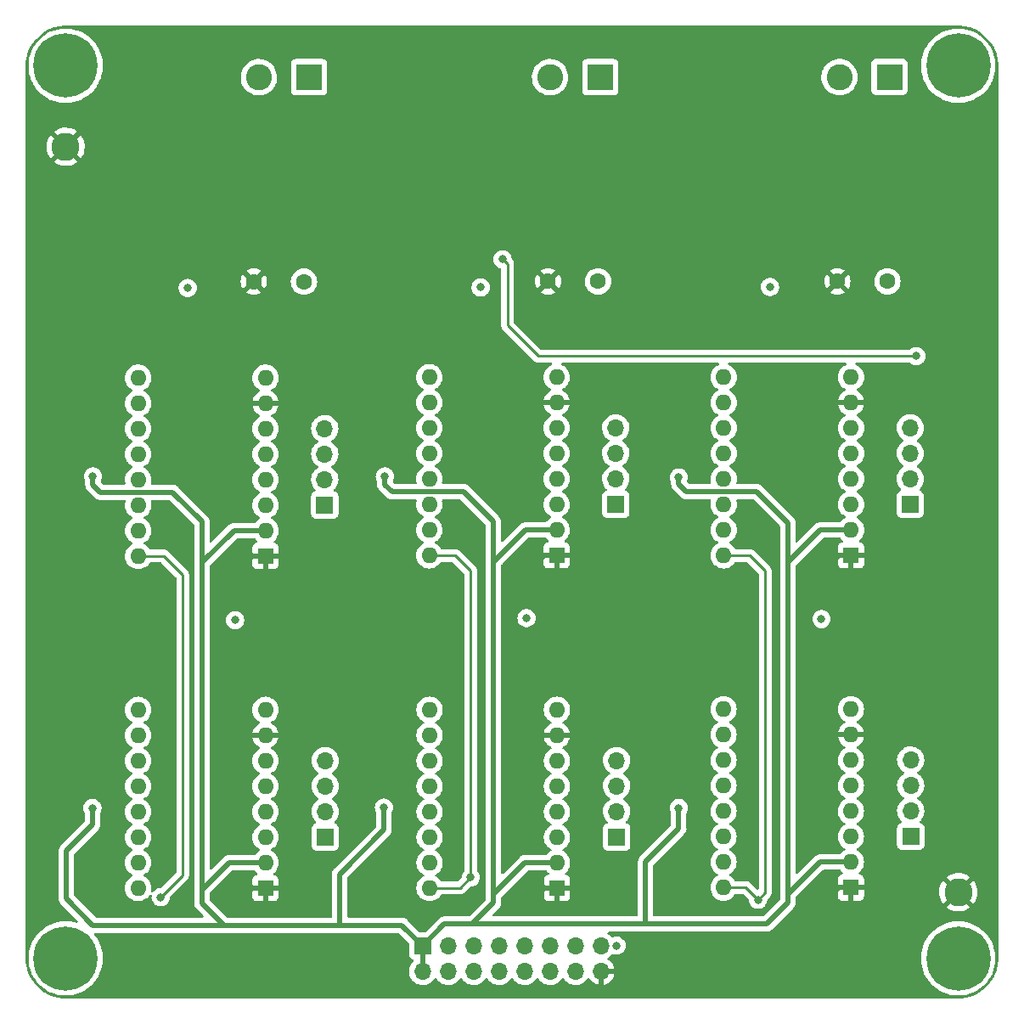
<source format=gbr>
%TF.GenerationSoftware,KiCad,Pcbnew,(6.0.2)*%
%TF.CreationDate,2022-02-23T19:09:50-05:00*%
%TF.ProjectId,SDP_motors,5344505f-6d6f-4746-9f72-732e6b696361,rev?*%
%TF.SameCoordinates,Original*%
%TF.FileFunction,Copper,L4,Bot*%
%TF.FilePolarity,Positive*%
%FSLAX46Y46*%
G04 Gerber Fmt 4.6, Leading zero omitted, Abs format (unit mm)*
G04 Created by KiCad (PCBNEW (6.0.2)) date 2022-02-23 19:09:50*
%MOMM*%
%LPD*%
G01*
G04 APERTURE LIST*
%TA.AperFunction,ComponentPad*%
%ADD10R,1.700000X1.700000*%
%TD*%
%TA.AperFunction,ComponentPad*%
%ADD11O,1.700000X1.700000*%
%TD*%
%TA.AperFunction,ComponentPad*%
%ADD12R,2.600000X2.600000*%
%TD*%
%TA.AperFunction,ComponentPad*%
%ADD13C,2.600000*%
%TD*%
%TA.AperFunction,ComponentPad*%
%ADD14C,2.800000*%
%TD*%
%TA.AperFunction,ComponentPad*%
%ADD15R,1.600000X1.600000*%
%TD*%
%TA.AperFunction,ComponentPad*%
%ADD16O,1.600000X1.600000*%
%TD*%
%TA.AperFunction,ComponentPad*%
%ADD17C,6.400000*%
%TD*%
%TA.AperFunction,ComponentPad*%
%ADD18C,1.600000*%
%TD*%
%TA.AperFunction,ViaPad*%
%ADD19C,0.800000*%
%TD*%
%TA.AperFunction,Conductor*%
%ADD20C,0.508000*%
%TD*%
%TA.AperFunction,Conductor*%
%ADD21C,0.250000*%
%TD*%
%TA.AperFunction,Conductor*%
%ADD22C,0.254000*%
%TD*%
G04 APERTURE END LIST*
D10*
%TO.P,J5,1,Pin_1*%
%TO.N,Net-(A5-Pad3)*%
X145282600Y-95046800D03*
D11*
%TO.P,J5,2,Pin_2*%
%TO.N,Net-(A5-Pad4)*%
X145282600Y-92506800D03*
%TO.P,J5,3,Pin_3*%
%TO.N,Net-(A5-Pad5)*%
X145282600Y-89966800D03*
%TO.P,J5,4,Pin_4*%
%TO.N,Net-(A5-Pad6)*%
X145282600Y-87426800D03*
%TD*%
D10*
%TO.P,J2,1,Pin_1*%
%TO.N,Net-(A2-Pad3)*%
X174635000Y-95036800D03*
D11*
%TO.P,J2,2,Pin_2*%
%TO.N,Net-(A2-Pad4)*%
X174635000Y-92496800D03*
%TO.P,J2,3,Pin_3*%
%TO.N,Net-(A2-Pad5)*%
X174635000Y-89956800D03*
%TO.P,J2,4,Pin_4*%
%TO.N,Net-(A2-Pad6)*%
X174635000Y-87416800D03*
%TD*%
D12*
%TO.P,J9,1,Pin_1*%
%TO.N,+12V*%
X143724000Y-52443000D03*
D13*
%TO.P,J9,2,Pin_2*%
%TO.N,Net-(D3-Pad2)*%
X138724000Y-52443000D03*
%TD*%
D14*
%TO.P,TP1,1,1*%
%TO.N,GND*%
X90424000Y-59385200D03*
%TD*%
D15*
%TO.P,A1,1,GND*%
%TO.N,GND*%
X110353000Y-100187600D03*
D16*
%TO.P,A1,2,VDD*%
%TO.N,+3V3*%
X110353000Y-97647600D03*
%TO.P,A1,3,1B*%
%TO.N,Net-(A1-Pad3)*%
X110353000Y-95107600D03*
%TO.P,A1,4,1A*%
%TO.N,Net-(A1-Pad4)*%
X110353000Y-92567600D03*
%TO.P,A1,5,2A*%
%TO.N,Net-(A1-Pad5)*%
X110353000Y-90027600D03*
%TO.P,A1,6,2B*%
%TO.N,Net-(A1-Pad6)*%
X110353000Y-87487600D03*
%TO.P,A1,7,GND*%
%TO.N,GND*%
X110353000Y-84947600D03*
%TO.P,A1,8,VMOT*%
%TO.N,+12V*%
X110353000Y-82407600D03*
%TO.P,A1,9,~{ENABLE}*%
%TO.N,P76_EN*%
X97653000Y-82407600D03*
%TO.P,A1,10,MS1*%
%TO.N,Net-(A1-Pad10)*%
X97653000Y-84947600D03*
%TO.P,A1,11,MS2*%
%TO.N,Net-(A1-Pad11)*%
X97653000Y-87487600D03*
%TO.P,A1,12,MS3*%
%TO.N,Net-(A1-Pad12)*%
X97653000Y-90027600D03*
%TO.P,A1,13,~{RESET}*%
%TO.N,Net-(A1-Pad13)*%
X97653000Y-92567600D03*
%TO.P,A1,14,~{SLEEP}*%
X97653000Y-95107600D03*
%TO.P,A1,15,STEP*%
%TO.N,P77_STEP*%
X97653000Y-97647600D03*
%TO.P,A1,16,DIR*%
%TO.N,P78_DIR*%
X97653000Y-100187600D03*
%TD*%
D10*
%TO.P,J6,1,Pin_1*%
%TO.N,Net-(A6-Pad3)*%
X145364200Y-128209200D03*
D11*
%TO.P,J6,2,Pin_2*%
%TO.N,Net-(A6-Pad4)*%
X145364200Y-125669200D03*
%TO.P,J6,3,Pin_3*%
%TO.N,Net-(A6-Pad5)*%
X145364200Y-123129200D03*
%TO.P,J6,4,Pin_4*%
%TO.N,Net-(A6-Pad6)*%
X145364200Y-120589200D03*
%TD*%
D17*
%TO.P,H3,1,1*%
%TO.N,unconnected-(H3-Pad1)*%
X90424000Y-140308000D03*
%TD*%
D15*
%TO.P,A3,1,GND*%
%TO.N,GND*%
X110343000Y-133309200D03*
D16*
%TO.P,A3,2,VDD*%
%TO.N,+3V3*%
X110343000Y-130769200D03*
%TO.P,A3,3,1B*%
%TO.N,Net-(A3-Pad3)*%
X110343000Y-128229200D03*
%TO.P,A3,4,1A*%
%TO.N,Net-(A3-Pad4)*%
X110343000Y-125689200D03*
%TO.P,A3,5,2A*%
%TO.N,Net-(A3-Pad5)*%
X110343000Y-123149200D03*
%TO.P,A3,6,2B*%
%TO.N,Net-(A3-Pad6)*%
X110343000Y-120609200D03*
%TO.P,A3,7,GND*%
%TO.N,GND*%
X110343000Y-118069200D03*
%TO.P,A3,8,VMOT*%
%TO.N,+12V*%
X110343000Y-115529200D03*
%TO.P,A3,9,~{ENABLE}*%
%TO.N,P76_EN*%
X97643000Y-115529200D03*
%TO.P,A3,10,MS1*%
%TO.N,Net-(A3-Pad10)*%
X97643000Y-118069200D03*
%TO.P,A3,11,MS2*%
%TO.N,Net-(A3-Pad11)*%
X97643000Y-120609200D03*
%TO.P,A3,12,MS3*%
%TO.N,Net-(A3-Pad12)*%
X97643000Y-123149200D03*
%TO.P,A3,13,~{RESET}*%
%TO.N,Net-(A3-Pad13)*%
X97643000Y-125689200D03*
%TO.P,A3,14,~{SLEEP}*%
X97643000Y-128229200D03*
%TO.P,A3,15,STEP*%
%TO.N,P77_STEP*%
X97643000Y-130769200D03*
%TO.P,A3,16,DIR*%
%TO.N,P78_DIR*%
X97643000Y-133309200D03*
%TD*%
D10*
%TO.P,J4,1,Pin_1*%
%TO.N,Net-(A4-Pad3)*%
X174682150Y-128158400D03*
D11*
%TO.P,J4,2,Pin_2*%
%TO.N,Net-(A4-Pad4)*%
X174682150Y-125618400D03*
%TO.P,J4,3,Pin_3*%
%TO.N,Net-(A4-Pad5)*%
X174682150Y-123078400D03*
%TO.P,J4,4,Pin_4*%
%TO.N,Net-(A4-Pad6)*%
X174682150Y-120538400D03*
%TD*%
D18*
%TO.P,C8,1*%
%TO.N,+12V*%
X114183800Y-72831800D03*
%TO.P,C8,2*%
%TO.N,GND*%
X109183800Y-72831800D03*
%TD*%
D12*
%TO.P,J8,1,Pin_1*%
%TO.N,+12V*%
X114691800Y-52443000D03*
D13*
%TO.P,J8,2,Pin_2*%
%TO.N,Net-(D2-Pad2)*%
X109691800Y-52443000D03*
%TD*%
D12*
%TO.P,J7,1,Pin_1*%
%TO.N,+12V*%
X172576250Y-52425600D03*
D13*
%TO.P,J7,2,Pin_2*%
%TO.N,Net-(D1-Pad2)*%
X167576250Y-52425600D03*
%TD*%
D14*
%TO.P,TP2,1,1*%
%TO.N,GND*%
X179425600Y-133705600D03*
%TD*%
D15*
%TO.P,A6,1,GND*%
%TO.N,GND*%
X139410600Y-133299200D03*
D16*
%TO.P,A6,2,VDD*%
%TO.N,+3V3*%
X139410600Y-130759200D03*
%TO.P,A6,3,1B*%
%TO.N,Net-(A6-Pad3)*%
X139410600Y-128219200D03*
%TO.P,A6,4,1A*%
%TO.N,Net-(A6-Pad4)*%
X139410600Y-125679200D03*
%TO.P,A6,5,2A*%
%TO.N,Net-(A6-Pad5)*%
X139410600Y-123139200D03*
%TO.P,A6,6,2B*%
%TO.N,Net-(A6-Pad6)*%
X139410600Y-120599200D03*
%TO.P,A6,7,GND*%
%TO.N,GND*%
X139410600Y-118059200D03*
%TO.P,A6,8,VMOT*%
%TO.N,+12V*%
X139410600Y-115519200D03*
%TO.P,A6,9,~{ENABLE}*%
%TO.N,P79_EN*%
X126710600Y-115519200D03*
%TO.P,A6,10,MS1*%
%TO.N,Net-(A6-Pad10)*%
X126710600Y-118059200D03*
%TO.P,A6,11,MS2*%
%TO.N,Net-(A6-Pad11)*%
X126710600Y-120599200D03*
%TO.P,A6,12,MS3*%
%TO.N,Net-(A6-Pad12)*%
X126710600Y-123139200D03*
%TO.P,A6,13,~{RESET}*%
%TO.N,Net-(A6-Pad13)*%
X126710600Y-125679200D03*
%TO.P,A6,14,~{SLEEP}*%
X126710600Y-128219200D03*
%TO.P,A6,15,STEP*%
%TO.N,P80_STEP*%
X126710600Y-130759200D03*
%TO.P,A6,16,DIR*%
%TO.N,P81_DIR*%
X126710600Y-133299200D03*
%TD*%
D15*
%TO.P,A2,1,GND*%
%TO.N,GND*%
X168732200Y-100126800D03*
D16*
%TO.P,A2,2,VDD*%
%TO.N,+3V3*%
X168732200Y-97586800D03*
%TO.P,A2,3,1B*%
%TO.N,Net-(A2-Pad3)*%
X168732200Y-95046800D03*
%TO.P,A2,4,1A*%
%TO.N,Net-(A2-Pad4)*%
X168732200Y-92506800D03*
%TO.P,A2,5,2A*%
%TO.N,Net-(A2-Pad5)*%
X168732200Y-89966800D03*
%TO.P,A2,6,2B*%
%TO.N,Net-(A2-Pad6)*%
X168732200Y-87426800D03*
%TO.P,A2,7,GND*%
%TO.N,GND*%
X168732200Y-84886800D03*
%TO.P,A2,8,VMOT*%
%TO.N,+12V*%
X168732200Y-82346800D03*
%TO.P,A2,9,~{ENABLE}*%
%TO.N,P82_EN*%
X156032200Y-82346800D03*
%TO.P,A2,10,MS1*%
%TO.N,Net-(A2-Pad10)*%
X156032200Y-84886800D03*
%TO.P,A2,11,MS2*%
%TO.N,Net-(A2-Pad11)*%
X156032200Y-87426800D03*
%TO.P,A2,12,MS3*%
%TO.N,Net-(A2-Pad12)*%
X156032200Y-89966800D03*
%TO.P,A2,13,~{RESET}*%
%TO.N,Net-(A2-Pad13)*%
X156032200Y-92506800D03*
%TO.P,A2,14,~{SLEEP}*%
X156032200Y-95046800D03*
%TO.P,A2,15,STEP*%
%TO.N,P83_STEP*%
X156032200Y-97586800D03*
%TO.P,A2,16,DIR*%
%TO.N,P84_DIR*%
X156032200Y-100126800D03*
%TD*%
D10*
%TO.P,J1,1,Pin_1*%
%TO.N,Net-(A1-Pad3)*%
X116255800Y-95097600D03*
D11*
%TO.P,J1,2,Pin_2*%
%TO.N,Net-(A1-Pad4)*%
X116255800Y-92557600D03*
%TO.P,J1,3,Pin_3*%
%TO.N,Net-(A1-Pad5)*%
X116255800Y-90017600D03*
%TO.P,J1,4,Pin_4*%
%TO.N,Net-(A1-Pad6)*%
X116255800Y-87477600D03*
%TD*%
D10*
%TO.P,J3,1,Pin_1*%
%TO.N,Net-(A3-Pad3)*%
X116296600Y-128219200D03*
D11*
%TO.P,J3,2,Pin_2*%
%TO.N,Net-(A3-Pad4)*%
X116296600Y-125679200D03*
%TO.P,J3,3,Pin_3*%
%TO.N,Net-(A3-Pad5)*%
X116296600Y-123139200D03*
%TO.P,J3,4,Pin_4*%
%TO.N,Net-(A3-Pad6)*%
X116296600Y-120599200D03*
%TD*%
D17*
%TO.P,H2,1,1*%
%TO.N,unconnected-(H2-Pad1)*%
X90424000Y-51308000D03*
%TD*%
D10*
%TO.P,J10,1,Pin_1*%
%TO.N,+3V3*%
X126024400Y-139070400D03*
D11*
%TO.P,J10,2,Pin_2*%
X126024400Y-141610400D03*
%TO.P,J10,3,Pin_3*%
%TO.N,P72_FAN*%
X128564400Y-139070400D03*
%TO.P,J10,4,Pin_4*%
%TO.N,P76_EN*%
X128564400Y-141610400D03*
%TO.P,J10,5,Pin_5*%
%TO.N,P77_STEP*%
X131104400Y-139070400D03*
%TO.P,J10,6,Pin_6*%
%TO.N,P78_DIR*%
X131104400Y-141610400D03*
%TO.P,J10,7,Pin_7*%
%TO.N,P79_EN*%
X133644400Y-139070400D03*
%TO.P,J10,8,Pin_8*%
%TO.N,P80_STEP*%
X133644400Y-141610400D03*
%TO.P,J10,9,Pin_9*%
%TO.N,P81_DIR*%
X136184400Y-139070400D03*
%TO.P,J10,10,Pin_10*%
%TO.N,P82_EN*%
X136184400Y-141610400D03*
%TO.P,J10,11,Pin_11*%
%TO.N,P83_STEP*%
X138724400Y-139070400D03*
%TO.P,J10,12,Pin_12*%
%TO.N,P84_DIR*%
X138724400Y-141610400D03*
%TO.P,J10,13,Pin_13*%
%TO.N,P87_MTR1*%
X141264400Y-139070400D03*
%TO.P,J10,14,Pin_14*%
%TO.N,P88_MTR2*%
X141264400Y-141610400D03*
%TO.P,J10,15,Pin_15*%
%TO.N,+12V*%
X143804400Y-139070400D03*
%TO.P,J10,16,Pin_16*%
%TO.N,GND*%
X143804400Y-141610400D03*
%TD*%
D17*
%TO.P,H1,1,1*%
%TO.N,unconnected-(H1-Pad1)*%
X179424000Y-51308000D03*
%TD*%
%TO.P,H4,1,1*%
%TO.N,unconnected-(H4-Pad1)*%
X179424000Y-140308000D03*
%TD*%
D18*
%TO.P,C7,1*%
%TO.N,+12V*%
X172366150Y-72796400D03*
%TO.P,C7,2*%
%TO.N,GND*%
X167366150Y-72796400D03*
%TD*%
D15*
%TO.P,A5,1,GND*%
%TO.N,GND*%
X139379800Y-100126800D03*
D16*
%TO.P,A5,2,VDD*%
%TO.N,+3V3*%
X139379800Y-97586800D03*
%TO.P,A5,3,1B*%
%TO.N,Net-(A5-Pad3)*%
X139379800Y-95046800D03*
%TO.P,A5,4,1A*%
%TO.N,Net-(A5-Pad4)*%
X139379800Y-92506800D03*
%TO.P,A5,5,2A*%
%TO.N,Net-(A5-Pad5)*%
X139379800Y-89966800D03*
%TO.P,A5,6,2B*%
%TO.N,Net-(A5-Pad6)*%
X139379800Y-87426800D03*
%TO.P,A5,7,GND*%
%TO.N,GND*%
X139379800Y-84886800D03*
%TO.P,A5,8,VMOT*%
%TO.N,+12V*%
X139379800Y-82346800D03*
%TO.P,A5,9,~{ENABLE}*%
%TO.N,P79_EN*%
X126679800Y-82346800D03*
%TO.P,A5,10,MS1*%
%TO.N,Net-(A5-Pad10)*%
X126679800Y-84886800D03*
%TO.P,A5,11,MS2*%
%TO.N,Net-(A5-Pad11)*%
X126679800Y-87426800D03*
%TO.P,A5,12,MS3*%
%TO.N,Net-(A5-Pad12)*%
X126679800Y-89966800D03*
%TO.P,A5,13,~{RESET}*%
%TO.N,Net-(A5-Pad13)*%
X126679800Y-92506800D03*
%TO.P,A5,14,~{SLEEP}*%
X126679800Y-95046800D03*
%TO.P,A5,15,STEP*%
%TO.N,P80_STEP*%
X126679800Y-97586800D03*
%TO.P,A5,16,DIR*%
%TO.N,P81_DIR*%
X126679800Y-100126800D03*
%TD*%
D15*
%TO.P,A4,1,GND*%
%TO.N,GND*%
X168722200Y-133248400D03*
D16*
%TO.P,A4,2,VDD*%
%TO.N,+3V3*%
X168722200Y-130708400D03*
%TO.P,A4,3,1B*%
%TO.N,Net-(A4-Pad3)*%
X168722200Y-128168400D03*
%TO.P,A4,4,1A*%
%TO.N,Net-(A4-Pad4)*%
X168722200Y-125628400D03*
%TO.P,A4,5,2A*%
%TO.N,Net-(A4-Pad5)*%
X168722200Y-123088400D03*
%TO.P,A4,6,2B*%
%TO.N,Net-(A4-Pad6)*%
X168722200Y-120548400D03*
%TO.P,A4,7,GND*%
%TO.N,GND*%
X168722200Y-118008400D03*
%TO.P,A4,8,VMOT*%
%TO.N,+12V*%
X168722200Y-115468400D03*
%TO.P,A4,9,~{ENABLE}*%
%TO.N,P82_EN*%
X156022200Y-115468400D03*
%TO.P,A4,10,MS1*%
%TO.N,Net-(A4-Pad10)*%
X156022200Y-118008400D03*
%TO.P,A4,11,MS2*%
%TO.N,Net-(A4-Pad11)*%
X156022200Y-120548400D03*
%TO.P,A4,12,MS3*%
%TO.N,Net-(A4-Pad12)*%
X156022200Y-123088400D03*
%TO.P,A4,13,~{RESET}*%
%TO.N,Net-(A4-Pad13)*%
X156022200Y-125628400D03*
%TO.P,A4,14,~{SLEEP}*%
X156022200Y-128168400D03*
%TO.P,A4,15,STEP*%
%TO.N,P83_STEP*%
X156022200Y-130708400D03*
%TO.P,A4,16,DIR*%
%TO.N,P84_DIR*%
X156022200Y-133248400D03*
%TD*%
D18*
%TO.P,C9,1*%
%TO.N,+12V*%
X143505400Y-72796400D03*
%TO.P,C9,2*%
%TO.N,GND*%
X138505400Y-72796400D03*
%TD*%
D19*
%TO.N,GND*%
X102606000Y-68361400D03*
X154152600Y-73406000D03*
X91668600Y-130759200D03*
X91643200Y-133350000D03*
X150088600Y-97586800D03*
X137896600Y-100177600D03*
X177495200Y-135636000D03*
X91668600Y-97688400D03*
X120726200Y-130759200D03*
X145338800Y-141630400D03*
X150139400Y-81788000D03*
X150103900Y-130708400D03*
X107965000Y-71613000D03*
X150088600Y-114909600D03*
X125145800Y-73406000D03*
X150103900Y-133248400D03*
X91668600Y-115062000D03*
X167259000Y-133299200D03*
X120726200Y-133248400D03*
X129717800Y-106375200D03*
X100711000Y-106578400D03*
X91668600Y-81838800D03*
X108889800Y-100177600D03*
X108889800Y-133299200D03*
X91668600Y-100177600D03*
X120726200Y-97586800D03*
X166067975Y-71498225D03*
X92456000Y-57404000D03*
X120726200Y-100177600D03*
X137998200Y-133350000D03*
X159181800Y-106527600D03*
X131597400Y-68376800D03*
X120726200Y-81838800D03*
X96037400Y-73456800D03*
X167309800Y-100177600D03*
X150088600Y-100126800D03*
X137261200Y-71552200D03*
X160451800Y-68478400D03*
%TO.N,+3V3*%
X151561800Y-92354400D03*
X151561800Y-125323600D03*
X93091000Y-125323600D03*
X122250200Y-92252800D03*
X93141800Y-92252800D03*
X122148600Y-125272800D03*
%TO.N,+12V*%
X165785800Y-106476800D03*
X160655000Y-73355200D03*
X131800600Y-73406000D03*
X102590600Y-73456800D03*
X136372600Y-106375200D03*
X145338800Y-139039600D03*
X107315000Y-106578400D03*
%TO.N,P78_DIR*%
X99898200Y-134213600D03*
%TO.N,P84_DIR*%
X159461200Y-134467600D03*
%TO.N,P81_DIR*%
X130810000Y-132232400D03*
%TO.N,P88_MTR2*%
X175232450Y-80265600D03*
X133985000Y-70612000D03*
%TD*%
D20*
%TO.N,+3V3*%
X162433000Y-96875600D02*
X159334200Y-93776800D01*
X151561800Y-93014800D02*
X151561800Y-92354400D01*
X136220200Y-130759200D02*
X139410600Y-130759200D01*
X133070600Y-134010400D02*
X133070600Y-134772400D01*
X165684200Y-97586800D02*
X168732200Y-97586800D01*
X162433000Y-129184400D02*
X162433000Y-100838000D01*
X130937000Y-136906000D02*
X129260600Y-136906000D01*
X162433000Y-133908800D02*
X162433000Y-134772400D01*
X152323800Y-93776800D02*
X151561800Y-93014800D01*
X122250200Y-93065600D02*
X122250200Y-92252800D01*
X151561800Y-125323600D02*
X151561800Y-127355600D01*
X133070600Y-100787200D02*
X136271000Y-97586800D01*
X93091000Y-127000000D02*
X93091000Y-125323600D01*
X123961600Y-137007600D02*
X126024400Y-139070400D01*
X117729000Y-137007600D02*
X123961600Y-137007600D01*
X107203400Y-97647600D02*
X110353000Y-97647600D01*
X122961400Y-93776800D02*
X122250200Y-93065600D01*
X133070600Y-134010400D02*
X133070600Y-96774000D01*
X133070600Y-96774000D02*
X130073400Y-93776800D01*
X106197400Y-137007600D02*
X104013000Y-134823200D01*
X162433000Y-100838000D02*
X162433000Y-96875600D01*
X117729000Y-131927600D02*
X122148600Y-127508000D01*
X104013000Y-100838000D02*
X107203400Y-97647600D01*
X165633400Y-130708400D02*
X168722200Y-130708400D01*
X101060111Y-93821111D02*
X93846511Y-93821111D01*
X104013000Y-96774000D02*
X101060111Y-93821111D01*
X162433000Y-134772400D02*
X160299400Y-136906000D01*
X104013000Y-133502400D02*
X104013000Y-96774000D01*
X160299400Y-136906000D02*
X148412200Y-136906000D01*
X128188800Y-136906000D02*
X126024400Y-139070400D01*
X106746200Y-130769200D02*
X104013000Y-133502400D01*
X162433000Y-133908800D02*
X165633400Y-130708400D01*
X130073400Y-93776800D02*
X122961400Y-93776800D01*
X136271000Y-97586800D02*
X139379800Y-97586800D01*
X148412200Y-136906000D02*
X128188800Y-136906000D01*
X90500200Y-129590800D02*
X93091000Y-127000000D01*
X148259800Y-130657600D02*
X148259800Y-136753600D01*
X126024400Y-139070400D02*
X126024400Y-141610400D01*
X117729000Y-137007600D02*
X117729000Y-131927600D01*
X122148600Y-127508000D02*
X122148600Y-126034800D01*
X148259800Y-136753600D02*
X148412200Y-136906000D01*
X107264200Y-137007600D02*
X93141800Y-137007600D01*
X93141800Y-93116400D02*
X93141800Y-92252800D01*
X162433000Y-129184400D02*
X162433000Y-133908800D01*
X93141800Y-137007600D02*
X90500200Y-134366000D01*
X162433000Y-100838000D02*
X165684200Y-97586800D01*
X133070600Y-134772400D02*
X130937000Y-136906000D01*
X117729000Y-137007600D02*
X107264200Y-137007600D01*
X104013000Y-134112000D02*
X104013000Y-133502400D01*
X151561800Y-127355600D02*
X148259800Y-130657600D01*
X133070600Y-133908800D02*
X136220200Y-130759200D01*
X104013000Y-134823200D02*
X104013000Y-134112000D01*
X122148600Y-125272800D02*
X122148600Y-126034800D01*
X90500200Y-134366000D02*
X90500200Y-129590800D01*
X93846511Y-93821111D02*
X93141800Y-93116400D01*
X107264200Y-137007600D02*
X106197400Y-137007600D01*
X133070600Y-134010400D02*
X133070600Y-133908800D01*
X159334200Y-93776800D02*
X152323800Y-93776800D01*
X110343000Y-130769200D02*
X106746200Y-130769200D01*
D21*
%TO.N,P78_DIR*%
X102082600Y-132029200D02*
X102082600Y-102057200D01*
X99898200Y-134213600D02*
X102082600Y-132029200D01*
X102082600Y-102057200D02*
X100213000Y-100187600D01*
X100213000Y-100187600D02*
X97653000Y-100187600D01*
%TO.N,P84_DIR*%
X158242000Y-133248400D02*
X156022200Y-133248400D01*
X160172400Y-101676200D02*
X158623000Y-100126800D01*
X159461200Y-134467600D02*
X160172400Y-133756400D01*
X160172400Y-133756400D02*
X160172400Y-101676200D01*
X159461200Y-134467600D02*
X158242000Y-133248400D01*
X158623000Y-100126800D02*
X156032200Y-100126800D01*
%TO.N,P81_DIR*%
X130810000Y-101676200D02*
X129260600Y-100126800D01*
X130810000Y-132232400D02*
X130810000Y-101676200D01*
X129260600Y-100126800D02*
X126679800Y-100126800D01*
X129743200Y-133299200D02*
X126710600Y-133299200D01*
X130810000Y-132232400D02*
X129743200Y-133299200D01*
D22*
%TO.N,P88_MTR2*%
X137541000Y-80264000D02*
X134493000Y-77216000D01*
X134493000Y-77216000D02*
X134493000Y-71069200D01*
X175232450Y-80265600D02*
X175230850Y-80264000D01*
D20*
X134035800Y-70612000D02*
X133985000Y-70612000D01*
D22*
X175230850Y-80264000D02*
X137541000Y-80264000D01*
X134493000Y-71069200D02*
X134035800Y-70612000D01*
%TD*%
%TA.AperFunction,Conductor*%
%TO.N,GND*%
G36*
X179394057Y-47317500D02*
G01*
X179408858Y-47319805D01*
X179408861Y-47319805D01*
X179417730Y-47321186D01*
X179437626Y-47318584D01*
X179459784Y-47317654D01*
X179786518Y-47332760D01*
X179798107Y-47333834D01*
X180151764Y-47383167D01*
X180163204Y-47385306D01*
X180510799Y-47467060D01*
X180521987Y-47470243D01*
X180860553Y-47583719D01*
X180871398Y-47587919D01*
X181034733Y-47660039D01*
X181198063Y-47732157D01*
X181208468Y-47737337D01*
X181520441Y-47911105D01*
X181530318Y-47917221D01*
X181824912Y-48119023D01*
X181834200Y-48126037D01*
X182108919Y-48354160D01*
X182117519Y-48362001D01*
X182369999Y-48614481D01*
X182377840Y-48623081D01*
X182605963Y-48897800D01*
X182612977Y-48907088D01*
X182814779Y-49201682D01*
X182820895Y-49211559D01*
X182994663Y-49523532D01*
X182999843Y-49533937D01*
X183144079Y-49860598D01*
X183148283Y-49871451D01*
X183261756Y-50210011D01*
X183264941Y-50221204D01*
X183346694Y-50568796D01*
X183348833Y-50580236D01*
X183398166Y-50933893D01*
X183399240Y-50945482D01*
X183414003Y-51264816D01*
X183412638Y-51290015D01*
X183410814Y-51301730D01*
X183411978Y-51310632D01*
X183411978Y-51310635D01*
X183414936Y-51333251D01*
X183416000Y-51349589D01*
X183416000Y-140258672D01*
X183414500Y-140278057D01*
X183412790Y-140289042D01*
X183410814Y-140301730D01*
X183412066Y-140311301D01*
X183413416Y-140321626D01*
X183414346Y-140343784D01*
X183399240Y-140670518D01*
X183398166Y-140682107D01*
X183348833Y-141035764D01*
X183346694Y-141047204D01*
X183266596Y-141387761D01*
X183264941Y-141394796D01*
X183261756Y-141405989D01*
X183148283Y-141744549D01*
X183144079Y-141755402D01*
X182999843Y-142082063D01*
X182994663Y-142092468D01*
X182820895Y-142404441D01*
X182814780Y-142414317D01*
X182762392Y-142490793D01*
X182612977Y-142708912D01*
X182605963Y-142718200D01*
X182377840Y-142992919D01*
X182369999Y-143001519D01*
X182117519Y-143253999D01*
X182108919Y-143261840D01*
X181834200Y-143489963D01*
X181824912Y-143496977D01*
X181530318Y-143698779D01*
X181520441Y-143704895D01*
X181208468Y-143878663D01*
X181198063Y-143883843D01*
X181068720Y-143940954D01*
X180871398Y-144028081D01*
X180860553Y-144032281D01*
X180521989Y-144145756D01*
X180510799Y-144148940D01*
X180194644Y-144223299D01*
X180163204Y-144230694D01*
X180151764Y-144232833D01*
X179798107Y-144282166D01*
X179786519Y-144283240D01*
X179765389Y-144284217D01*
X179467184Y-144298003D01*
X179441985Y-144296638D01*
X179439142Y-144296195D01*
X179439140Y-144296195D01*
X179430270Y-144294814D01*
X179421368Y-144295978D01*
X179421365Y-144295978D01*
X179398749Y-144298936D01*
X179382411Y-144300000D01*
X90473328Y-144300000D01*
X90453943Y-144298500D01*
X90439142Y-144296195D01*
X90439139Y-144296195D01*
X90430270Y-144294814D01*
X90411105Y-144297320D01*
X90410374Y-144297416D01*
X90388216Y-144298346D01*
X90061482Y-144283240D01*
X90049893Y-144282166D01*
X89696236Y-144232833D01*
X89684796Y-144230694D01*
X89653356Y-144223299D01*
X89337201Y-144148940D01*
X89326011Y-144145756D01*
X88987447Y-144032281D01*
X88976602Y-144028081D01*
X88779280Y-143940954D01*
X88649937Y-143883843D01*
X88639532Y-143878663D01*
X88327559Y-143704895D01*
X88317682Y-143698779D01*
X88023088Y-143496977D01*
X88013800Y-143489963D01*
X87739081Y-143261840D01*
X87730481Y-143253999D01*
X87478001Y-143001519D01*
X87470160Y-142992919D01*
X87242037Y-142718200D01*
X87235023Y-142708912D01*
X87085608Y-142490793D01*
X87033220Y-142414317D01*
X87027105Y-142404441D01*
X86853337Y-142092468D01*
X86848157Y-142082063D01*
X86703921Y-141755402D01*
X86699717Y-141744549D01*
X86586244Y-141405989D01*
X86583059Y-141394796D01*
X86581405Y-141387761D01*
X86501306Y-141047204D01*
X86499167Y-141035764D01*
X86449834Y-140682107D01*
X86448760Y-140670518D01*
X86433997Y-140351184D01*
X86435362Y-140325985D01*
X86435805Y-140323142D01*
X86435805Y-140323140D01*
X86437186Y-140314270D01*
X86436366Y-140308000D01*
X86710411Y-140308000D01*
X86730754Y-140696176D01*
X86731267Y-140699416D01*
X86731268Y-140699424D01*
X86740407Y-140757122D01*
X86791562Y-141080099D01*
X86892167Y-141455562D01*
X87031468Y-141818453D01*
X87032966Y-141821393D01*
X87181146Y-142112211D01*
X87207938Y-142164794D01*
X87209734Y-142167560D01*
X87209736Y-142167563D01*
X87306723Y-142316911D01*
X87419643Y-142490793D01*
X87541955Y-142641835D01*
X87656733Y-142783573D01*
X87664266Y-142792876D01*
X87939124Y-143067734D01*
X88241207Y-143312357D01*
X88243970Y-143314152D01*
X88243971Y-143314152D01*
X88525498Y-143496977D01*
X88567205Y-143524062D01*
X88570139Y-143525557D01*
X88570146Y-143525561D01*
X88910107Y-143698779D01*
X88913547Y-143700532D01*
X89276438Y-143839833D01*
X89651901Y-143940438D01*
X89855793Y-143972732D01*
X90032576Y-144000732D01*
X90032584Y-144000733D01*
X90035824Y-144001246D01*
X90424000Y-144021589D01*
X90812176Y-144001246D01*
X90815416Y-144000733D01*
X90815424Y-144000732D01*
X90992207Y-143972732D01*
X91196099Y-143940438D01*
X91571562Y-143839833D01*
X91934453Y-143700532D01*
X91937893Y-143698779D01*
X92277854Y-143525561D01*
X92277861Y-143525557D01*
X92280795Y-143524062D01*
X92322503Y-143496977D01*
X92604029Y-143314152D01*
X92604030Y-143314152D01*
X92606793Y-143312357D01*
X92908876Y-143067734D01*
X93183734Y-142792876D01*
X93191268Y-142783573D01*
X93306045Y-142641835D01*
X93428357Y-142490793D01*
X93541277Y-142316911D01*
X93638264Y-142167563D01*
X93638266Y-142167560D01*
X93640062Y-142164794D01*
X93666855Y-142112211D01*
X93815034Y-141821393D01*
X93816532Y-141818453D01*
X93955833Y-141455562D01*
X94056438Y-141080099D01*
X94107593Y-140757122D01*
X94116732Y-140699424D01*
X94116733Y-140699416D01*
X94117246Y-140696176D01*
X94137589Y-140308000D01*
X94117246Y-139919824D01*
X94115011Y-139905709D01*
X94080056Y-139685016D01*
X94056438Y-139535901D01*
X93955833Y-139160438D01*
X93816532Y-138797547D01*
X93669191Y-138508374D01*
X93641561Y-138454147D01*
X93641557Y-138454140D01*
X93640062Y-138451206D01*
X93616564Y-138415021D01*
X93430152Y-138127971D01*
X93430152Y-138127970D01*
X93428357Y-138125207D01*
X93307041Y-137975395D01*
X93279715Y-137909867D01*
X93292155Y-137839969D01*
X93340409Y-137787892D01*
X93404961Y-137770100D01*
X106108965Y-137770100D01*
X106120164Y-137770599D01*
X106121994Y-137770762D01*
X106129156Y-137772252D01*
X106206977Y-137770146D01*
X106210386Y-137770100D01*
X117701046Y-137770100D01*
X117708847Y-137770342D01*
X117770516Y-137774168D01*
X117783600Y-137771920D01*
X117804936Y-137770100D01*
X123593572Y-137770100D01*
X123661693Y-137790102D01*
X123682667Y-137807005D01*
X124628995Y-138753333D01*
X124663021Y-138815645D01*
X124665900Y-138842428D01*
X124665900Y-139968534D01*
X124672655Y-140030716D01*
X124723785Y-140167105D01*
X124811139Y-140283661D01*
X124927695Y-140371015D01*
X124936104Y-140374167D01*
X124936105Y-140374168D01*
X125044851Y-140414935D01*
X125101616Y-140457576D01*
X125126316Y-140524138D01*
X125111109Y-140593487D01*
X125091716Y-140619968D01*
X124965029Y-140752538D01*
X124839143Y-140937080D01*
X124745088Y-141139705D01*
X124685389Y-141354970D01*
X124661651Y-141577095D01*
X124674510Y-141800115D01*
X124675647Y-141805161D01*
X124675648Y-141805167D01*
X124679305Y-141821393D01*
X124723622Y-142018039D01*
X124807666Y-142225016D01*
X124858263Y-142307583D01*
X124921691Y-142411088D01*
X124924387Y-142415488D01*
X125070650Y-142584338D01*
X125242526Y-142727032D01*
X125435400Y-142839738D01*
X125644092Y-142919430D01*
X125649160Y-142920461D01*
X125649163Y-142920462D01*
X125744262Y-142939810D01*
X125862997Y-142963967D01*
X125868172Y-142964157D01*
X125868174Y-142964157D01*
X126081073Y-142971964D01*
X126081077Y-142971964D01*
X126086237Y-142972153D01*
X126091357Y-142971497D01*
X126091359Y-142971497D01*
X126302688Y-142944425D01*
X126302689Y-142944425D01*
X126307816Y-142943768D01*
X126312766Y-142942283D01*
X126516829Y-142881061D01*
X126516834Y-142881059D01*
X126521784Y-142879574D01*
X126722394Y-142781296D01*
X126904260Y-142651573D01*
X127062496Y-142493889D01*
X127121994Y-142411089D01*
X127192853Y-142312477D01*
X127194176Y-142313428D01*
X127241045Y-142270257D01*
X127310980Y-142258025D01*
X127376426Y-142285544D01*
X127404275Y-142317394D01*
X127464387Y-142415488D01*
X127610650Y-142584338D01*
X127782526Y-142727032D01*
X127975400Y-142839738D01*
X128184092Y-142919430D01*
X128189160Y-142920461D01*
X128189163Y-142920462D01*
X128284262Y-142939810D01*
X128402997Y-142963967D01*
X128408172Y-142964157D01*
X128408174Y-142964157D01*
X128621073Y-142971964D01*
X128621077Y-142971964D01*
X128626237Y-142972153D01*
X128631357Y-142971497D01*
X128631359Y-142971497D01*
X128842688Y-142944425D01*
X128842689Y-142944425D01*
X128847816Y-142943768D01*
X128852766Y-142942283D01*
X129056829Y-142881061D01*
X129056834Y-142881059D01*
X129061784Y-142879574D01*
X129262394Y-142781296D01*
X129444260Y-142651573D01*
X129602496Y-142493889D01*
X129661994Y-142411089D01*
X129732853Y-142312477D01*
X129734176Y-142313428D01*
X129781045Y-142270257D01*
X129850980Y-142258025D01*
X129916426Y-142285544D01*
X129944275Y-142317394D01*
X130004387Y-142415488D01*
X130150650Y-142584338D01*
X130322526Y-142727032D01*
X130515400Y-142839738D01*
X130724092Y-142919430D01*
X130729160Y-142920461D01*
X130729163Y-142920462D01*
X130824262Y-142939810D01*
X130942997Y-142963967D01*
X130948172Y-142964157D01*
X130948174Y-142964157D01*
X131161073Y-142971964D01*
X131161077Y-142971964D01*
X131166237Y-142972153D01*
X131171357Y-142971497D01*
X131171359Y-142971497D01*
X131382688Y-142944425D01*
X131382689Y-142944425D01*
X131387816Y-142943768D01*
X131392766Y-142942283D01*
X131596829Y-142881061D01*
X131596834Y-142881059D01*
X131601784Y-142879574D01*
X131802394Y-142781296D01*
X131984260Y-142651573D01*
X132142496Y-142493889D01*
X132201994Y-142411089D01*
X132272853Y-142312477D01*
X132274176Y-142313428D01*
X132321045Y-142270257D01*
X132390980Y-142258025D01*
X132456426Y-142285544D01*
X132484275Y-142317394D01*
X132544387Y-142415488D01*
X132690650Y-142584338D01*
X132862526Y-142727032D01*
X133055400Y-142839738D01*
X133264092Y-142919430D01*
X133269160Y-142920461D01*
X133269163Y-142920462D01*
X133364262Y-142939810D01*
X133482997Y-142963967D01*
X133488172Y-142964157D01*
X133488174Y-142964157D01*
X133701073Y-142971964D01*
X133701077Y-142971964D01*
X133706237Y-142972153D01*
X133711357Y-142971497D01*
X133711359Y-142971497D01*
X133922688Y-142944425D01*
X133922689Y-142944425D01*
X133927816Y-142943768D01*
X133932766Y-142942283D01*
X134136829Y-142881061D01*
X134136834Y-142881059D01*
X134141784Y-142879574D01*
X134342394Y-142781296D01*
X134524260Y-142651573D01*
X134682496Y-142493889D01*
X134741994Y-142411089D01*
X134812853Y-142312477D01*
X134814176Y-142313428D01*
X134861045Y-142270257D01*
X134930980Y-142258025D01*
X134996426Y-142285544D01*
X135024275Y-142317394D01*
X135084387Y-142415488D01*
X135230650Y-142584338D01*
X135402526Y-142727032D01*
X135595400Y-142839738D01*
X135804092Y-142919430D01*
X135809160Y-142920461D01*
X135809163Y-142920462D01*
X135904262Y-142939810D01*
X136022997Y-142963967D01*
X136028172Y-142964157D01*
X136028174Y-142964157D01*
X136241073Y-142971964D01*
X136241077Y-142971964D01*
X136246237Y-142972153D01*
X136251357Y-142971497D01*
X136251359Y-142971497D01*
X136462688Y-142944425D01*
X136462689Y-142944425D01*
X136467816Y-142943768D01*
X136472766Y-142942283D01*
X136676829Y-142881061D01*
X136676834Y-142881059D01*
X136681784Y-142879574D01*
X136882394Y-142781296D01*
X137064260Y-142651573D01*
X137222496Y-142493889D01*
X137281994Y-142411089D01*
X137352853Y-142312477D01*
X137354176Y-142313428D01*
X137401045Y-142270257D01*
X137470980Y-142258025D01*
X137536426Y-142285544D01*
X137564275Y-142317394D01*
X137624387Y-142415488D01*
X137770650Y-142584338D01*
X137942526Y-142727032D01*
X138135400Y-142839738D01*
X138344092Y-142919430D01*
X138349160Y-142920461D01*
X138349163Y-142920462D01*
X138444262Y-142939810D01*
X138562997Y-142963967D01*
X138568172Y-142964157D01*
X138568174Y-142964157D01*
X138781073Y-142971964D01*
X138781077Y-142971964D01*
X138786237Y-142972153D01*
X138791357Y-142971497D01*
X138791359Y-142971497D01*
X139002688Y-142944425D01*
X139002689Y-142944425D01*
X139007816Y-142943768D01*
X139012766Y-142942283D01*
X139216829Y-142881061D01*
X139216834Y-142881059D01*
X139221784Y-142879574D01*
X139422394Y-142781296D01*
X139604260Y-142651573D01*
X139762496Y-142493889D01*
X139821994Y-142411089D01*
X139892853Y-142312477D01*
X139894176Y-142313428D01*
X139941045Y-142270257D01*
X140010980Y-142258025D01*
X140076426Y-142285544D01*
X140104275Y-142317394D01*
X140164387Y-142415488D01*
X140310650Y-142584338D01*
X140482526Y-142727032D01*
X140675400Y-142839738D01*
X140884092Y-142919430D01*
X140889160Y-142920461D01*
X140889163Y-142920462D01*
X140984262Y-142939810D01*
X141102997Y-142963967D01*
X141108172Y-142964157D01*
X141108174Y-142964157D01*
X141321073Y-142971964D01*
X141321077Y-142971964D01*
X141326237Y-142972153D01*
X141331357Y-142971497D01*
X141331359Y-142971497D01*
X141542688Y-142944425D01*
X141542689Y-142944425D01*
X141547816Y-142943768D01*
X141552766Y-142942283D01*
X141756829Y-142881061D01*
X141756834Y-142881059D01*
X141761784Y-142879574D01*
X141962394Y-142781296D01*
X142144260Y-142651573D01*
X142302496Y-142493889D01*
X142361994Y-142411089D01*
X142432853Y-142312477D01*
X142434040Y-142313330D01*
X142481360Y-142269762D01*
X142551297Y-142257545D01*
X142616738Y-142285078D01*
X142644566Y-142316911D01*
X142702094Y-142410788D01*
X142708177Y-142419099D01*
X142847613Y-142580067D01*
X142854980Y-142587283D01*
X143018834Y-142723316D01*
X143027281Y-142729231D01*
X143211156Y-142836679D01*
X143220442Y-142841129D01*
X143419401Y-142917103D01*
X143429299Y-142919979D01*
X143532650Y-142941006D01*
X143546699Y-142939810D01*
X143550400Y-142929465D01*
X143550400Y-142928917D01*
X144058400Y-142928917D01*
X144062464Y-142942759D01*
X144075878Y-142944793D01*
X144082584Y-142943934D01*
X144092662Y-142941792D01*
X144296655Y-142880591D01*
X144306242Y-142876833D01*
X144497495Y-142783139D01*
X144506345Y-142777864D01*
X144679728Y-142654192D01*
X144687600Y-142647539D01*
X144838452Y-142497212D01*
X144845130Y-142489365D01*
X144969403Y-142316420D01*
X144974713Y-142307583D01*
X145069070Y-142116667D01*
X145072869Y-142107072D01*
X145134777Y-141903310D01*
X145136955Y-141893237D01*
X145138386Y-141882362D01*
X145136175Y-141868178D01*
X145123017Y-141864400D01*
X144076515Y-141864400D01*
X144061276Y-141868875D01*
X144060071Y-141870265D01*
X144058400Y-141877948D01*
X144058400Y-142928917D01*
X143550400Y-142928917D01*
X143550400Y-141482400D01*
X143570402Y-141414279D01*
X143624058Y-141367786D01*
X143676400Y-141356400D01*
X145122744Y-141356400D01*
X145136275Y-141352427D01*
X145137580Y-141343347D01*
X145095614Y-141176275D01*
X145092294Y-141166524D01*
X145007372Y-140971214D01*
X145002505Y-140962139D01*
X144886826Y-140783326D01*
X144880536Y-140775157D01*
X144737206Y-140617640D01*
X144729673Y-140610615D01*
X144562539Y-140478622D01*
X144553956Y-140472920D01*
X144517002Y-140452520D01*
X144467031Y-140402087D01*
X144452259Y-140332645D01*
X144461580Y-140308000D01*
X175710411Y-140308000D01*
X175730754Y-140696176D01*
X175731267Y-140699416D01*
X175731268Y-140699424D01*
X175740407Y-140757122D01*
X175791562Y-141080099D01*
X175892167Y-141455562D01*
X176031468Y-141818453D01*
X176032966Y-141821393D01*
X176181146Y-142112211D01*
X176207938Y-142164794D01*
X176209734Y-142167560D01*
X176209736Y-142167563D01*
X176306723Y-142316911D01*
X176419643Y-142490793D01*
X176541955Y-142641835D01*
X176656733Y-142783573D01*
X176664266Y-142792876D01*
X176939124Y-143067734D01*
X177241207Y-143312357D01*
X177243970Y-143314152D01*
X177243971Y-143314152D01*
X177525498Y-143496977D01*
X177567205Y-143524062D01*
X177570139Y-143525557D01*
X177570146Y-143525561D01*
X177910107Y-143698779D01*
X177913547Y-143700532D01*
X178276438Y-143839833D01*
X178651901Y-143940438D01*
X178855793Y-143972732D01*
X179032576Y-144000732D01*
X179032584Y-144000733D01*
X179035824Y-144001246D01*
X179424000Y-144021589D01*
X179812176Y-144001246D01*
X179815416Y-144000733D01*
X179815424Y-144000732D01*
X179992207Y-143972732D01*
X180196099Y-143940438D01*
X180571562Y-143839833D01*
X180934453Y-143700532D01*
X180937893Y-143698779D01*
X181277854Y-143525561D01*
X181277861Y-143525557D01*
X181280795Y-143524062D01*
X181322503Y-143496977D01*
X181604029Y-143314152D01*
X181604030Y-143314152D01*
X181606793Y-143312357D01*
X181908876Y-143067734D01*
X182183734Y-142792876D01*
X182191268Y-142783573D01*
X182306045Y-142641835D01*
X182428357Y-142490793D01*
X182541277Y-142316911D01*
X182638264Y-142167563D01*
X182638266Y-142167560D01*
X182640062Y-142164794D01*
X182666855Y-142112211D01*
X182815034Y-141821393D01*
X182816532Y-141818453D01*
X182955833Y-141455562D01*
X183056438Y-141080099D01*
X183107593Y-140757122D01*
X183116732Y-140699424D01*
X183116733Y-140699416D01*
X183117246Y-140696176D01*
X183137589Y-140308000D01*
X183117246Y-139919824D01*
X183115011Y-139905709D01*
X183080056Y-139685016D01*
X183056438Y-139535901D01*
X182955833Y-139160438D01*
X182816532Y-138797547D01*
X182669191Y-138508374D01*
X182641561Y-138454147D01*
X182641557Y-138454140D01*
X182640062Y-138451206D01*
X182616564Y-138415021D01*
X182430152Y-138127971D01*
X182430152Y-138127970D01*
X182428357Y-138125207D01*
X182257744Y-137914518D01*
X182185809Y-137825686D01*
X182185806Y-137825682D01*
X182183734Y-137823124D01*
X181908876Y-137548266D01*
X181854660Y-137504362D01*
X181609355Y-137305718D01*
X181606793Y-137303643D01*
X181280795Y-137091938D01*
X181277861Y-137090443D01*
X181277854Y-137090439D01*
X180937393Y-136916966D01*
X180934453Y-136915468D01*
X180571562Y-136776167D01*
X180196099Y-136675562D01*
X179992207Y-136643268D01*
X179815424Y-136615268D01*
X179815416Y-136615267D01*
X179812176Y-136614754D01*
X179424000Y-136594411D01*
X179035824Y-136614754D01*
X179032584Y-136615267D01*
X179032576Y-136615268D01*
X178855793Y-136643268D01*
X178651901Y-136675562D01*
X178276438Y-136776167D01*
X177913547Y-136915468D01*
X177910607Y-136916966D01*
X177570147Y-137090439D01*
X177570140Y-137090443D01*
X177567206Y-137091938D01*
X177241207Y-137303643D01*
X177238645Y-137305718D01*
X176993341Y-137504362D01*
X176939124Y-137548266D01*
X176664266Y-137823124D01*
X176662194Y-137825682D01*
X176662191Y-137825686D01*
X176590256Y-137914518D01*
X176419643Y-138125207D01*
X176417848Y-138127970D01*
X176417848Y-138127971D01*
X176231437Y-138415021D01*
X176207938Y-138451206D01*
X176206443Y-138454140D01*
X176206439Y-138454147D01*
X176178809Y-138508374D01*
X176031468Y-138797547D01*
X175892167Y-139160438D01*
X175791562Y-139535901D01*
X175767944Y-139685016D01*
X175732990Y-139905709D01*
X175730754Y-139919824D01*
X175710411Y-140308000D01*
X144461580Y-140308000D01*
X144477375Y-140266239D01*
X144504727Y-140239632D01*
X144528197Y-140222891D01*
X144684260Y-140111573D01*
X144842496Y-139953889D01*
X144859278Y-139930535D01*
X144915270Y-139886888D01*
X144985974Y-139880441D01*
X145012848Y-139888954D01*
X145056512Y-139908394D01*
X145125764Y-139923114D01*
X145236856Y-139946728D01*
X145236861Y-139946728D01*
X145243313Y-139948100D01*
X145434287Y-139948100D01*
X145440739Y-139946728D01*
X145440744Y-139946728D01*
X145551836Y-139923114D01*
X145621088Y-139908394D01*
X145627119Y-139905709D01*
X145789522Y-139833403D01*
X145789524Y-139833402D01*
X145795552Y-139830718D01*
X145950053Y-139718466D01*
X145954475Y-139713555D01*
X146073421Y-139581452D01*
X146073422Y-139581451D01*
X146077840Y-139576544D01*
X146173327Y-139411156D01*
X146232342Y-139229528D01*
X146252304Y-139039600D01*
X146232342Y-138849672D01*
X146173327Y-138668044D01*
X146077840Y-138502656D01*
X146034163Y-138454147D01*
X145954475Y-138365645D01*
X145954474Y-138365644D01*
X145950053Y-138360734D01*
X145795552Y-138248482D01*
X145789524Y-138245798D01*
X145789522Y-138245797D01*
X145627119Y-138173491D01*
X145627118Y-138173491D01*
X145621088Y-138170806D01*
X145527688Y-138150953D01*
X145440744Y-138132472D01*
X145440739Y-138132472D01*
X145434287Y-138131100D01*
X145243313Y-138131100D01*
X145236861Y-138132472D01*
X145236856Y-138132472D01*
X145149912Y-138150953D01*
X145056512Y-138170806D01*
X145050485Y-138173489D01*
X145050477Y-138173492D01*
X144973254Y-138207875D01*
X144902887Y-138217310D01*
X144838589Y-138187204D01*
X144828810Y-138177569D01*
X144786527Y-138131100D01*
X144734070Y-138073451D01*
X144730019Y-138070252D01*
X144730015Y-138070248D01*
X144562814Y-137938200D01*
X144562810Y-137938198D01*
X144558759Y-137934998D01*
X144504070Y-137904808D01*
X144454100Y-137854377D01*
X144439328Y-137784934D01*
X144464444Y-137718528D01*
X144521475Y-137676243D01*
X144564964Y-137668500D01*
X148323765Y-137668500D01*
X148334964Y-137668999D01*
X148336794Y-137669162D01*
X148343956Y-137670652D01*
X148421777Y-137668546D01*
X148425186Y-137668500D01*
X160232024Y-137668500D01*
X160250974Y-137669933D01*
X160265373Y-137672124D01*
X160265379Y-137672124D01*
X160272608Y-137673224D01*
X160279900Y-137672631D01*
X160279903Y-137672631D01*
X160325583Y-137668915D01*
X160335798Y-137668500D01*
X160343925Y-137668500D01*
X160347561Y-137668076D01*
X160347563Y-137668076D01*
X160351015Y-137667673D01*
X160372324Y-137665189D01*
X160376644Y-137664762D01*
X160449826Y-137658809D01*
X160456788Y-137656553D01*
X160462776Y-137655357D01*
X160468733Y-137653949D01*
X160476007Y-137653101D01*
X160482889Y-137650603D01*
X160482893Y-137650602D01*
X160545007Y-137628055D01*
X160549111Y-137626645D01*
X160618975Y-137604013D01*
X160625238Y-137600213D01*
X160630780Y-137597675D01*
X160636256Y-137594933D01*
X160643141Y-137592434D01*
X160704532Y-137552185D01*
X160708200Y-137549870D01*
X160770981Y-137511773D01*
X160775186Y-137508059D01*
X160775189Y-137508057D01*
X160779405Y-137504333D01*
X160779431Y-137504362D01*
X160782362Y-137501762D01*
X160785716Y-137498958D01*
X160791835Y-137494946D01*
X160845389Y-137438413D01*
X160847766Y-137435972D01*
X162924528Y-135359210D01*
X162938941Y-135346823D01*
X162950665Y-135338195D01*
X162956564Y-135333854D01*
X162990979Y-135293345D01*
X162997909Y-135285829D01*
X163003653Y-135280085D01*
X163005927Y-135277211D01*
X163005933Y-135277204D01*
X163021372Y-135257689D01*
X163024163Y-135254285D01*
X163050397Y-135223406D01*
X178272961Y-135223406D01*
X178280351Y-135233708D01*
X178322230Y-135267803D01*
X178329509Y-135272918D01*
X178553356Y-135407685D01*
X178561270Y-135411718D01*
X178801886Y-135513606D01*
X178810291Y-135516483D01*
X179062857Y-135583450D01*
X179071589Y-135585116D01*
X179331074Y-135615827D01*
X179339940Y-135616245D01*
X179601161Y-135610090D01*
X179610014Y-135609253D01*
X179867762Y-135566352D01*
X179876396Y-135564279D01*
X180125530Y-135485488D01*
X180133792Y-135482217D01*
X180369331Y-135369113D01*
X180377055Y-135364707D01*
X180570868Y-135235206D01*
X180579156Y-135225288D01*
X180571899Y-135211109D01*
X179438412Y-134077622D01*
X179424468Y-134070008D01*
X179422635Y-134070139D01*
X179416020Y-134074390D01*
X178280127Y-135210283D01*
X178272961Y-135223406D01*
X163050397Y-135223406D01*
X163066945Y-135203928D01*
X163066948Y-135203924D01*
X163071684Y-135198349D01*
X163075012Y-135191832D01*
X163078389Y-135186768D01*
X163081616Y-135181544D01*
X163086160Y-135175800D01*
X163117232Y-135109318D01*
X163119163Y-135105367D01*
X163149213Y-135046517D01*
X163152543Y-135039996D01*
X163154284Y-135032881D01*
X163156421Y-135027135D01*
X163158345Y-135021352D01*
X163161444Y-135014721D01*
X163176394Y-134942843D01*
X163177363Y-134938562D01*
X163189845Y-134887555D01*
X163194804Y-134867288D01*
X163195305Y-134859224D01*
X163195500Y-134856070D01*
X163195539Y-134856072D01*
X163195772Y-134852171D01*
X163196161Y-134847812D01*
X163197652Y-134840644D01*
X163195546Y-134762823D01*
X163195500Y-134759414D01*
X163195500Y-134276828D01*
X163215502Y-134208707D01*
X163232405Y-134187733D01*
X163327069Y-134093069D01*
X167414201Y-134093069D01*
X167414571Y-134099890D01*
X167420095Y-134150752D01*
X167423721Y-134166004D01*
X167468876Y-134286454D01*
X167477414Y-134302049D01*
X167553915Y-134404124D01*
X167566476Y-134416685D01*
X167668551Y-134493186D01*
X167684146Y-134501724D01*
X167804594Y-134546878D01*
X167819849Y-134550505D01*
X167870714Y-134556031D01*
X167877528Y-134556400D01*
X168450085Y-134556400D01*
X168465324Y-134551925D01*
X168466529Y-134550535D01*
X168468200Y-134542852D01*
X168468200Y-134538284D01*
X168976200Y-134538284D01*
X168980675Y-134553523D01*
X168982065Y-134554728D01*
X168989748Y-134556399D01*
X169566869Y-134556399D01*
X169573690Y-134556029D01*
X169624552Y-134550505D01*
X169639804Y-134546879D01*
X169760254Y-134501724D01*
X169775849Y-134493186D01*
X169877924Y-134416685D01*
X169890485Y-134404124D01*
X169966986Y-134302049D01*
X169975524Y-134286454D01*
X170020678Y-134166006D01*
X170024305Y-134150751D01*
X170029831Y-134099886D01*
X170030200Y-134093072D01*
X170030200Y-133649967D01*
X177513845Y-133649967D01*
X177524103Y-133911059D01*
X177525078Y-133919888D01*
X177572022Y-134176932D01*
X177574231Y-134185534D01*
X177656924Y-134433396D01*
X177660328Y-134441614D01*
X177777119Y-134675350D01*
X177781643Y-134682998D01*
X177896952Y-134849835D01*
X177907273Y-134858189D01*
X177920923Y-134851067D01*
X179053578Y-133718412D01*
X179059956Y-133706732D01*
X179790008Y-133706732D01*
X179790139Y-133708565D01*
X179794390Y-133715180D01*
X180931117Y-134851907D01*
X180944517Y-134859224D01*
X180954421Y-134852237D01*
X180970286Y-134833363D01*
X180975505Y-134826180D01*
X181113771Y-134604476D01*
X181117933Y-134596617D01*
X181223588Y-134357630D01*
X181226594Y-134349280D01*
X181297521Y-134097792D01*
X181299322Y-134089099D01*
X181334272Y-133828892D01*
X181334800Y-133822499D01*
X181338373Y-133708822D01*
X181338246Y-133702379D01*
X181319706Y-133440523D01*
X181318453Y-133431719D01*
X181263458Y-133176277D01*
X181260979Y-133167744D01*
X181170541Y-132922602D01*
X181166886Y-132914507D01*
X181042806Y-132684547D01*
X181038047Y-132677049D01*
X180953359Y-132562390D01*
X180942231Y-132553948D01*
X180929638Y-132560772D01*
X179797622Y-133692788D01*
X179790008Y-133706732D01*
X179059956Y-133706732D01*
X179061192Y-133704468D01*
X179061061Y-133702635D01*
X179056810Y-133696020D01*
X177921419Y-132560629D01*
X177908578Y-132553617D01*
X177897889Y-132561413D01*
X177846263Y-132626899D01*
X177841258Y-132634263D01*
X177710020Y-132860205D01*
X177706116Y-132868175D01*
X177608020Y-133110363D01*
X177605276Y-133118807D01*
X177542283Y-133372400D01*
X177540756Y-133381151D01*
X177514124Y-133641083D01*
X177513845Y-133649967D01*
X170030200Y-133649967D01*
X170030200Y-133520515D01*
X170025725Y-133505276D01*
X170024335Y-133504071D01*
X170016652Y-133502400D01*
X168994315Y-133502400D01*
X168979076Y-133506875D01*
X168977871Y-133508265D01*
X168976200Y-133515948D01*
X168976200Y-134538284D01*
X168468200Y-134538284D01*
X168468200Y-133520515D01*
X168463725Y-133505276D01*
X168462335Y-133504071D01*
X168454652Y-133502400D01*
X167432316Y-133502400D01*
X167417077Y-133506875D01*
X167415872Y-133508265D01*
X167414201Y-133515948D01*
X167414201Y-134093069D01*
X163327069Y-134093069D01*
X165912333Y-131507805D01*
X165974645Y-131473779D01*
X166001428Y-131470900D01*
X167593133Y-131470900D01*
X167661254Y-131490902D01*
X167696345Y-131524628D01*
X167708301Y-131541702D01*
X167716002Y-131552700D01*
X167877900Y-131714598D01*
X167882411Y-131717757D01*
X167886624Y-131721292D01*
X167885812Y-131722260D01*
X167926290Y-131772894D01*
X167933604Y-131843513D01*
X167901576Y-131906876D01*
X167840377Y-131942864D01*
X167823299Y-131945920D01*
X167819848Y-131946295D01*
X167804596Y-131949921D01*
X167684146Y-131995076D01*
X167668551Y-132003614D01*
X167566476Y-132080115D01*
X167553915Y-132092676D01*
X167477414Y-132194751D01*
X167468876Y-132210346D01*
X167423722Y-132330794D01*
X167420095Y-132346049D01*
X167414569Y-132396914D01*
X167414200Y-132403728D01*
X167414200Y-132976285D01*
X167418675Y-132991524D01*
X167420065Y-132992729D01*
X167427748Y-132994400D01*
X170012084Y-132994400D01*
X170027323Y-132989925D01*
X170028528Y-132988535D01*
X170030199Y-132980852D01*
X170030199Y-132403731D01*
X170029829Y-132396910D01*
X170024305Y-132346048D01*
X170020679Y-132330796D01*
X169975524Y-132210346D01*
X169966986Y-132194751D01*
X169962142Y-132188288D01*
X178273645Y-132188288D01*
X178280625Y-132201415D01*
X179412788Y-133333578D01*
X179426732Y-133341192D01*
X179428565Y-133341061D01*
X179435180Y-133336810D01*
X180570404Y-132201586D01*
X180577258Y-132189034D01*
X180569050Y-132177963D01*
X180479362Y-132109516D01*
X180471913Y-132104623D01*
X180243953Y-131976959D01*
X180235903Y-131973171D01*
X179992217Y-131878895D01*
X179983727Y-131876283D01*
X179729178Y-131817283D01*
X179720400Y-131815893D01*
X179460078Y-131793346D01*
X179451207Y-131793206D01*
X179190296Y-131807565D01*
X179181486Y-131808679D01*
X178925207Y-131859655D01*
X178916650Y-131861996D01*
X178670096Y-131948580D01*
X178661962Y-131952100D01*
X178430077Y-132072555D01*
X178422505Y-132077194D01*
X178282047Y-132177567D01*
X178273645Y-132188288D01*
X169962142Y-132188288D01*
X169890485Y-132092676D01*
X169877924Y-132080115D01*
X169775849Y-132003614D01*
X169760254Y-131995076D01*
X169639806Y-131949922D01*
X169624557Y-131946296D01*
X169621104Y-131945921D01*
X169618594Y-131944878D01*
X169616869Y-131944468D01*
X169616935Y-131944189D01*
X169555541Y-131918681D01*
X169515112Y-131860320D01*
X169512654Y-131789366D01*
X169548947Y-131728346D01*
X169560440Y-131719056D01*
X169561988Y-131717757D01*
X169566500Y-131714598D01*
X169728398Y-131552700D01*
X169741087Y-131534579D01*
X169830660Y-131406655D01*
X169859723Y-131365149D01*
X169862046Y-131360167D01*
X169862049Y-131360162D01*
X169954161Y-131162625D01*
X169954161Y-131162624D01*
X169956484Y-131157643D01*
X169998028Y-131002602D01*
X170014319Y-130941802D01*
X170014319Y-130941800D01*
X170015743Y-130936487D01*
X170035698Y-130708400D01*
X170015743Y-130480313D01*
X169974198Y-130325267D01*
X169957907Y-130264467D01*
X169957906Y-130264465D01*
X169956484Y-130259157D01*
X169941389Y-130226786D01*
X169862049Y-130056638D01*
X169862046Y-130056633D01*
X169859723Y-130051651D01*
X169779093Y-129936500D01*
X169731557Y-129868611D01*
X169731555Y-129868608D01*
X169728398Y-129864100D01*
X169566500Y-129702202D01*
X169561992Y-129699045D01*
X169561989Y-129699043D01*
X169439671Y-129613395D01*
X169378949Y-129570877D01*
X169373967Y-129568554D01*
X169373962Y-129568551D01*
X169339743Y-129552595D01*
X169286458Y-129505678D01*
X169266997Y-129437401D01*
X169287539Y-129369441D01*
X169339743Y-129324205D01*
X169373962Y-129308249D01*
X169373967Y-129308246D01*
X169378949Y-129305923D01*
X169548910Y-129186915D01*
X169561989Y-129177757D01*
X169561992Y-129177755D01*
X169566500Y-129174598D01*
X169728398Y-129012700D01*
X169859723Y-128825149D01*
X169862046Y-128820167D01*
X169862049Y-128820162D01*
X169954161Y-128622625D01*
X169954161Y-128622624D01*
X169956484Y-128617643D01*
X169998028Y-128462602D01*
X170014319Y-128401802D01*
X170014319Y-128401800D01*
X170015743Y-128396487D01*
X170035698Y-128168400D01*
X170015743Y-127940313D01*
X169997613Y-127872650D01*
X169957907Y-127724467D01*
X169957906Y-127724465D01*
X169956484Y-127719157D01*
X169904809Y-127608339D01*
X169862049Y-127516638D01*
X169862046Y-127516633D01*
X169859723Y-127511651D01*
X169743749Y-127346023D01*
X169731557Y-127328611D01*
X169731555Y-127328608D01*
X169728398Y-127324100D01*
X169566500Y-127162202D01*
X169561992Y-127159045D01*
X169561989Y-127159043D01*
X169451499Y-127081677D01*
X169378949Y-127030877D01*
X169373967Y-127028554D01*
X169373962Y-127028551D01*
X169339743Y-127012595D01*
X169286458Y-126965678D01*
X169266997Y-126897401D01*
X169287539Y-126829441D01*
X169339743Y-126784205D01*
X169373962Y-126768249D01*
X169373967Y-126768246D01*
X169378949Y-126765923D01*
X169493950Y-126685398D01*
X169561989Y-126637757D01*
X169561992Y-126637755D01*
X169566500Y-126634598D01*
X169728398Y-126472700D01*
X169760125Y-126427390D01*
X169792413Y-126381277D01*
X169859723Y-126285149D01*
X169862046Y-126280167D01*
X169862049Y-126280162D01*
X169954161Y-126082625D01*
X169954161Y-126082624D01*
X169956484Y-126077643D01*
X169970312Y-126026039D01*
X170014319Y-125861802D01*
X170014319Y-125861800D01*
X170015743Y-125856487D01*
X170035698Y-125628400D01*
X170031909Y-125585095D01*
X173319401Y-125585095D01*
X173319698Y-125590248D01*
X173319698Y-125590251D01*
X173325719Y-125694675D01*
X173332260Y-125808115D01*
X173333397Y-125813161D01*
X173333398Y-125813167D01*
X173356863Y-125917287D01*
X173381372Y-126026039D01*
X173465416Y-126233016D01*
X173582137Y-126423488D01*
X173728400Y-126592338D01*
X173732380Y-126595642D01*
X173737131Y-126599587D01*
X173776766Y-126658490D01*
X173778263Y-126729471D01*
X173741147Y-126789993D01*
X173700875Y-126814512D01*
X173632630Y-126840096D01*
X173585445Y-126857785D01*
X173468889Y-126945139D01*
X173381535Y-127061695D01*
X173330405Y-127198084D01*
X173323650Y-127260266D01*
X173323650Y-129056534D01*
X173330405Y-129118716D01*
X173381535Y-129255105D01*
X173468889Y-129371661D01*
X173585445Y-129459015D01*
X173721834Y-129510145D01*
X173784016Y-129516900D01*
X175580284Y-129516900D01*
X175642466Y-129510145D01*
X175778855Y-129459015D01*
X175895411Y-129371661D01*
X175982765Y-129255105D01*
X176033895Y-129118716D01*
X176040650Y-129056534D01*
X176040650Y-127260266D01*
X176033895Y-127198084D01*
X175982765Y-127061695D01*
X175895411Y-126945139D01*
X175778855Y-126857785D01*
X175758345Y-126850096D01*
X175660353Y-126813360D01*
X175603589Y-126770718D01*
X175578889Y-126704156D01*
X175594097Y-126634808D01*
X175615643Y-126606127D01*
X175716585Y-126505537D01*
X175720246Y-126501889D01*
X175737276Y-126478190D01*
X175847585Y-126324677D01*
X175850603Y-126320477D01*
X175866146Y-126289029D01*
X175947286Y-126124853D01*
X175947287Y-126124851D01*
X175949580Y-126120211D01*
X175994542Y-125972223D01*
X176013015Y-125911423D01*
X176013015Y-125911421D01*
X176014520Y-125906469D01*
X176043679Y-125684990D01*
X176043761Y-125681640D01*
X176045224Y-125621765D01*
X176045224Y-125621761D01*
X176045306Y-125618400D01*
X176027002Y-125395761D01*
X175972581Y-125179102D01*
X175883504Y-124974240D01*
X175804305Y-124851817D01*
X175764972Y-124791017D01*
X175764970Y-124791014D01*
X175762164Y-124786677D01*
X175611820Y-124621451D01*
X175607769Y-124618252D01*
X175607765Y-124618248D01*
X175440564Y-124486200D01*
X175440560Y-124486198D01*
X175436509Y-124482998D01*
X175395203Y-124460196D01*
X175345234Y-124409764D01*
X175330462Y-124340321D01*
X175355578Y-124273916D01*
X175382930Y-124247309D01*
X175426753Y-124216050D01*
X175562010Y-124119573D01*
X175583903Y-124097757D01*
X175716585Y-123965537D01*
X175720246Y-123961889D01*
X175737276Y-123938190D01*
X175847585Y-123784677D01*
X175850603Y-123780477D01*
X175866146Y-123749029D01*
X175947286Y-123584853D01*
X175947287Y-123584851D01*
X175949580Y-123580211D01*
X175994542Y-123432223D01*
X176013015Y-123371423D01*
X176013015Y-123371421D01*
X176014520Y-123366469D01*
X176043679Y-123144990D01*
X176043761Y-123141640D01*
X176045224Y-123081765D01*
X176045224Y-123081761D01*
X176045306Y-123078400D01*
X176027002Y-122855761D01*
X175972581Y-122639102D01*
X175883504Y-122434240D01*
X175804305Y-122311817D01*
X175764972Y-122251017D01*
X175764970Y-122251014D01*
X175762164Y-122246677D01*
X175611820Y-122081451D01*
X175607769Y-122078252D01*
X175607765Y-122078248D01*
X175440564Y-121946200D01*
X175440560Y-121946198D01*
X175436509Y-121942998D01*
X175395203Y-121920196D01*
X175345234Y-121869764D01*
X175330462Y-121800321D01*
X175355578Y-121733916D01*
X175382930Y-121707309D01*
X175426753Y-121676050D01*
X175562010Y-121579573D01*
X175583903Y-121557757D01*
X175716585Y-121425537D01*
X175720246Y-121421889D01*
X175737276Y-121398190D01*
X175847585Y-121244677D01*
X175850603Y-121240477D01*
X175866146Y-121209029D01*
X175947286Y-121044853D01*
X175947287Y-121044851D01*
X175949580Y-121040211D01*
X175994542Y-120892223D01*
X176013015Y-120831423D01*
X176013015Y-120831421D01*
X176014520Y-120826469D01*
X176043679Y-120604990D01*
X176043761Y-120601640D01*
X176045224Y-120541765D01*
X176045224Y-120541761D01*
X176045306Y-120538400D01*
X176027002Y-120315761D01*
X175972581Y-120099102D01*
X175883504Y-119894240D01*
X175804305Y-119771817D01*
X175764972Y-119711017D01*
X175764970Y-119711014D01*
X175762164Y-119706677D01*
X175611820Y-119541451D01*
X175607769Y-119538252D01*
X175607765Y-119538248D01*
X175440564Y-119406200D01*
X175440560Y-119406198D01*
X175436509Y-119402998D01*
X175240939Y-119295038D01*
X175236070Y-119293314D01*
X175236066Y-119293312D01*
X175035237Y-119222195D01*
X175035233Y-119222194D01*
X175030362Y-119220469D01*
X175025269Y-119219562D01*
X175025266Y-119219561D01*
X174815523Y-119182200D01*
X174815517Y-119182199D01*
X174810434Y-119181294D01*
X174736602Y-119180392D01*
X174592231Y-119178628D01*
X174592229Y-119178628D01*
X174587061Y-119178565D01*
X174366241Y-119212355D01*
X174153906Y-119281757D01*
X174127118Y-119295702D01*
X173974950Y-119374916D01*
X173955757Y-119384907D01*
X173951624Y-119388010D01*
X173951621Y-119388012D01*
X173840190Y-119471677D01*
X173777115Y-119519035D01*
X173622779Y-119680538D01*
X173619865Y-119684810D01*
X173619864Y-119684811D01*
X173567334Y-119761817D01*
X173496893Y-119865080D01*
X173402838Y-120067705D01*
X173343139Y-120282970D01*
X173319401Y-120505095D01*
X173319698Y-120510248D01*
X173319698Y-120510251D01*
X173325719Y-120614675D01*
X173332260Y-120728115D01*
X173333397Y-120733161D01*
X173333398Y-120733167D01*
X173356863Y-120837287D01*
X173381372Y-120946039D01*
X173465416Y-121153016D01*
X173582137Y-121343488D01*
X173728400Y-121512338D01*
X173900276Y-121655032D01*
X173947737Y-121682766D01*
X173973595Y-121697876D01*
X174022319Y-121749514D01*
X174035390Y-121819297D01*
X174008659Y-121885069D01*
X173968205Y-121918427D01*
X173955757Y-121924907D01*
X173951624Y-121928010D01*
X173951621Y-121928012D01*
X173840190Y-122011677D01*
X173777115Y-122059035D01*
X173622779Y-122220538D01*
X173619865Y-122224810D01*
X173619864Y-122224811D01*
X173567334Y-122301817D01*
X173496893Y-122405080D01*
X173402838Y-122607705D01*
X173343139Y-122822970D01*
X173319401Y-123045095D01*
X173319698Y-123050248D01*
X173319698Y-123050251D01*
X173325719Y-123154675D01*
X173332260Y-123268115D01*
X173333397Y-123273161D01*
X173333398Y-123273167D01*
X173356863Y-123377287D01*
X173381372Y-123486039D01*
X173465416Y-123693016D01*
X173582137Y-123883488D01*
X173728400Y-124052338D01*
X173900276Y-124195032D01*
X173947737Y-124222766D01*
X173973595Y-124237876D01*
X174022319Y-124289514D01*
X174035390Y-124359297D01*
X174008659Y-124425069D01*
X173968205Y-124458427D01*
X173955757Y-124464907D01*
X173951624Y-124468010D01*
X173951621Y-124468012D01*
X173781250Y-124595930D01*
X173777115Y-124599035D01*
X173622779Y-124760538D01*
X173619865Y-124764810D01*
X173619864Y-124764811D01*
X173567334Y-124841817D01*
X173496893Y-124945080D01*
X173402838Y-125147705D01*
X173343139Y-125362970D01*
X173319401Y-125585095D01*
X170031909Y-125585095D01*
X170015743Y-125400313D01*
X170014319Y-125394998D01*
X169957907Y-125184467D01*
X169957906Y-125184465D01*
X169956484Y-125179157D01*
X169941818Y-125147705D01*
X169862049Y-124976638D01*
X169862046Y-124976633D01*
X169859723Y-124971651D01*
X169761240Y-124831003D01*
X169731557Y-124788611D01*
X169731555Y-124788608D01*
X169728398Y-124784100D01*
X169566500Y-124622202D01*
X169561992Y-124619045D01*
X169561989Y-124619043D01*
X169444819Y-124537000D01*
X169378949Y-124490877D01*
X169373967Y-124488554D01*
X169373962Y-124488551D01*
X169339743Y-124472595D01*
X169286458Y-124425678D01*
X169266997Y-124357401D01*
X169287539Y-124289441D01*
X169339743Y-124244205D01*
X169373962Y-124228249D01*
X169373967Y-124228246D01*
X169378949Y-124225923D01*
X169530832Y-124119573D01*
X169561989Y-124097757D01*
X169561992Y-124097755D01*
X169566500Y-124094598D01*
X169728398Y-123932700D01*
X169760125Y-123887390D01*
X169792413Y-123841277D01*
X169859723Y-123745149D01*
X169862046Y-123740167D01*
X169862049Y-123740162D01*
X169954161Y-123542625D01*
X169954161Y-123542624D01*
X169956484Y-123537643D01*
X169970312Y-123486039D01*
X170014319Y-123321802D01*
X170014319Y-123321800D01*
X170015743Y-123316487D01*
X170035698Y-123088400D01*
X170015743Y-122860313D01*
X170014319Y-122854998D01*
X169957907Y-122644467D01*
X169957906Y-122644465D01*
X169956484Y-122639157D01*
X169941818Y-122607705D01*
X169862049Y-122436638D01*
X169862046Y-122436633D01*
X169859723Y-122431651D01*
X169761240Y-122291003D01*
X169731557Y-122248611D01*
X169731555Y-122248608D01*
X169728398Y-122244100D01*
X169566500Y-122082202D01*
X169561992Y-122079045D01*
X169561989Y-122079043D01*
X169439671Y-121993395D01*
X169378949Y-121950877D01*
X169373967Y-121948554D01*
X169373962Y-121948551D01*
X169339743Y-121932595D01*
X169286458Y-121885678D01*
X169266997Y-121817401D01*
X169287539Y-121749441D01*
X169339743Y-121704205D01*
X169373962Y-121688249D01*
X169373967Y-121688246D01*
X169378949Y-121685923D01*
X169530832Y-121579573D01*
X169561989Y-121557757D01*
X169561992Y-121557755D01*
X169566500Y-121554598D01*
X169728398Y-121392700D01*
X169760125Y-121347390D01*
X169792413Y-121301277D01*
X169859723Y-121205149D01*
X169862046Y-121200167D01*
X169862049Y-121200162D01*
X169954161Y-121002625D01*
X169954161Y-121002624D01*
X169956484Y-120997643D01*
X169970312Y-120946039D01*
X170014319Y-120781802D01*
X170014319Y-120781800D01*
X170015743Y-120776487D01*
X170035698Y-120548400D01*
X170015743Y-120320313D01*
X170014319Y-120314998D01*
X169957907Y-120104467D01*
X169957906Y-120104465D01*
X169956484Y-120099157D01*
X169941818Y-120067705D01*
X169862049Y-119896638D01*
X169862046Y-119896633D01*
X169859723Y-119891651D01*
X169761240Y-119751003D01*
X169731557Y-119708611D01*
X169731555Y-119708608D01*
X169728398Y-119704100D01*
X169566500Y-119542202D01*
X169561992Y-119539045D01*
X169561989Y-119539043D01*
X169439671Y-119453395D01*
X169378949Y-119410877D01*
X169373967Y-119408554D01*
X169373962Y-119408551D01*
X169339151Y-119392319D01*
X169285866Y-119345402D01*
X169266405Y-119277125D01*
X169286947Y-119209165D01*
X169339151Y-119163929D01*
X169373711Y-119147814D01*
X169383207Y-119142331D01*
X169561667Y-119017372D01*
X169570075Y-119010316D01*
X169724116Y-118856275D01*
X169731172Y-118847867D01*
X169856131Y-118669407D01*
X169861614Y-118659911D01*
X169953690Y-118462453D01*
X169957436Y-118452161D01*
X170003594Y-118279897D01*
X170003258Y-118265801D01*
X169995316Y-118262400D01*
X167454233Y-118262400D01*
X167440702Y-118266373D01*
X167439473Y-118274922D01*
X167486964Y-118452161D01*
X167490710Y-118462453D01*
X167582786Y-118659911D01*
X167588269Y-118669407D01*
X167713228Y-118847867D01*
X167720284Y-118856275D01*
X167874325Y-119010316D01*
X167882733Y-119017372D01*
X168061193Y-119142331D01*
X168070689Y-119147814D01*
X168105249Y-119163929D01*
X168158534Y-119210846D01*
X168177995Y-119279123D01*
X168157453Y-119347083D01*
X168105249Y-119392319D01*
X168070438Y-119408551D01*
X168070433Y-119408554D01*
X168065451Y-119410877D01*
X168004729Y-119453395D01*
X167882411Y-119539043D01*
X167882408Y-119539045D01*
X167877900Y-119542202D01*
X167716002Y-119704100D01*
X167712845Y-119708608D01*
X167712843Y-119708611D01*
X167683160Y-119751003D01*
X167584677Y-119891651D01*
X167582354Y-119896633D01*
X167582351Y-119896638D01*
X167502582Y-120067705D01*
X167487916Y-120099157D01*
X167486494Y-120104465D01*
X167486493Y-120104467D01*
X167430081Y-120314998D01*
X167428657Y-120320313D01*
X167408702Y-120548400D01*
X167428657Y-120776487D01*
X167430081Y-120781800D01*
X167430081Y-120781802D01*
X167474089Y-120946039D01*
X167487916Y-120997643D01*
X167490239Y-121002624D01*
X167490239Y-121002625D01*
X167582351Y-121200162D01*
X167582354Y-121200167D01*
X167584677Y-121205149D01*
X167651987Y-121301277D01*
X167684276Y-121347390D01*
X167716002Y-121392700D01*
X167877900Y-121554598D01*
X167882408Y-121557755D01*
X167882411Y-121557757D01*
X167913568Y-121579573D01*
X168065451Y-121685923D01*
X168070433Y-121688246D01*
X168070438Y-121688249D01*
X168104657Y-121704205D01*
X168157942Y-121751122D01*
X168177403Y-121819399D01*
X168156861Y-121887359D01*
X168104657Y-121932595D01*
X168070438Y-121948551D01*
X168070433Y-121948554D01*
X168065451Y-121950877D01*
X168004729Y-121993395D01*
X167882411Y-122079043D01*
X167882408Y-122079045D01*
X167877900Y-122082202D01*
X167716002Y-122244100D01*
X167712845Y-122248608D01*
X167712843Y-122248611D01*
X167683160Y-122291003D01*
X167584677Y-122431651D01*
X167582354Y-122436633D01*
X167582351Y-122436638D01*
X167502582Y-122607705D01*
X167487916Y-122639157D01*
X167486494Y-122644465D01*
X167486493Y-122644467D01*
X167430081Y-122854998D01*
X167428657Y-122860313D01*
X167408702Y-123088400D01*
X167428657Y-123316487D01*
X167430081Y-123321800D01*
X167430081Y-123321802D01*
X167474089Y-123486039D01*
X167487916Y-123537643D01*
X167490239Y-123542624D01*
X167490239Y-123542625D01*
X167582351Y-123740162D01*
X167582354Y-123740167D01*
X167584677Y-123745149D01*
X167651987Y-123841277D01*
X167684276Y-123887390D01*
X167716002Y-123932700D01*
X167877900Y-124094598D01*
X167882408Y-124097755D01*
X167882411Y-124097757D01*
X167913568Y-124119573D01*
X168065451Y-124225923D01*
X168070433Y-124228246D01*
X168070438Y-124228249D01*
X168104657Y-124244205D01*
X168157942Y-124291122D01*
X168177403Y-124359399D01*
X168156861Y-124427359D01*
X168104657Y-124472595D01*
X168070438Y-124488551D01*
X168070433Y-124488554D01*
X168065451Y-124490877D01*
X167999581Y-124537000D01*
X167882411Y-124619043D01*
X167882408Y-124619045D01*
X167877900Y-124622202D01*
X167716002Y-124784100D01*
X167712845Y-124788608D01*
X167712843Y-124788611D01*
X167683160Y-124831003D01*
X167584677Y-124971651D01*
X167582354Y-124976633D01*
X167582351Y-124976638D01*
X167502582Y-125147705D01*
X167487916Y-125179157D01*
X167486494Y-125184465D01*
X167486493Y-125184467D01*
X167430081Y-125394998D01*
X167428657Y-125400313D01*
X167408702Y-125628400D01*
X167428657Y-125856487D01*
X167430081Y-125861800D01*
X167430081Y-125861802D01*
X167474089Y-126026039D01*
X167487916Y-126077643D01*
X167490239Y-126082624D01*
X167490239Y-126082625D01*
X167582351Y-126280162D01*
X167582354Y-126280167D01*
X167584677Y-126285149D01*
X167651987Y-126381277D01*
X167684276Y-126427390D01*
X167716002Y-126472700D01*
X167877900Y-126634598D01*
X167882408Y-126637755D01*
X167882411Y-126637757D01*
X167950450Y-126685398D01*
X168065451Y-126765923D01*
X168070433Y-126768246D01*
X168070438Y-126768249D01*
X168104657Y-126784205D01*
X168157942Y-126831122D01*
X168177403Y-126899399D01*
X168156861Y-126967359D01*
X168104657Y-127012595D01*
X168070438Y-127028551D01*
X168070433Y-127028554D01*
X168065451Y-127030877D01*
X167992901Y-127081677D01*
X167882411Y-127159043D01*
X167882408Y-127159045D01*
X167877900Y-127162202D01*
X167716002Y-127324100D01*
X167712845Y-127328608D01*
X167712843Y-127328611D01*
X167700651Y-127346023D01*
X167584677Y-127511651D01*
X167582354Y-127516633D01*
X167582351Y-127516638D01*
X167539591Y-127608339D01*
X167487916Y-127719157D01*
X167486494Y-127724465D01*
X167486493Y-127724467D01*
X167446787Y-127872650D01*
X167428657Y-127940313D01*
X167408702Y-128168400D01*
X167428657Y-128396487D01*
X167430081Y-128401800D01*
X167430081Y-128401802D01*
X167446373Y-128462602D01*
X167487916Y-128617643D01*
X167490239Y-128622624D01*
X167490239Y-128622625D01*
X167582351Y-128820162D01*
X167582354Y-128820167D01*
X167584677Y-128825149D01*
X167716002Y-129012700D01*
X167877900Y-129174598D01*
X167882408Y-129177755D01*
X167882411Y-129177757D01*
X167895490Y-129186915D01*
X168065451Y-129305923D01*
X168070433Y-129308246D01*
X168070438Y-129308249D01*
X168104657Y-129324205D01*
X168157942Y-129371122D01*
X168177403Y-129439399D01*
X168156861Y-129507359D01*
X168104657Y-129552595D01*
X168070438Y-129568551D01*
X168070433Y-129568554D01*
X168065451Y-129570877D01*
X168004729Y-129613395D01*
X167882411Y-129699043D01*
X167882408Y-129699045D01*
X167877900Y-129702202D01*
X167716002Y-129864100D01*
X167712843Y-129868612D01*
X167712841Y-129868614D01*
X167696345Y-129892172D01*
X167640888Y-129936500D01*
X167593133Y-129945900D01*
X165700776Y-129945900D01*
X165681826Y-129944467D01*
X165667427Y-129942276D01*
X165667421Y-129942276D01*
X165660192Y-129941176D01*
X165652900Y-129941769D01*
X165652897Y-129941769D01*
X165607217Y-129945485D01*
X165597002Y-129945900D01*
X165588875Y-129945900D01*
X165585239Y-129946324D01*
X165585237Y-129946324D01*
X165581785Y-129946727D01*
X165560476Y-129949211D01*
X165556156Y-129949638D01*
X165482974Y-129955591D01*
X165476012Y-129957847D01*
X165470024Y-129959043D01*
X165464067Y-129960451D01*
X165456793Y-129961299D01*
X165449911Y-129963797D01*
X165449907Y-129963798D01*
X165387793Y-129986345D01*
X165383689Y-129987755D01*
X165313825Y-130010387D01*
X165307562Y-130014187D01*
X165302020Y-130016725D01*
X165296544Y-130019467D01*
X165289659Y-130021966D01*
X165283535Y-130025981D01*
X165228268Y-130062215D01*
X165224600Y-130064530D01*
X165161819Y-130102627D01*
X165157612Y-130106343D01*
X165157608Y-130106346D01*
X165153395Y-130110068D01*
X165153369Y-130110038D01*
X165150441Y-130112636D01*
X165147087Y-130115440D01*
X165140965Y-130119454D01*
X165117551Y-130144171D01*
X165087395Y-130176004D01*
X165085017Y-130178446D01*
X163410595Y-131852867D01*
X163348283Y-131886893D01*
X163277467Y-131881828D01*
X163220632Y-131839281D01*
X163195821Y-131772761D01*
X163195500Y-131763772D01*
X163195500Y-115468400D01*
X167408702Y-115468400D01*
X167428657Y-115696487D01*
X167430081Y-115701800D01*
X167430081Y-115701802D01*
X167446373Y-115762602D01*
X167487916Y-115917643D01*
X167490239Y-115922624D01*
X167490239Y-115922625D01*
X167582351Y-116120162D01*
X167582354Y-116120167D01*
X167584677Y-116125149D01*
X167716002Y-116312700D01*
X167877900Y-116474598D01*
X167882408Y-116477755D01*
X167882411Y-116477757D01*
X167944884Y-116521501D01*
X168065451Y-116605923D01*
X168070433Y-116608246D01*
X168070438Y-116608249D01*
X168105249Y-116624481D01*
X168158534Y-116671398D01*
X168177995Y-116739675D01*
X168157453Y-116807635D01*
X168105249Y-116852871D01*
X168070689Y-116868986D01*
X168061193Y-116874469D01*
X167882733Y-116999428D01*
X167874325Y-117006484D01*
X167720284Y-117160525D01*
X167713228Y-117168933D01*
X167588269Y-117347393D01*
X167582786Y-117356889D01*
X167490710Y-117554347D01*
X167486964Y-117564639D01*
X167440806Y-117736903D01*
X167441142Y-117750999D01*
X167449084Y-117754400D01*
X169990167Y-117754400D01*
X170003698Y-117750427D01*
X170004927Y-117741878D01*
X169957436Y-117564639D01*
X169953690Y-117554347D01*
X169861614Y-117356889D01*
X169856131Y-117347393D01*
X169731172Y-117168933D01*
X169724116Y-117160525D01*
X169570075Y-117006484D01*
X169561667Y-116999428D01*
X169383207Y-116874469D01*
X169373711Y-116868986D01*
X169339151Y-116852871D01*
X169285866Y-116805954D01*
X169266405Y-116737677D01*
X169286947Y-116669717D01*
X169339151Y-116624481D01*
X169373962Y-116608249D01*
X169373967Y-116608246D01*
X169378949Y-116605923D01*
X169499516Y-116521501D01*
X169561989Y-116477757D01*
X169561992Y-116477755D01*
X169566500Y-116474598D01*
X169728398Y-116312700D01*
X169859723Y-116125149D01*
X169862046Y-116120167D01*
X169862049Y-116120162D01*
X169954161Y-115922625D01*
X169954161Y-115922624D01*
X169956484Y-115917643D01*
X169998028Y-115762602D01*
X170014319Y-115701802D01*
X170014319Y-115701800D01*
X170015743Y-115696487D01*
X170035698Y-115468400D01*
X170015743Y-115240313D01*
X169974198Y-115085267D01*
X169957907Y-115024467D01*
X169957906Y-115024465D01*
X169956484Y-115019157D01*
X169890400Y-114877438D01*
X169862049Y-114816638D01*
X169862046Y-114816633D01*
X169859723Y-114811651D01*
X169728398Y-114624100D01*
X169566500Y-114462202D01*
X169561992Y-114459045D01*
X169561989Y-114459043D01*
X169448177Y-114379351D01*
X169378949Y-114330877D01*
X169373967Y-114328554D01*
X169373962Y-114328551D01*
X169176425Y-114236439D01*
X169176424Y-114236439D01*
X169171443Y-114234116D01*
X169166135Y-114232694D01*
X169166133Y-114232693D01*
X168955602Y-114176281D01*
X168955600Y-114176281D01*
X168950287Y-114174857D01*
X168722200Y-114154902D01*
X168494113Y-114174857D01*
X168488800Y-114176281D01*
X168488798Y-114176281D01*
X168278267Y-114232693D01*
X168278265Y-114232694D01*
X168272957Y-114234116D01*
X168267976Y-114236439D01*
X168267975Y-114236439D01*
X168070438Y-114328551D01*
X168070433Y-114328554D01*
X168065451Y-114330877D01*
X167996223Y-114379351D01*
X167882411Y-114459043D01*
X167882408Y-114459045D01*
X167877900Y-114462202D01*
X167716002Y-114624100D01*
X167584677Y-114811651D01*
X167582354Y-114816633D01*
X167582351Y-114816638D01*
X167554000Y-114877438D01*
X167487916Y-115019157D01*
X167486494Y-115024465D01*
X167486493Y-115024467D01*
X167470202Y-115085267D01*
X167428657Y-115240313D01*
X167408702Y-115468400D01*
X163195500Y-115468400D01*
X163195500Y-106476800D01*
X164872296Y-106476800D01*
X164872986Y-106483365D01*
X164881580Y-106565128D01*
X164892258Y-106666728D01*
X164951273Y-106848356D01*
X165046760Y-107013744D01*
X165174547Y-107155666D01*
X165192904Y-107169003D01*
X165296120Y-107243994D01*
X165329048Y-107267918D01*
X165335076Y-107270602D01*
X165335078Y-107270603D01*
X165364495Y-107283700D01*
X165503512Y-107345594D01*
X165596912Y-107365447D01*
X165683856Y-107383928D01*
X165683861Y-107383928D01*
X165690313Y-107385300D01*
X165881287Y-107385300D01*
X165887739Y-107383928D01*
X165887744Y-107383928D01*
X165974687Y-107365447D01*
X166068088Y-107345594D01*
X166207105Y-107283700D01*
X166236522Y-107270603D01*
X166236524Y-107270602D01*
X166242552Y-107267918D01*
X166275481Y-107243994D01*
X166378696Y-107169003D01*
X166397053Y-107155666D01*
X166524840Y-107013744D01*
X166620327Y-106848356D01*
X166679342Y-106666728D01*
X166690021Y-106565128D01*
X166698614Y-106483365D01*
X166699304Y-106476800D01*
X166690710Y-106395035D01*
X166680032Y-106293435D01*
X166680032Y-106293433D01*
X166679342Y-106286872D01*
X166620327Y-106105244D01*
X166524840Y-105939856D01*
X166397053Y-105797934D01*
X166279176Y-105712291D01*
X166247894Y-105689563D01*
X166247893Y-105689562D01*
X166242552Y-105685682D01*
X166236524Y-105682998D01*
X166236522Y-105682997D01*
X166074119Y-105610691D01*
X166074118Y-105610691D01*
X166068088Y-105608006D01*
X165973794Y-105587963D01*
X165887744Y-105569672D01*
X165887739Y-105569672D01*
X165881287Y-105568300D01*
X165690313Y-105568300D01*
X165683861Y-105569672D01*
X165683856Y-105569672D01*
X165597806Y-105587963D01*
X165503512Y-105608006D01*
X165497482Y-105610691D01*
X165497481Y-105610691D01*
X165335078Y-105682997D01*
X165335076Y-105682998D01*
X165329048Y-105685682D01*
X165323707Y-105689562D01*
X165323706Y-105689563D01*
X165292424Y-105712291D01*
X165174547Y-105797934D01*
X165046760Y-105939856D01*
X164951273Y-106105244D01*
X164892258Y-106286872D01*
X164891568Y-106293433D01*
X164891568Y-106293435D01*
X164880890Y-106395035D01*
X164872296Y-106476800D01*
X163195500Y-106476800D01*
X163195500Y-101206028D01*
X163215502Y-101137907D01*
X163232405Y-101116933D01*
X163377869Y-100971469D01*
X167424201Y-100971469D01*
X167424571Y-100978290D01*
X167430095Y-101029152D01*
X167433721Y-101044404D01*
X167478876Y-101164854D01*
X167487414Y-101180449D01*
X167563915Y-101282524D01*
X167576476Y-101295085D01*
X167678551Y-101371586D01*
X167694146Y-101380124D01*
X167814594Y-101425278D01*
X167829849Y-101428905D01*
X167880714Y-101434431D01*
X167887528Y-101434800D01*
X168460085Y-101434800D01*
X168475324Y-101430325D01*
X168476529Y-101428935D01*
X168478200Y-101421252D01*
X168478200Y-101416684D01*
X168986200Y-101416684D01*
X168990675Y-101431923D01*
X168992065Y-101433128D01*
X168999748Y-101434799D01*
X169576869Y-101434799D01*
X169583690Y-101434429D01*
X169634552Y-101428905D01*
X169649804Y-101425279D01*
X169770254Y-101380124D01*
X169785849Y-101371586D01*
X169887924Y-101295085D01*
X169900485Y-101282524D01*
X169976986Y-101180449D01*
X169985524Y-101164854D01*
X170030678Y-101044406D01*
X170034305Y-101029151D01*
X170039831Y-100978286D01*
X170040200Y-100971472D01*
X170040200Y-100398915D01*
X170035725Y-100383676D01*
X170034335Y-100382471D01*
X170026652Y-100380800D01*
X169004315Y-100380800D01*
X168989076Y-100385275D01*
X168987871Y-100386665D01*
X168986200Y-100394348D01*
X168986200Y-101416684D01*
X168478200Y-101416684D01*
X168478200Y-100398915D01*
X168473725Y-100383676D01*
X168472335Y-100382471D01*
X168464652Y-100380800D01*
X167442316Y-100380800D01*
X167427077Y-100385275D01*
X167425872Y-100386665D01*
X167424201Y-100394348D01*
X167424201Y-100971469D01*
X163377869Y-100971469D01*
X165963133Y-98386205D01*
X166025445Y-98352179D01*
X166052228Y-98349300D01*
X167603133Y-98349300D01*
X167671254Y-98369302D01*
X167706345Y-98403028D01*
X167722841Y-98426586D01*
X167726002Y-98431100D01*
X167887900Y-98592998D01*
X167892411Y-98596157D01*
X167896624Y-98599692D01*
X167895812Y-98600660D01*
X167936290Y-98651294D01*
X167943604Y-98721913D01*
X167911576Y-98785276D01*
X167850377Y-98821264D01*
X167833299Y-98824320D01*
X167829848Y-98824695D01*
X167814596Y-98828321D01*
X167694146Y-98873476D01*
X167678551Y-98882014D01*
X167576476Y-98958515D01*
X167563915Y-98971076D01*
X167487414Y-99073151D01*
X167478876Y-99088746D01*
X167433722Y-99209194D01*
X167430095Y-99224449D01*
X167424569Y-99275314D01*
X167424200Y-99282128D01*
X167424200Y-99854685D01*
X167428675Y-99869924D01*
X167430065Y-99871129D01*
X167437748Y-99872800D01*
X170022084Y-99872800D01*
X170037323Y-99868325D01*
X170038528Y-99866935D01*
X170040199Y-99859252D01*
X170040199Y-99282131D01*
X170039829Y-99275310D01*
X170034305Y-99224448D01*
X170030679Y-99209196D01*
X169985524Y-99088746D01*
X169976986Y-99073151D01*
X169900485Y-98971076D01*
X169887924Y-98958515D01*
X169785849Y-98882014D01*
X169770254Y-98873476D01*
X169649806Y-98828322D01*
X169634557Y-98824696D01*
X169631104Y-98824321D01*
X169628594Y-98823278D01*
X169626869Y-98822868D01*
X169626935Y-98822589D01*
X169565541Y-98797081D01*
X169525112Y-98738720D01*
X169522654Y-98667766D01*
X169558947Y-98606746D01*
X169570440Y-98597456D01*
X169571988Y-98596157D01*
X169576500Y-98592998D01*
X169738398Y-98431100D01*
X169751087Y-98412979D01*
X169866566Y-98248057D01*
X169869723Y-98243549D01*
X169872046Y-98238567D01*
X169872049Y-98238562D01*
X169964161Y-98041025D01*
X169964161Y-98041024D01*
X169966484Y-98036043D01*
X170008028Y-97881002D01*
X170024319Y-97820202D01*
X170024319Y-97820200D01*
X170025743Y-97814887D01*
X170045698Y-97586800D01*
X170025743Y-97358713D01*
X169984198Y-97203667D01*
X169967907Y-97142867D01*
X169967906Y-97142865D01*
X169966484Y-97137557D01*
X169956052Y-97115186D01*
X169872049Y-96935038D01*
X169872046Y-96935033D01*
X169869723Y-96930051D01*
X169784281Y-96808027D01*
X169741557Y-96747011D01*
X169741555Y-96747008D01*
X169738398Y-96742500D01*
X169576500Y-96580602D01*
X169571992Y-96577445D01*
X169571989Y-96577443D01*
X169449671Y-96491795D01*
X169388949Y-96449277D01*
X169383967Y-96446954D01*
X169383962Y-96446951D01*
X169349743Y-96430995D01*
X169296458Y-96384078D01*
X169276997Y-96315801D01*
X169297539Y-96247841D01*
X169349743Y-96202605D01*
X169383962Y-96186649D01*
X169383967Y-96186646D01*
X169388949Y-96184323D01*
X169558910Y-96065315D01*
X169571989Y-96056157D01*
X169571992Y-96056155D01*
X169576500Y-96052998D01*
X169738398Y-95891100D01*
X169869723Y-95703549D01*
X169872046Y-95698567D01*
X169872049Y-95698562D01*
X169964161Y-95501025D01*
X169964161Y-95501024D01*
X169966484Y-95496043D01*
X170008028Y-95341002D01*
X170024319Y-95280202D01*
X170024319Y-95280200D01*
X170025743Y-95274887D01*
X170045698Y-95046800D01*
X170025743Y-94818713D01*
X169984198Y-94663667D01*
X169967907Y-94602867D01*
X169967906Y-94602865D01*
X169966484Y-94597557D01*
X169964161Y-94592575D01*
X169872049Y-94395038D01*
X169872046Y-94395033D01*
X169869723Y-94390051D01*
X169738398Y-94202500D01*
X169576500Y-94040602D01*
X169571992Y-94037445D01*
X169571989Y-94037443D01*
X169436980Y-93942909D01*
X169388949Y-93909277D01*
X169383967Y-93906954D01*
X169383962Y-93906951D01*
X169349743Y-93890995D01*
X169296458Y-93844078D01*
X169276997Y-93775801D01*
X169297539Y-93707841D01*
X169349743Y-93662605D01*
X169383962Y-93646649D01*
X169383967Y-93646646D01*
X169388949Y-93644323D01*
X169524800Y-93549199D01*
X169571989Y-93516157D01*
X169571992Y-93516155D01*
X169576500Y-93512998D01*
X169738398Y-93351100D01*
X169742049Y-93345887D01*
X169804846Y-93256202D01*
X169869723Y-93163549D01*
X169872046Y-93158567D01*
X169872049Y-93158562D01*
X169964161Y-92961025D01*
X169964161Y-92961024D01*
X169966484Y-92956043D01*
X169968794Y-92947424D01*
X170024319Y-92740202D01*
X170024319Y-92740200D01*
X170025743Y-92734887D01*
X170045698Y-92506800D01*
X170041909Y-92463495D01*
X173272251Y-92463495D01*
X173272548Y-92468648D01*
X173272548Y-92468651D01*
X173278394Y-92570040D01*
X173285110Y-92686515D01*
X173286247Y-92691561D01*
X173286248Y-92691567D01*
X173300674Y-92755577D01*
X173334222Y-92904439D01*
X173388702Y-93038609D01*
X173412366Y-93096885D01*
X173418266Y-93111416D01*
X173451012Y-93164852D01*
X173529545Y-93293007D01*
X173534987Y-93301888D01*
X173681250Y-93470738D01*
X173687095Y-93475591D01*
X173689981Y-93477987D01*
X173729616Y-93536890D01*
X173731113Y-93607871D01*
X173693997Y-93668393D01*
X173653725Y-93692912D01*
X173614948Y-93707449D01*
X173538295Y-93736185D01*
X173421739Y-93823539D01*
X173334385Y-93940095D01*
X173283255Y-94076484D01*
X173276500Y-94138666D01*
X173276500Y-95934934D01*
X173283255Y-95997116D01*
X173334385Y-96133505D01*
X173421739Y-96250061D01*
X173538295Y-96337415D01*
X173674684Y-96388545D01*
X173736866Y-96395300D01*
X175533134Y-96395300D01*
X175595316Y-96388545D01*
X175731705Y-96337415D01*
X175848261Y-96250061D01*
X175935615Y-96133505D01*
X175986745Y-95997116D01*
X175993500Y-95934934D01*
X175993500Y-94138666D01*
X175986745Y-94076484D01*
X175935615Y-93940095D01*
X175848261Y-93823539D01*
X175731705Y-93736185D01*
X175711195Y-93728496D01*
X175613203Y-93691760D01*
X175556439Y-93649118D01*
X175531739Y-93582556D01*
X175546947Y-93513208D01*
X175568493Y-93484527D01*
X175645901Y-93407389D01*
X175673096Y-93380289D01*
X175683242Y-93366170D01*
X175800435Y-93203077D01*
X175803453Y-93198877D01*
X175806030Y-93193664D01*
X175900136Y-93003253D01*
X175900137Y-93003251D01*
X175902430Y-92998611D01*
X175934900Y-92891740D01*
X175965865Y-92789823D01*
X175965865Y-92789821D01*
X175967370Y-92784869D01*
X175996529Y-92563390D01*
X175996611Y-92560040D01*
X175998074Y-92500165D01*
X175998074Y-92500161D01*
X175998156Y-92496800D01*
X175979852Y-92274161D01*
X175925431Y-92057502D01*
X175836354Y-91852640D01*
X175757155Y-91730217D01*
X175717822Y-91669417D01*
X175717820Y-91669414D01*
X175715014Y-91665077D01*
X175564670Y-91499851D01*
X175560619Y-91496652D01*
X175560615Y-91496648D01*
X175393414Y-91364600D01*
X175393410Y-91364598D01*
X175389359Y-91361398D01*
X175348053Y-91338596D01*
X175298084Y-91288164D01*
X175283312Y-91218721D01*
X175308428Y-91152316D01*
X175335780Y-91125709D01*
X175399684Y-91080127D01*
X175514860Y-90997973D01*
X175536753Y-90976157D01*
X175663061Y-90850289D01*
X175673096Y-90840289D01*
X175732594Y-90757489D01*
X175800435Y-90663077D01*
X175803453Y-90658877D01*
X175818996Y-90627429D01*
X175900136Y-90463253D01*
X175900137Y-90463251D01*
X175902430Y-90458611D01*
X175947392Y-90310623D01*
X175965865Y-90249823D01*
X175965865Y-90249821D01*
X175967370Y-90244869D01*
X175996529Y-90023390D01*
X175996611Y-90020040D01*
X175998074Y-89960165D01*
X175998074Y-89960161D01*
X175998156Y-89956800D01*
X175979852Y-89734161D01*
X175925431Y-89517502D01*
X175836354Y-89312640D01*
X175757155Y-89190217D01*
X175717822Y-89129417D01*
X175717820Y-89129414D01*
X175715014Y-89125077D01*
X175564670Y-88959851D01*
X175560619Y-88956652D01*
X175560615Y-88956648D01*
X175393414Y-88824600D01*
X175393410Y-88824598D01*
X175389359Y-88821398D01*
X175348053Y-88798596D01*
X175298084Y-88748164D01*
X175283312Y-88678721D01*
X175308428Y-88612316D01*
X175335780Y-88585709D01*
X175399684Y-88540127D01*
X175514860Y-88457973D01*
X175536753Y-88436157D01*
X175663061Y-88310289D01*
X175673096Y-88300289D01*
X175732594Y-88217489D01*
X175800435Y-88123077D01*
X175803453Y-88118877D01*
X175818996Y-88087429D01*
X175900136Y-87923253D01*
X175900137Y-87923251D01*
X175902430Y-87918611D01*
X175947392Y-87770623D01*
X175965865Y-87709823D01*
X175965865Y-87709821D01*
X175967370Y-87704869D01*
X175996529Y-87483390D01*
X175996611Y-87480040D01*
X175998074Y-87420165D01*
X175998074Y-87420161D01*
X175998156Y-87416800D01*
X175979852Y-87194161D01*
X175925431Y-86977502D01*
X175836354Y-86772640D01*
X175757155Y-86650217D01*
X175717822Y-86589417D01*
X175717820Y-86589414D01*
X175715014Y-86585077D01*
X175564670Y-86419851D01*
X175560619Y-86416652D01*
X175560615Y-86416648D01*
X175393414Y-86284600D01*
X175393410Y-86284598D01*
X175389359Y-86281398D01*
X175370375Y-86270918D01*
X175300802Y-86232512D01*
X175193789Y-86173438D01*
X175188920Y-86171714D01*
X175188916Y-86171712D01*
X174988087Y-86100595D01*
X174988083Y-86100594D01*
X174983212Y-86098869D01*
X174978119Y-86097962D01*
X174978116Y-86097961D01*
X174768373Y-86060600D01*
X174768367Y-86060599D01*
X174763284Y-86059694D01*
X174689452Y-86058792D01*
X174545081Y-86057028D01*
X174545079Y-86057028D01*
X174539911Y-86056965D01*
X174319091Y-86090755D01*
X174106756Y-86160157D01*
X174079968Y-86174102D01*
X173927800Y-86253316D01*
X173908607Y-86263307D01*
X173904474Y-86266410D01*
X173904471Y-86266412D01*
X173793040Y-86350077D01*
X173729965Y-86397435D01*
X173575629Y-86558938D01*
X173572715Y-86563210D01*
X173572714Y-86563211D01*
X173518929Y-86642057D01*
X173449743Y-86743480D01*
X173355688Y-86946105D01*
X173295989Y-87161370D01*
X173272251Y-87383495D01*
X173272548Y-87388648D01*
X173272548Y-87388651D01*
X173278394Y-87490040D01*
X173285110Y-87606515D01*
X173286247Y-87611561D01*
X173286248Y-87611567D01*
X173306119Y-87699739D01*
X173334222Y-87824439D01*
X173418266Y-88031416D01*
X173534987Y-88221888D01*
X173681250Y-88390738D01*
X173853126Y-88533432D01*
X173870239Y-88543432D01*
X173926445Y-88576276D01*
X173975169Y-88627914D01*
X173988240Y-88697697D01*
X173961509Y-88763469D01*
X173921055Y-88796827D01*
X173908607Y-88803307D01*
X173904474Y-88806410D01*
X173904471Y-88806412D01*
X173793040Y-88890077D01*
X173729965Y-88937435D01*
X173575629Y-89098938D01*
X173572715Y-89103210D01*
X173572714Y-89103211D01*
X173518929Y-89182057D01*
X173449743Y-89283480D01*
X173355688Y-89486105D01*
X173295989Y-89701370D01*
X173272251Y-89923495D01*
X173272548Y-89928648D01*
X173272548Y-89928651D01*
X173278394Y-90030040D01*
X173285110Y-90146515D01*
X173286247Y-90151561D01*
X173286248Y-90151567D01*
X173306119Y-90239739D01*
X173334222Y-90364439D01*
X173418266Y-90571416D01*
X173534987Y-90761888D01*
X173681250Y-90930738D01*
X173853126Y-91073432D01*
X173870239Y-91083432D01*
X173926445Y-91116276D01*
X173975169Y-91167914D01*
X173988240Y-91237697D01*
X173961509Y-91303469D01*
X173921055Y-91336827D01*
X173908607Y-91343307D01*
X173904474Y-91346410D01*
X173904471Y-91346412D01*
X173770138Y-91447272D01*
X173729965Y-91477435D01*
X173575629Y-91638938D01*
X173572715Y-91643210D01*
X173572714Y-91643211D01*
X173518929Y-91722057D01*
X173449743Y-91823480D01*
X173410003Y-91909092D01*
X173372852Y-91989129D01*
X173355688Y-92026105D01*
X173295989Y-92241370D01*
X173295440Y-92246507D01*
X173294456Y-92255713D01*
X173272251Y-92463495D01*
X170041909Y-92463495D01*
X170025743Y-92278713D01*
X170024319Y-92273398D01*
X169967907Y-92062867D01*
X169967906Y-92062865D01*
X169966484Y-92057557D01*
X169951818Y-92026105D01*
X169872049Y-91855038D01*
X169872046Y-91855033D01*
X169869723Y-91850051D01*
X169778242Y-91719403D01*
X169741557Y-91667011D01*
X169741555Y-91667008D01*
X169738398Y-91662500D01*
X169576500Y-91500602D01*
X169571992Y-91497445D01*
X169571989Y-91497443D01*
X169449671Y-91411795D01*
X169388949Y-91369277D01*
X169383967Y-91366954D01*
X169383962Y-91366951D01*
X169349743Y-91350995D01*
X169296458Y-91304078D01*
X169276997Y-91235801D01*
X169297539Y-91167841D01*
X169349743Y-91122605D01*
X169383962Y-91106649D01*
X169383967Y-91106646D01*
X169388949Y-91104323D01*
X169540832Y-90997973D01*
X169571989Y-90976157D01*
X169571992Y-90976155D01*
X169576500Y-90972998D01*
X169738398Y-90811100D01*
X169763123Y-90775790D01*
X169802413Y-90719677D01*
X169869723Y-90623549D01*
X169872046Y-90618567D01*
X169872049Y-90618562D01*
X169964161Y-90421025D01*
X169964161Y-90421024D01*
X169966484Y-90416043D01*
X169976350Y-90379225D01*
X170024319Y-90200202D01*
X170024319Y-90200200D01*
X170025743Y-90194887D01*
X170045698Y-89966800D01*
X170025743Y-89738713D01*
X170024319Y-89733398D01*
X169967907Y-89522867D01*
X169967906Y-89522865D01*
X169966484Y-89517557D01*
X169951818Y-89486105D01*
X169872049Y-89315038D01*
X169872046Y-89315033D01*
X169869723Y-89310051D01*
X169778242Y-89179403D01*
X169741557Y-89127011D01*
X169741555Y-89127008D01*
X169738398Y-89122500D01*
X169576500Y-88960602D01*
X169571992Y-88957445D01*
X169571989Y-88957443D01*
X169449671Y-88871795D01*
X169388949Y-88829277D01*
X169383967Y-88826954D01*
X169383962Y-88826951D01*
X169349743Y-88810995D01*
X169296458Y-88764078D01*
X169276997Y-88695801D01*
X169297539Y-88627841D01*
X169349743Y-88582605D01*
X169383962Y-88566649D01*
X169383967Y-88566646D01*
X169388949Y-88564323D01*
X169540832Y-88457973D01*
X169571989Y-88436157D01*
X169571992Y-88436155D01*
X169576500Y-88432998D01*
X169738398Y-88271100D01*
X169763123Y-88235790D01*
X169802413Y-88179677D01*
X169869723Y-88083549D01*
X169872046Y-88078567D01*
X169872049Y-88078562D01*
X169964161Y-87881025D01*
X169964161Y-87881024D01*
X169966484Y-87876043D01*
X169976350Y-87839225D01*
X170024319Y-87660202D01*
X170024319Y-87660200D01*
X170025743Y-87654887D01*
X170045698Y-87426800D01*
X170025743Y-87198713D01*
X170024319Y-87193398D01*
X169967907Y-86982867D01*
X169967906Y-86982865D01*
X169966484Y-86977557D01*
X169951818Y-86946105D01*
X169872049Y-86775038D01*
X169872046Y-86775033D01*
X169869723Y-86770051D01*
X169778242Y-86639403D01*
X169741557Y-86587011D01*
X169741555Y-86587008D01*
X169738398Y-86582500D01*
X169576500Y-86420602D01*
X169571992Y-86417445D01*
X169571989Y-86417443D01*
X169449671Y-86331795D01*
X169388949Y-86289277D01*
X169383967Y-86286954D01*
X169383962Y-86286951D01*
X169349151Y-86270719D01*
X169295866Y-86223802D01*
X169276405Y-86155525D01*
X169296947Y-86087565D01*
X169349151Y-86042329D01*
X169383711Y-86026214D01*
X169393207Y-86020731D01*
X169571667Y-85895772D01*
X169580075Y-85888716D01*
X169734116Y-85734675D01*
X169741172Y-85726267D01*
X169866131Y-85547807D01*
X169871614Y-85538311D01*
X169963690Y-85340853D01*
X169967436Y-85330561D01*
X170013594Y-85158297D01*
X170013258Y-85144201D01*
X170005316Y-85140800D01*
X167464233Y-85140800D01*
X167450702Y-85144773D01*
X167449473Y-85153322D01*
X167496964Y-85330561D01*
X167500710Y-85340853D01*
X167592786Y-85538311D01*
X167598269Y-85547807D01*
X167723228Y-85726267D01*
X167730284Y-85734675D01*
X167884325Y-85888716D01*
X167892733Y-85895772D01*
X168071193Y-86020731D01*
X168080689Y-86026214D01*
X168115249Y-86042329D01*
X168168534Y-86089246D01*
X168187995Y-86157523D01*
X168167453Y-86225483D01*
X168115249Y-86270719D01*
X168080438Y-86286951D01*
X168080433Y-86286954D01*
X168075451Y-86289277D01*
X168014729Y-86331795D01*
X167892411Y-86417443D01*
X167892408Y-86417445D01*
X167887900Y-86420602D01*
X167726002Y-86582500D01*
X167722845Y-86587008D01*
X167722843Y-86587011D01*
X167686158Y-86639403D01*
X167594677Y-86770051D01*
X167592354Y-86775033D01*
X167592351Y-86775038D01*
X167512582Y-86946105D01*
X167497916Y-86977557D01*
X167496494Y-86982865D01*
X167496493Y-86982867D01*
X167440081Y-87193398D01*
X167438657Y-87198713D01*
X167418702Y-87426800D01*
X167438657Y-87654887D01*
X167440081Y-87660200D01*
X167440081Y-87660202D01*
X167488051Y-87839225D01*
X167497916Y-87876043D01*
X167500239Y-87881024D01*
X167500239Y-87881025D01*
X167592351Y-88078562D01*
X167592354Y-88078567D01*
X167594677Y-88083549D01*
X167661987Y-88179677D01*
X167701278Y-88235790D01*
X167726002Y-88271100D01*
X167887900Y-88432998D01*
X167892408Y-88436155D01*
X167892411Y-88436157D01*
X167923568Y-88457973D01*
X168075451Y-88564323D01*
X168080433Y-88566646D01*
X168080438Y-88566649D01*
X168114657Y-88582605D01*
X168167942Y-88629522D01*
X168187403Y-88697799D01*
X168166861Y-88765759D01*
X168114657Y-88810995D01*
X168080438Y-88826951D01*
X168080433Y-88826954D01*
X168075451Y-88829277D01*
X168014729Y-88871795D01*
X167892411Y-88957443D01*
X167892408Y-88957445D01*
X167887900Y-88960602D01*
X167726002Y-89122500D01*
X167722845Y-89127008D01*
X167722843Y-89127011D01*
X167686158Y-89179403D01*
X167594677Y-89310051D01*
X167592354Y-89315033D01*
X167592351Y-89315038D01*
X167512582Y-89486105D01*
X167497916Y-89517557D01*
X167496494Y-89522865D01*
X167496493Y-89522867D01*
X167440081Y-89733398D01*
X167438657Y-89738713D01*
X167418702Y-89966800D01*
X167438657Y-90194887D01*
X167440081Y-90200200D01*
X167440081Y-90200202D01*
X167488051Y-90379225D01*
X167497916Y-90416043D01*
X167500239Y-90421024D01*
X167500239Y-90421025D01*
X167592351Y-90618562D01*
X167592354Y-90618567D01*
X167594677Y-90623549D01*
X167661987Y-90719677D01*
X167701278Y-90775790D01*
X167726002Y-90811100D01*
X167887900Y-90972998D01*
X167892408Y-90976155D01*
X167892411Y-90976157D01*
X167923568Y-90997973D01*
X168075451Y-91104323D01*
X168080433Y-91106646D01*
X168080438Y-91106649D01*
X168114657Y-91122605D01*
X168167942Y-91169522D01*
X168187403Y-91237799D01*
X168166861Y-91305759D01*
X168114657Y-91350995D01*
X168080438Y-91366951D01*
X168080433Y-91366954D01*
X168075451Y-91369277D01*
X168014729Y-91411795D01*
X167892411Y-91497443D01*
X167892408Y-91497445D01*
X167887900Y-91500602D01*
X167726002Y-91662500D01*
X167722845Y-91667008D01*
X167722843Y-91667011D01*
X167686158Y-91719403D01*
X167594677Y-91850051D01*
X167592354Y-91855033D01*
X167592351Y-91855038D01*
X167512582Y-92026105D01*
X167497916Y-92057557D01*
X167496494Y-92062865D01*
X167496493Y-92062867D01*
X167440081Y-92273398D01*
X167438657Y-92278713D01*
X167418702Y-92506800D01*
X167438657Y-92734887D01*
X167440081Y-92740200D01*
X167440081Y-92740202D01*
X167495607Y-92947424D01*
X167497916Y-92956043D01*
X167500239Y-92961024D01*
X167500239Y-92961025D01*
X167592351Y-93158562D01*
X167592354Y-93158567D01*
X167594677Y-93163549D01*
X167659554Y-93256202D01*
X167722352Y-93345887D01*
X167726002Y-93351100D01*
X167887900Y-93512998D01*
X167892408Y-93516155D01*
X167892411Y-93516157D01*
X167939600Y-93549199D01*
X168075451Y-93644323D01*
X168080433Y-93646646D01*
X168080438Y-93646649D01*
X168114657Y-93662605D01*
X168167942Y-93709522D01*
X168187403Y-93777799D01*
X168166861Y-93845759D01*
X168114657Y-93890995D01*
X168080438Y-93906951D01*
X168080433Y-93906954D01*
X168075451Y-93909277D01*
X168027420Y-93942909D01*
X167892411Y-94037443D01*
X167892408Y-94037445D01*
X167887900Y-94040602D01*
X167726002Y-94202500D01*
X167594677Y-94390051D01*
X167592354Y-94395033D01*
X167592351Y-94395038D01*
X167500239Y-94592575D01*
X167497916Y-94597557D01*
X167496494Y-94602865D01*
X167496493Y-94602867D01*
X167480202Y-94663667D01*
X167438657Y-94818713D01*
X167418702Y-95046800D01*
X167438657Y-95274887D01*
X167440081Y-95280200D01*
X167440081Y-95280202D01*
X167456373Y-95341002D01*
X167497916Y-95496043D01*
X167500239Y-95501024D01*
X167500239Y-95501025D01*
X167592351Y-95698562D01*
X167592354Y-95698567D01*
X167594677Y-95703549D01*
X167726002Y-95891100D01*
X167887900Y-96052998D01*
X167892408Y-96056155D01*
X167892411Y-96056157D01*
X167905490Y-96065315D01*
X168075451Y-96184323D01*
X168080433Y-96186646D01*
X168080438Y-96186649D01*
X168114657Y-96202605D01*
X168167942Y-96249522D01*
X168187403Y-96317799D01*
X168166861Y-96385759D01*
X168114657Y-96430995D01*
X168080438Y-96446951D01*
X168080433Y-96446954D01*
X168075451Y-96449277D01*
X168014729Y-96491795D01*
X167892411Y-96577443D01*
X167892408Y-96577445D01*
X167887900Y-96580602D01*
X167726002Y-96742500D01*
X167722843Y-96747012D01*
X167722841Y-96747014D01*
X167706345Y-96770572D01*
X167650888Y-96814900D01*
X167603133Y-96824300D01*
X165751568Y-96824300D01*
X165732620Y-96822867D01*
X165725233Y-96821743D01*
X165718224Y-96820677D01*
X165718222Y-96820677D01*
X165710992Y-96819577D01*
X165703700Y-96820170D01*
X165703697Y-96820170D01*
X165658025Y-96823885D01*
X165647811Y-96824300D01*
X165639675Y-96824300D01*
X165611256Y-96827614D01*
X165606929Y-96828041D01*
X165572187Y-96830867D01*
X165541074Y-96833397D01*
X165541072Y-96833397D01*
X165533774Y-96833991D01*
X165526807Y-96836248D01*
X165520807Y-96837447D01*
X165514867Y-96838851D01*
X165507593Y-96839699D01*
X165500711Y-96842197D01*
X165500707Y-96842198D01*
X165438593Y-96864745D01*
X165434489Y-96866155D01*
X165364625Y-96888787D01*
X165358362Y-96892587D01*
X165352820Y-96895125D01*
X165347344Y-96897867D01*
X165340459Y-96900366D01*
X165334335Y-96904381D01*
X165279068Y-96940615D01*
X165275400Y-96942930D01*
X165212619Y-96981027D01*
X165208412Y-96984743D01*
X165208408Y-96984746D01*
X165204195Y-96988468D01*
X165204169Y-96988438D01*
X165201241Y-96991036D01*
X165197887Y-96993840D01*
X165191765Y-96997854D01*
X165186732Y-97003167D01*
X165138195Y-97054404D01*
X165135817Y-97056846D01*
X163410595Y-98782067D01*
X163348283Y-98816093D01*
X163277467Y-98811028D01*
X163220632Y-98768481D01*
X163195821Y-98701961D01*
X163195500Y-98692972D01*
X163195500Y-96942976D01*
X163196933Y-96924026D01*
X163199124Y-96909627D01*
X163199124Y-96909621D01*
X163200224Y-96902392D01*
X163199558Y-96894198D01*
X163195915Y-96849417D01*
X163195500Y-96839202D01*
X163195500Y-96831075D01*
X163192189Y-96802676D01*
X163191760Y-96798336D01*
X163191367Y-96793498D01*
X163185809Y-96725174D01*
X163183553Y-96718212D01*
X163182357Y-96712224D01*
X163180949Y-96706267D01*
X163180101Y-96698993D01*
X163177603Y-96692111D01*
X163177602Y-96692107D01*
X163155055Y-96629993D01*
X163153645Y-96625889D01*
X163131013Y-96556025D01*
X163127213Y-96549762D01*
X163124675Y-96544220D01*
X163121933Y-96538744D01*
X163119434Y-96531859D01*
X163079185Y-96470468D01*
X163076870Y-96466800D01*
X163038773Y-96404019D01*
X163033939Y-96398545D01*
X163031333Y-96395595D01*
X163031362Y-96395569D01*
X163028762Y-96392638D01*
X163025958Y-96389284D01*
X163021946Y-96383165D01*
X162965413Y-96329611D01*
X162962972Y-96327234D01*
X159921010Y-93285272D01*
X159908623Y-93270859D01*
X159903485Y-93263877D01*
X159895654Y-93253236D01*
X159855145Y-93218821D01*
X159847629Y-93211891D01*
X159841885Y-93206147D01*
X159839011Y-93203873D01*
X159839004Y-93203867D01*
X159819489Y-93188428D01*
X159816085Y-93185637D01*
X159765728Y-93142855D01*
X159765724Y-93142852D01*
X159760149Y-93138116D01*
X159753632Y-93134788D01*
X159748568Y-93131411D01*
X159743344Y-93128184D01*
X159737600Y-93123640D01*
X159701203Y-93106629D01*
X159671118Y-93092568D01*
X159667167Y-93090637D01*
X159608317Y-93060587D01*
X159601796Y-93057257D01*
X159594681Y-93055516D01*
X159588935Y-93053379D01*
X159583152Y-93051455D01*
X159576521Y-93048356D01*
X159504643Y-93033406D01*
X159500371Y-93032439D01*
X159429088Y-93014996D01*
X159423489Y-93014649D01*
X159423485Y-93014648D01*
X159417870Y-93014300D01*
X159417872Y-93014261D01*
X159413971Y-93014028D01*
X159409612Y-93013639D01*
X159402444Y-93012148D01*
X159395127Y-93012346D01*
X159324623Y-93014254D01*
X159321214Y-93014300D01*
X157415081Y-93014300D01*
X157346960Y-92994298D01*
X157300467Y-92940642D01*
X157290363Y-92870368D01*
X157293374Y-92855689D01*
X157324319Y-92740202D01*
X157324319Y-92740200D01*
X157325743Y-92734887D01*
X157345698Y-92506800D01*
X157325743Y-92278713D01*
X157324319Y-92273398D01*
X157267907Y-92062867D01*
X157267906Y-92062865D01*
X157266484Y-92057557D01*
X157251818Y-92026105D01*
X157172049Y-91855038D01*
X157172046Y-91855033D01*
X157169723Y-91850051D01*
X157078242Y-91719403D01*
X157041557Y-91667011D01*
X157041555Y-91667008D01*
X157038398Y-91662500D01*
X156876500Y-91500602D01*
X156871992Y-91497445D01*
X156871989Y-91497443D01*
X156749671Y-91411795D01*
X156688949Y-91369277D01*
X156683967Y-91366954D01*
X156683962Y-91366951D01*
X156649743Y-91350995D01*
X156596458Y-91304078D01*
X156576997Y-91235801D01*
X156597539Y-91167841D01*
X156649743Y-91122605D01*
X156683962Y-91106649D01*
X156683967Y-91106646D01*
X156688949Y-91104323D01*
X156840832Y-90997973D01*
X156871989Y-90976157D01*
X156871992Y-90976155D01*
X156876500Y-90972998D01*
X157038398Y-90811100D01*
X157063123Y-90775790D01*
X157102413Y-90719677D01*
X157169723Y-90623549D01*
X157172046Y-90618567D01*
X157172049Y-90618562D01*
X157264161Y-90421025D01*
X157264161Y-90421024D01*
X157266484Y-90416043D01*
X157276350Y-90379225D01*
X157324319Y-90200202D01*
X157324319Y-90200200D01*
X157325743Y-90194887D01*
X157345698Y-89966800D01*
X157325743Y-89738713D01*
X157324319Y-89733398D01*
X157267907Y-89522867D01*
X157267906Y-89522865D01*
X157266484Y-89517557D01*
X157251818Y-89486105D01*
X157172049Y-89315038D01*
X157172046Y-89315033D01*
X157169723Y-89310051D01*
X157078242Y-89179403D01*
X157041557Y-89127011D01*
X157041555Y-89127008D01*
X157038398Y-89122500D01*
X156876500Y-88960602D01*
X156871992Y-88957445D01*
X156871989Y-88957443D01*
X156749671Y-88871795D01*
X156688949Y-88829277D01*
X156683967Y-88826954D01*
X156683962Y-88826951D01*
X156649743Y-88810995D01*
X156596458Y-88764078D01*
X156576997Y-88695801D01*
X156597539Y-88627841D01*
X156649743Y-88582605D01*
X156683962Y-88566649D01*
X156683967Y-88566646D01*
X156688949Y-88564323D01*
X156840832Y-88457973D01*
X156871989Y-88436157D01*
X156871992Y-88436155D01*
X156876500Y-88432998D01*
X157038398Y-88271100D01*
X157063123Y-88235790D01*
X157102413Y-88179677D01*
X157169723Y-88083549D01*
X157172046Y-88078567D01*
X157172049Y-88078562D01*
X157264161Y-87881025D01*
X157264161Y-87881024D01*
X157266484Y-87876043D01*
X157276350Y-87839225D01*
X157324319Y-87660202D01*
X157324319Y-87660200D01*
X157325743Y-87654887D01*
X157345698Y-87426800D01*
X157325743Y-87198713D01*
X157324319Y-87193398D01*
X157267907Y-86982867D01*
X157267906Y-86982865D01*
X157266484Y-86977557D01*
X157251818Y-86946105D01*
X157172049Y-86775038D01*
X157172046Y-86775033D01*
X157169723Y-86770051D01*
X157078242Y-86639403D01*
X157041557Y-86587011D01*
X157041555Y-86587008D01*
X157038398Y-86582500D01*
X156876500Y-86420602D01*
X156871992Y-86417445D01*
X156871989Y-86417443D01*
X156749671Y-86331795D01*
X156688949Y-86289277D01*
X156683967Y-86286954D01*
X156683962Y-86286951D01*
X156649743Y-86270995D01*
X156596458Y-86224078D01*
X156576997Y-86155801D01*
X156597539Y-86087841D01*
X156649743Y-86042605D01*
X156683962Y-86026649D01*
X156683967Y-86026646D01*
X156688949Y-86024323D01*
X156795784Y-85949516D01*
X156871989Y-85896157D01*
X156871992Y-85896155D01*
X156876500Y-85892998D01*
X157038398Y-85731100D01*
X157169723Y-85543549D01*
X157172046Y-85538567D01*
X157172049Y-85538562D01*
X157264161Y-85341025D01*
X157264161Y-85341024D01*
X157266484Y-85336043D01*
X157308028Y-85181002D01*
X157324319Y-85120202D01*
X157324319Y-85120200D01*
X157325743Y-85114887D01*
X157345698Y-84886800D01*
X157325743Y-84658713D01*
X157314111Y-84615303D01*
X157267907Y-84442867D01*
X157267906Y-84442865D01*
X157266484Y-84437557D01*
X157200400Y-84295838D01*
X157172049Y-84235038D01*
X157172046Y-84235033D01*
X157169723Y-84230051D01*
X157080971Y-84103300D01*
X157041557Y-84047011D01*
X157041555Y-84047008D01*
X157038398Y-84042500D01*
X156876500Y-83880602D01*
X156871992Y-83877445D01*
X156871989Y-83877443D01*
X156775780Y-83810077D01*
X156688949Y-83749277D01*
X156683967Y-83746954D01*
X156683962Y-83746951D01*
X156649743Y-83730995D01*
X156596458Y-83684078D01*
X156576997Y-83615801D01*
X156597539Y-83547841D01*
X156649743Y-83502605D01*
X156683962Y-83486649D01*
X156683967Y-83486646D01*
X156688949Y-83484323D01*
X156795234Y-83409901D01*
X156871989Y-83356157D01*
X156871992Y-83356155D01*
X156876500Y-83352998D01*
X157038398Y-83191100D01*
X157169723Y-83003549D01*
X157172046Y-82998567D01*
X157172049Y-82998562D01*
X157264161Y-82801025D01*
X157264161Y-82801024D01*
X157266484Y-82796043D01*
X157308028Y-82641002D01*
X157324319Y-82580202D01*
X157324319Y-82580200D01*
X157325743Y-82574887D01*
X157345698Y-82346800D01*
X157325743Y-82118713D01*
X157284198Y-81963667D01*
X157267907Y-81902867D01*
X157267906Y-81902865D01*
X157266484Y-81897557D01*
X157200400Y-81755838D01*
X157172049Y-81695038D01*
X157172046Y-81695033D01*
X157169723Y-81690051D01*
X157038398Y-81502500D01*
X156876500Y-81340602D01*
X156871992Y-81337445D01*
X156871989Y-81337443D01*
X156772458Y-81267751D01*
X156688949Y-81209277D01*
X156683967Y-81206954D01*
X156683962Y-81206951D01*
X156539729Y-81139695D01*
X156486444Y-81092778D01*
X156466983Y-81024501D01*
X156487525Y-80956541D01*
X156541547Y-80910475D01*
X156592979Y-80899500D01*
X168171421Y-80899500D01*
X168239542Y-80919502D01*
X168286035Y-80973158D01*
X168296139Y-81043432D01*
X168266645Y-81108012D01*
X168224671Y-81139695D01*
X168080438Y-81206951D01*
X168080433Y-81206954D01*
X168075451Y-81209277D01*
X167991942Y-81267751D01*
X167892411Y-81337443D01*
X167892408Y-81337445D01*
X167887900Y-81340602D01*
X167726002Y-81502500D01*
X167594677Y-81690051D01*
X167592354Y-81695033D01*
X167592351Y-81695038D01*
X167564000Y-81755838D01*
X167497916Y-81897557D01*
X167496494Y-81902865D01*
X167496493Y-81902867D01*
X167480202Y-81963667D01*
X167438657Y-82118713D01*
X167418702Y-82346800D01*
X167438657Y-82574887D01*
X167440081Y-82580200D01*
X167440081Y-82580202D01*
X167456373Y-82641002D01*
X167497916Y-82796043D01*
X167500239Y-82801024D01*
X167500239Y-82801025D01*
X167592351Y-82998562D01*
X167592354Y-82998567D01*
X167594677Y-83003549D01*
X167726002Y-83191100D01*
X167887900Y-83352998D01*
X167892408Y-83356155D01*
X167892411Y-83356157D01*
X167969166Y-83409901D01*
X168075451Y-83484323D01*
X168080433Y-83486646D01*
X168080438Y-83486649D01*
X168115249Y-83502881D01*
X168168534Y-83549798D01*
X168187995Y-83618075D01*
X168167453Y-83686035D01*
X168115249Y-83731271D01*
X168080689Y-83747386D01*
X168071193Y-83752869D01*
X167892733Y-83877828D01*
X167884325Y-83884884D01*
X167730284Y-84038925D01*
X167723228Y-84047333D01*
X167598269Y-84225793D01*
X167592786Y-84235289D01*
X167500710Y-84432747D01*
X167496964Y-84443039D01*
X167450806Y-84615303D01*
X167451142Y-84629399D01*
X167459084Y-84632800D01*
X170000167Y-84632800D01*
X170013698Y-84628827D01*
X170014927Y-84620278D01*
X169967436Y-84443039D01*
X169963690Y-84432747D01*
X169871614Y-84235289D01*
X169866131Y-84225793D01*
X169741172Y-84047333D01*
X169734116Y-84038925D01*
X169580075Y-83884884D01*
X169571667Y-83877828D01*
X169393207Y-83752869D01*
X169383711Y-83747386D01*
X169349151Y-83731271D01*
X169295866Y-83684354D01*
X169276405Y-83616077D01*
X169296947Y-83548117D01*
X169349151Y-83502881D01*
X169383962Y-83486649D01*
X169383967Y-83486646D01*
X169388949Y-83484323D01*
X169495234Y-83409901D01*
X169571989Y-83356157D01*
X169571992Y-83356155D01*
X169576500Y-83352998D01*
X169738398Y-83191100D01*
X169869723Y-83003549D01*
X169872046Y-82998567D01*
X169872049Y-82998562D01*
X169964161Y-82801025D01*
X169964161Y-82801024D01*
X169966484Y-82796043D01*
X170008028Y-82641002D01*
X170024319Y-82580202D01*
X170024319Y-82580200D01*
X170025743Y-82574887D01*
X170045698Y-82346800D01*
X170025743Y-82118713D01*
X169984198Y-81963667D01*
X169967907Y-81902867D01*
X169967906Y-81902865D01*
X169966484Y-81897557D01*
X169900400Y-81755838D01*
X169872049Y-81695038D01*
X169872046Y-81695033D01*
X169869723Y-81690051D01*
X169738398Y-81502500D01*
X169576500Y-81340602D01*
X169571992Y-81337445D01*
X169571989Y-81337443D01*
X169472458Y-81267751D01*
X169388949Y-81209277D01*
X169383967Y-81206954D01*
X169383962Y-81206951D01*
X169239729Y-81139695D01*
X169186444Y-81092778D01*
X169166983Y-81024501D01*
X169187525Y-80956541D01*
X169241547Y-80910475D01*
X169292979Y-80899500D01*
X174524610Y-80899500D01*
X174592731Y-80919502D01*
X174611549Y-80935496D01*
X174611870Y-80935140D01*
X174616782Y-80939563D01*
X174621197Y-80944466D01*
X174775698Y-81056718D01*
X174781726Y-81059402D01*
X174781728Y-81059403D01*
X174944131Y-81131709D01*
X174950162Y-81134394D01*
X175043562Y-81154247D01*
X175130506Y-81172728D01*
X175130511Y-81172728D01*
X175136963Y-81174100D01*
X175327937Y-81174100D01*
X175334389Y-81172728D01*
X175334394Y-81172728D01*
X175421338Y-81154247D01*
X175514738Y-81134394D01*
X175520769Y-81131709D01*
X175683172Y-81059403D01*
X175683174Y-81059402D01*
X175689202Y-81056718D01*
X175843703Y-80944466D01*
X175894125Y-80888467D01*
X175967071Y-80807452D01*
X175967072Y-80807451D01*
X175971490Y-80802544D01*
X176046685Y-80672303D01*
X176063673Y-80642879D01*
X176063674Y-80642878D01*
X176066977Y-80637156D01*
X176125992Y-80455528D01*
X176145954Y-80265600D01*
X176125992Y-80075672D01*
X176066977Y-79894044D01*
X175971490Y-79728656D01*
X175843703Y-79586734D01*
X175689202Y-79474482D01*
X175683174Y-79471798D01*
X175683172Y-79471797D01*
X175520769Y-79399491D01*
X175520768Y-79399491D01*
X175514738Y-79396806D01*
X175421338Y-79376953D01*
X175334394Y-79358472D01*
X175334389Y-79358472D01*
X175327937Y-79357100D01*
X175136963Y-79357100D01*
X175130511Y-79358472D01*
X175130506Y-79358472D01*
X175043562Y-79376953D01*
X174950162Y-79396806D01*
X174944132Y-79399491D01*
X174944131Y-79399491D01*
X174781728Y-79471797D01*
X174781726Y-79471798D01*
X174775698Y-79474482D01*
X174621197Y-79586734D01*
X174616778Y-79591641D01*
X174611870Y-79596061D01*
X174609769Y-79593727D01*
X174561063Y-79623945D01*
X174527492Y-79628500D01*
X137856422Y-79628500D01*
X137788301Y-79608498D01*
X137767327Y-79591595D01*
X135165405Y-76989672D01*
X135131379Y-76927360D01*
X135128500Y-76900577D01*
X135128500Y-73882462D01*
X137783893Y-73882462D01*
X137793189Y-73894477D01*
X137844394Y-73930331D01*
X137853889Y-73935814D01*
X138051347Y-74027890D01*
X138061639Y-74031636D01*
X138272088Y-74088025D01*
X138282881Y-74089928D01*
X138499925Y-74108917D01*
X138510875Y-74108917D01*
X138727919Y-74089928D01*
X138738712Y-74088025D01*
X138949161Y-74031636D01*
X138959453Y-74027890D01*
X139156911Y-73935814D01*
X139166406Y-73930331D01*
X139218448Y-73893891D01*
X139226824Y-73883412D01*
X139219756Y-73869966D01*
X138518212Y-73168422D01*
X138504268Y-73160808D01*
X138502435Y-73160939D01*
X138495820Y-73165190D01*
X137790323Y-73870687D01*
X137783893Y-73882462D01*
X135128500Y-73882462D01*
X135128500Y-72801875D01*
X137192883Y-72801875D01*
X137211872Y-73018919D01*
X137213775Y-73029712D01*
X137270164Y-73240161D01*
X137273910Y-73250453D01*
X137365986Y-73447911D01*
X137371469Y-73457406D01*
X137407909Y-73509448D01*
X137418388Y-73517824D01*
X137431834Y-73510756D01*
X138133378Y-72809212D01*
X138139756Y-72797532D01*
X138869808Y-72797532D01*
X138869939Y-72799365D01*
X138874190Y-72805980D01*
X139579687Y-73511477D01*
X139591462Y-73517907D01*
X139603477Y-73508611D01*
X139639331Y-73457406D01*
X139644814Y-73447911D01*
X139736890Y-73250453D01*
X139740636Y-73240161D01*
X139797025Y-73029712D01*
X139798928Y-73018919D01*
X139817917Y-72801875D01*
X139817917Y-72796400D01*
X142191902Y-72796400D01*
X142211857Y-73024487D01*
X142213281Y-73029800D01*
X142213281Y-73029802D01*
X142250425Y-73168422D01*
X142271116Y-73245643D01*
X142273439Y-73250624D01*
X142273439Y-73250625D01*
X142365551Y-73448162D01*
X142365554Y-73448167D01*
X142367877Y-73453149D01*
X142499202Y-73640700D01*
X142661100Y-73802598D01*
X142665608Y-73805755D01*
X142665611Y-73805757D01*
X142688910Y-73822071D01*
X142848651Y-73933923D01*
X142853633Y-73936246D01*
X142853638Y-73936249D01*
X143050165Y-74027890D01*
X143056157Y-74030684D01*
X143061465Y-74032106D01*
X143061467Y-74032107D01*
X143271998Y-74088519D01*
X143272000Y-74088519D01*
X143277313Y-74089943D01*
X143505400Y-74109898D01*
X143733487Y-74089943D01*
X143738800Y-74088519D01*
X143738802Y-74088519D01*
X143949333Y-74032107D01*
X143949335Y-74032106D01*
X143954643Y-74030684D01*
X143960635Y-74027890D01*
X144157162Y-73936249D01*
X144157167Y-73936246D01*
X144162149Y-73933923D01*
X144321890Y-73822071D01*
X144345189Y-73805757D01*
X144345192Y-73805755D01*
X144349700Y-73802598D01*
X144511598Y-73640700D01*
X144642923Y-73453149D01*
X144645246Y-73448167D01*
X144645249Y-73448162D01*
X144688597Y-73355200D01*
X159741496Y-73355200D01*
X159742186Y-73361765D01*
X159752265Y-73457657D01*
X159761458Y-73545128D01*
X159820473Y-73726756D01*
X159915960Y-73892144D01*
X159920378Y-73897051D01*
X159920379Y-73897052D01*
X160002292Y-73988026D01*
X160043747Y-74034066D01*
X160120634Y-74089928D01*
X160169379Y-74125343D01*
X160198248Y-74146318D01*
X160204276Y-74149002D01*
X160204278Y-74149003D01*
X160366681Y-74221309D01*
X160372712Y-74223994D01*
X160466113Y-74243847D01*
X160553056Y-74262328D01*
X160553061Y-74262328D01*
X160559513Y-74263700D01*
X160750487Y-74263700D01*
X160756939Y-74262328D01*
X160756944Y-74262328D01*
X160843887Y-74243847D01*
X160937288Y-74223994D01*
X160943319Y-74221309D01*
X161105722Y-74149003D01*
X161105724Y-74149002D01*
X161111752Y-74146318D01*
X161140622Y-74125343D01*
X161189366Y-74089928D01*
X161266253Y-74034066D01*
X161307708Y-73988026D01*
X161389621Y-73897052D01*
X161389622Y-73897051D01*
X161394040Y-73892144D01*
X161399630Y-73882462D01*
X166644643Y-73882462D01*
X166653939Y-73894477D01*
X166705144Y-73930331D01*
X166714639Y-73935814D01*
X166912097Y-74027890D01*
X166922389Y-74031636D01*
X167132838Y-74088025D01*
X167143631Y-74089928D01*
X167360675Y-74108917D01*
X167371625Y-74108917D01*
X167588669Y-74089928D01*
X167599462Y-74088025D01*
X167809911Y-74031636D01*
X167820203Y-74027890D01*
X168017661Y-73935814D01*
X168027156Y-73930331D01*
X168079198Y-73893891D01*
X168087574Y-73883412D01*
X168080506Y-73869966D01*
X167378962Y-73168422D01*
X167365018Y-73160808D01*
X167363185Y-73160939D01*
X167356570Y-73165190D01*
X166651073Y-73870687D01*
X166644643Y-73882462D01*
X161399630Y-73882462D01*
X161489527Y-73726756D01*
X161548542Y-73545128D01*
X161557736Y-73457657D01*
X161567814Y-73361765D01*
X161568504Y-73355200D01*
X161559910Y-73273435D01*
X161549232Y-73171835D01*
X161549232Y-73171833D01*
X161548542Y-73165272D01*
X161489527Y-72983644D01*
X161394040Y-72818256D01*
X161379291Y-72801875D01*
X166053633Y-72801875D01*
X166072622Y-73018919D01*
X166074525Y-73029712D01*
X166130914Y-73240161D01*
X166134660Y-73250453D01*
X166226736Y-73447911D01*
X166232219Y-73457406D01*
X166268659Y-73509448D01*
X166279138Y-73517824D01*
X166292584Y-73510756D01*
X166994128Y-72809212D01*
X167000506Y-72797532D01*
X167730558Y-72797532D01*
X167730689Y-72799365D01*
X167734940Y-72805980D01*
X168440437Y-73511477D01*
X168452212Y-73517907D01*
X168464227Y-73508611D01*
X168500081Y-73457406D01*
X168505564Y-73447911D01*
X168597640Y-73250453D01*
X168601386Y-73240161D01*
X168657775Y-73029712D01*
X168659678Y-73018919D01*
X168678667Y-72801875D01*
X168678667Y-72796400D01*
X171052652Y-72796400D01*
X171072607Y-73024487D01*
X171074031Y-73029800D01*
X171074031Y-73029802D01*
X171111175Y-73168422D01*
X171131866Y-73245643D01*
X171134189Y-73250624D01*
X171134189Y-73250625D01*
X171226301Y-73448162D01*
X171226304Y-73448167D01*
X171228627Y-73453149D01*
X171359952Y-73640700D01*
X171521850Y-73802598D01*
X171526358Y-73805755D01*
X171526361Y-73805757D01*
X171549660Y-73822071D01*
X171709401Y-73933923D01*
X171714383Y-73936246D01*
X171714388Y-73936249D01*
X171910915Y-74027890D01*
X171916907Y-74030684D01*
X171922215Y-74032106D01*
X171922217Y-74032107D01*
X172132748Y-74088519D01*
X172132750Y-74088519D01*
X172138063Y-74089943D01*
X172366150Y-74109898D01*
X172594237Y-74089943D01*
X172599550Y-74088519D01*
X172599552Y-74088519D01*
X172810083Y-74032107D01*
X172810085Y-74032106D01*
X172815393Y-74030684D01*
X172821385Y-74027890D01*
X173017912Y-73936249D01*
X173017917Y-73936246D01*
X173022899Y-73933923D01*
X173182640Y-73822071D01*
X173205939Y-73805757D01*
X173205942Y-73805755D01*
X173210450Y-73802598D01*
X173372348Y-73640700D01*
X173503673Y-73453149D01*
X173505996Y-73448167D01*
X173505999Y-73448162D01*
X173598111Y-73250625D01*
X173598111Y-73250624D01*
X173600434Y-73245643D01*
X173621126Y-73168422D01*
X173658269Y-73029802D01*
X173658269Y-73029800D01*
X173659693Y-73024487D01*
X173679648Y-72796400D01*
X173659693Y-72568313D01*
X173654698Y-72549672D01*
X173601857Y-72352467D01*
X173601856Y-72352465D01*
X173600434Y-72347157D01*
X173522506Y-72180038D01*
X173505999Y-72144638D01*
X173505996Y-72144633D01*
X173503673Y-72139651D01*
X173400294Y-71992011D01*
X173375507Y-71956611D01*
X173375505Y-71956608D01*
X173372348Y-71952100D01*
X173210450Y-71790202D01*
X173205942Y-71787045D01*
X173205939Y-71787043D01*
X173080070Y-71698909D01*
X173022899Y-71658877D01*
X173017917Y-71656554D01*
X173017912Y-71656551D01*
X172820375Y-71564439D01*
X172820374Y-71564439D01*
X172815393Y-71562116D01*
X172810085Y-71560694D01*
X172810083Y-71560693D01*
X172599552Y-71504281D01*
X172599550Y-71504281D01*
X172594237Y-71502857D01*
X172366150Y-71482902D01*
X172138063Y-71502857D01*
X172132750Y-71504281D01*
X172132748Y-71504281D01*
X171922217Y-71560693D01*
X171922215Y-71560694D01*
X171916907Y-71562116D01*
X171911926Y-71564439D01*
X171911925Y-71564439D01*
X171714388Y-71656551D01*
X171714383Y-71656554D01*
X171709401Y-71658877D01*
X171652230Y-71698909D01*
X171526361Y-71787043D01*
X171526358Y-71787045D01*
X171521850Y-71790202D01*
X171359952Y-71952100D01*
X171356795Y-71956608D01*
X171356793Y-71956611D01*
X171332006Y-71992011D01*
X171228627Y-72139651D01*
X171226304Y-72144633D01*
X171226301Y-72144638D01*
X171209794Y-72180038D01*
X171131866Y-72347157D01*
X171130444Y-72352465D01*
X171130443Y-72352467D01*
X171077602Y-72549672D01*
X171072607Y-72568313D01*
X171052652Y-72796400D01*
X168678667Y-72796400D01*
X168678667Y-72790925D01*
X168659678Y-72573881D01*
X168657775Y-72563088D01*
X168601386Y-72352639D01*
X168597640Y-72342347D01*
X168505564Y-72144889D01*
X168500081Y-72135394D01*
X168463641Y-72083352D01*
X168453162Y-72074976D01*
X168439716Y-72082044D01*
X167738172Y-72783588D01*
X167730558Y-72797532D01*
X167000506Y-72797532D01*
X167001742Y-72795268D01*
X167001611Y-72793435D01*
X166997360Y-72786820D01*
X166291863Y-72081323D01*
X166280088Y-72074893D01*
X166268073Y-72084189D01*
X166232219Y-72135394D01*
X166226736Y-72144889D01*
X166134660Y-72342347D01*
X166130914Y-72352639D01*
X166074525Y-72563088D01*
X166072622Y-72573881D01*
X166053633Y-72790925D01*
X166053633Y-72801875D01*
X161379291Y-72801875D01*
X161270675Y-72681245D01*
X161270674Y-72681244D01*
X161266253Y-72676334D01*
X161148376Y-72590691D01*
X161117094Y-72567963D01*
X161117093Y-72567962D01*
X161111752Y-72564082D01*
X161105724Y-72561398D01*
X161105722Y-72561397D01*
X160943319Y-72489091D01*
X160943318Y-72489091D01*
X160937288Y-72486406D01*
X160843887Y-72466553D01*
X160756944Y-72448072D01*
X160756939Y-72448072D01*
X160750487Y-72446700D01*
X160559513Y-72446700D01*
X160553061Y-72448072D01*
X160553056Y-72448072D01*
X160466113Y-72466553D01*
X160372712Y-72486406D01*
X160366682Y-72489091D01*
X160366681Y-72489091D01*
X160204278Y-72561397D01*
X160204276Y-72561398D01*
X160198248Y-72564082D01*
X160192907Y-72567962D01*
X160192906Y-72567963D01*
X160161624Y-72590691D01*
X160043747Y-72676334D01*
X160039326Y-72681244D01*
X160039325Y-72681245D01*
X159930710Y-72801875D01*
X159915960Y-72818256D01*
X159820473Y-72983644D01*
X159761458Y-73165272D01*
X159760768Y-73171833D01*
X159760768Y-73171835D01*
X159750090Y-73273435D01*
X159741496Y-73355200D01*
X144688597Y-73355200D01*
X144737361Y-73250625D01*
X144737361Y-73250624D01*
X144739684Y-73245643D01*
X144760376Y-73168422D01*
X144797519Y-73029802D01*
X144797519Y-73029800D01*
X144798943Y-73024487D01*
X144818898Y-72796400D01*
X144798943Y-72568313D01*
X144793948Y-72549672D01*
X144741107Y-72352467D01*
X144741106Y-72352465D01*
X144739684Y-72347157D01*
X144661756Y-72180038D01*
X144645249Y-72144638D01*
X144645246Y-72144633D01*
X144642923Y-72139651D01*
X144539544Y-71992011D01*
X144514757Y-71956611D01*
X144514755Y-71956608D01*
X144511598Y-71952100D01*
X144349700Y-71790202D01*
X144345192Y-71787045D01*
X144345189Y-71787043D01*
X144234286Y-71709388D01*
X166644726Y-71709388D01*
X166651794Y-71722834D01*
X167353338Y-72424378D01*
X167367282Y-72431992D01*
X167369115Y-72431861D01*
X167375730Y-72427610D01*
X168081227Y-71722113D01*
X168087657Y-71710338D01*
X168078361Y-71698323D01*
X168027156Y-71662469D01*
X168017661Y-71656986D01*
X167820203Y-71564910D01*
X167809911Y-71561164D01*
X167599462Y-71504775D01*
X167588669Y-71502872D01*
X167371625Y-71483883D01*
X167360675Y-71483883D01*
X167143631Y-71502872D01*
X167132838Y-71504775D01*
X166922389Y-71561164D01*
X166912097Y-71564910D01*
X166714639Y-71656986D01*
X166705144Y-71662469D01*
X166653102Y-71698909D01*
X166644726Y-71709388D01*
X144234286Y-71709388D01*
X144219320Y-71698909D01*
X144162149Y-71658877D01*
X144157167Y-71656554D01*
X144157162Y-71656551D01*
X143959625Y-71564439D01*
X143959624Y-71564439D01*
X143954643Y-71562116D01*
X143949335Y-71560694D01*
X143949333Y-71560693D01*
X143738802Y-71504281D01*
X143738800Y-71504281D01*
X143733487Y-71502857D01*
X143505400Y-71482902D01*
X143277313Y-71502857D01*
X143272000Y-71504281D01*
X143271998Y-71504281D01*
X143061467Y-71560693D01*
X143061465Y-71560694D01*
X143056157Y-71562116D01*
X143051176Y-71564439D01*
X143051175Y-71564439D01*
X142853638Y-71656551D01*
X142853633Y-71656554D01*
X142848651Y-71658877D01*
X142791480Y-71698909D01*
X142665611Y-71787043D01*
X142665608Y-71787045D01*
X142661100Y-71790202D01*
X142499202Y-71952100D01*
X142496045Y-71956608D01*
X142496043Y-71956611D01*
X142471256Y-71992011D01*
X142367877Y-72139651D01*
X142365554Y-72144633D01*
X142365551Y-72144638D01*
X142349044Y-72180038D01*
X142271116Y-72347157D01*
X142269694Y-72352465D01*
X142269693Y-72352467D01*
X142216852Y-72549672D01*
X142211857Y-72568313D01*
X142191902Y-72796400D01*
X139817917Y-72796400D01*
X139817917Y-72790925D01*
X139798928Y-72573881D01*
X139797025Y-72563088D01*
X139740636Y-72352639D01*
X139736890Y-72342347D01*
X139644814Y-72144889D01*
X139639331Y-72135394D01*
X139602891Y-72083352D01*
X139592412Y-72074976D01*
X139578966Y-72082044D01*
X138877422Y-72783588D01*
X138869808Y-72797532D01*
X138139756Y-72797532D01*
X138140992Y-72795268D01*
X138140861Y-72793435D01*
X138136610Y-72786820D01*
X137431113Y-72081323D01*
X137419338Y-72074893D01*
X137407323Y-72084189D01*
X137371469Y-72135394D01*
X137365986Y-72144889D01*
X137273910Y-72342347D01*
X137270164Y-72352639D01*
X137213775Y-72563088D01*
X137211872Y-72573881D01*
X137192883Y-72790925D01*
X137192883Y-72801875D01*
X135128500Y-72801875D01*
X135128500Y-71709388D01*
X137783976Y-71709388D01*
X137791044Y-71722834D01*
X138492588Y-72424378D01*
X138506532Y-72431992D01*
X138508365Y-72431861D01*
X138514980Y-72427610D01*
X139220477Y-71722113D01*
X139226907Y-71710338D01*
X139217611Y-71698323D01*
X139166406Y-71662469D01*
X139156911Y-71656986D01*
X138959453Y-71564910D01*
X138949161Y-71561164D01*
X138738712Y-71504775D01*
X138727919Y-71502872D01*
X138510875Y-71483883D01*
X138499925Y-71483883D01*
X138282881Y-71502872D01*
X138272088Y-71504775D01*
X138061639Y-71561164D01*
X138051347Y-71564910D01*
X137853889Y-71656986D01*
X137844394Y-71662469D01*
X137792352Y-71698909D01*
X137783976Y-71709388D01*
X135128500Y-71709388D01*
X135128500Y-71148220D01*
X135129029Y-71136991D01*
X135130708Y-71129481D01*
X135128562Y-71061201D01*
X135128500Y-71057244D01*
X135128500Y-71029217D01*
X135127989Y-71025171D01*
X135127057Y-71013336D01*
X135126122Y-70983556D01*
X135125664Y-70968995D01*
X135119987Y-70949453D01*
X135115978Y-70930094D01*
X135115819Y-70928833D01*
X135113427Y-70909901D01*
X135110511Y-70902537D01*
X135110510Y-70902532D01*
X135097088Y-70868635D01*
X135093249Y-70857424D01*
X135080868Y-70814807D01*
X135070511Y-70797293D01*
X135061815Y-70779543D01*
X135057239Y-70767985D01*
X135057236Y-70767980D01*
X135054319Y-70760612D01*
X135028233Y-70724707D01*
X135021716Y-70714785D01*
X135003172Y-70683428D01*
X135003170Y-70683425D01*
X134999134Y-70676601D01*
X134984747Y-70662214D01*
X134971906Y-70647180D01*
X134964602Y-70637127D01*
X134959942Y-70630713D01*
X134934428Y-70609606D01*
X134894689Y-70550772D01*
X134889433Y-70525692D01*
X134879232Y-70428636D01*
X134879232Y-70428635D01*
X134878542Y-70422072D01*
X134819527Y-70240444D01*
X134724040Y-70075056D01*
X134596253Y-69933134D01*
X134441752Y-69820882D01*
X134435724Y-69818198D01*
X134435722Y-69818197D01*
X134273319Y-69745891D01*
X134273318Y-69745891D01*
X134267288Y-69743206D01*
X134173888Y-69723353D01*
X134086944Y-69704872D01*
X134086939Y-69704872D01*
X134080487Y-69703500D01*
X133889513Y-69703500D01*
X133883061Y-69704872D01*
X133883056Y-69704872D01*
X133796112Y-69723353D01*
X133702712Y-69743206D01*
X133696682Y-69745891D01*
X133696681Y-69745891D01*
X133534278Y-69818197D01*
X133534276Y-69818198D01*
X133528248Y-69820882D01*
X133373747Y-69933134D01*
X133245960Y-70075056D01*
X133150473Y-70240444D01*
X133091458Y-70422072D01*
X133071496Y-70612000D01*
X133072186Y-70618565D01*
X133087116Y-70760612D01*
X133091458Y-70801928D01*
X133150473Y-70983556D01*
X133153776Y-70989278D01*
X133153777Y-70989279D01*
X133174509Y-71025187D01*
X133245960Y-71148944D01*
X133373747Y-71290866D01*
X133528248Y-71403118D01*
X133534276Y-71405802D01*
X133534278Y-71405803D01*
X133696681Y-71478109D01*
X133702712Y-71480794D01*
X133709167Y-71482166D01*
X133709170Y-71482167D01*
X133743083Y-71489375D01*
X133757696Y-71492481D01*
X133820170Y-71526209D01*
X133854491Y-71588358D01*
X133857500Y-71615728D01*
X133857500Y-77136980D01*
X133856970Y-77148214D01*
X133855292Y-77155719D01*
X133855541Y-77163638D01*
X133857438Y-77224012D01*
X133857500Y-77227969D01*
X133857500Y-77255983D01*
X133857996Y-77259908D01*
X133857996Y-77259909D01*
X133858008Y-77260004D01*
X133858941Y-77271849D01*
X133860335Y-77316205D01*
X133862547Y-77323817D01*
X133866013Y-77335748D01*
X133870023Y-77355112D01*
X133872573Y-77375299D01*
X133875489Y-77382663D01*
X133875490Y-77382668D01*
X133888907Y-77416556D01*
X133892752Y-77427785D01*
X133905131Y-77470393D01*
X133909169Y-77477220D01*
X133909170Y-77477223D01*
X133915488Y-77487906D01*
X133924188Y-77505664D01*
X133928761Y-77517215D01*
X133928765Y-77517221D01*
X133931681Y-77524588D01*
X133936339Y-77530999D01*
X133936340Y-77531001D01*
X133957764Y-77560488D01*
X133964281Y-77570410D01*
X133982826Y-77601768D01*
X133982829Y-77601772D01*
X133986866Y-77608598D01*
X134001250Y-77622982D01*
X134014091Y-77638016D01*
X134026058Y-77654487D01*
X134032166Y-77659540D01*
X134060255Y-77682777D01*
X134069035Y-77690767D01*
X137035750Y-80657483D01*
X137043326Y-80665809D01*
X137047447Y-80672303D01*
X137053222Y-80677726D01*
X137097265Y-80719085D01*
X137100107Y-80721840D01*
X137119906Y-80741639D01*
X137123031Y-80744063D01*
X137123040Y-80744071D01*
X137123126Y-80744137D01*
X137132151Y-80751845D01*
X137164494Y-80782217D01*
X137171438Y-80786035D01*
X137171440Y-80786036D01*
X137182329Y-80792022D01*
X137198847Y-80802873D01*
X137214933Y-80815350D01*
X137255666Y-80832976D01*
X137266314Y-80838193D01*
X137305197Y-80859569D01*
X137312872Y-80861540D01*
X137312878Y-80861542D01*
X137324911Y-80864631D01*
X137343613Y-80871034D01*
X137362292Y-80879117D01*
X137396128Y-80884476D01*
X137406127Y-80886060D01*
X137417740Y-80888465D01*
X137460718Y-80899500D01*
X137481065Y-80899500D01*
X137500777Y-80901051D01*
X137520879Y-80904235D01*
X137528771Y-80903489D01*
X137565056Y-80900059D01*
X137576914Y-80899500D01*
X138819021Y-80899500D01*
X138887142Y-80919502D01*
X138933635Y-80973158D01*
X138943739Y-81043432D01*
X138914245Y-81108012D01*
X138872271Y-81139695D01*
X138728038Y-81206951D01*
X138728033Y-81206954D01*
X138723051Y-81209277D01*
X138639542Y-81267751D01*
X138540011Y-81337443D01*
X138540008Y-81337445D01*
X138535500Y-81340602D01*
X138373602Y-81502500D01*
X138242277Y-81690051D01*
X138239954Y-81695033D01*
X138239951Y-81695038D01*
X138211600Y-81755838D01*
X138145516Y-81897557D01*
X138144094Y-81902865D01*
X138144093Y-81902867D01*
X138127802Y-81963667D01*
X138086257Y-82118713D01*
X138066302Y-82346800D01*
X138086257Y-82574887D01*
X138087681Y-82580200D01*
X138087681Y-82580202D01*
X138103973Y-82641002D01*
X138145516Y-82796043D01*
X138147839Y-82801024D01*
X138147839Y-82801025D01*
X138239951Y-82998562D01*
X138239954Y-82998567D01*
X138242277Y-83003549D01*
X138373602Y-83191100D01*
X138535500Y-83352998D01*
X138540008Y-83356155D01*
X138540011Y-83356157D01*
X138616766Y-83409901D01*
X138723051Y-83484323D01*
X138728033Y-83486646D01*
X138728038Y-83486649D01*
X138762849Y-83502881D01*
X138816134Y-83549798D01*
X138835595Y-83618075D01*
X138815053Y-83686035D01*
X138762849Y-83731271D01*
X138728289Y-83747386D01*
X138718793Y-83752869D01*
X138540333Y-83877828D01*
X138531925Y-83884884D01*
X138377884Y-84038925D01*
X138370828Y-84047333D01*
X138245869Y-84225793D01*
X138240386Y-84235289D01*
X138148310Y-84432747D01*
X138144564Y-84443039D01*
X138098406Y-84615303D01*
X138098742Y-84629399D01*
X138106684Y-84632800D01*
X140647767Y-84632800D01*
X140661298Y-84628827D01*
X140662527Y-84620278D01*
X140615036Y-84443039D01*
X140611290Y-84432747D01*
X140519214Y-84235289D01*
X140513731Y-84225793D01*
X140388772Y-84047333D01*
X140381716Y-84038925D01*
X140227675Y-83884884D01*
X140219267Y-83877828D01*
X140040807Y-83752869D01*
X140031311Y-83747386D01*
X139996751Y-83731271D01*
X139943466Y-83684354D01*
X139924005Y-83616077D01*
X139944547Y-83548117D01*
X139996751Y-83502881D01*
X140031562Y-83486649D01*
X140031567Y-83486646D01*
X140036549Y-83484323D01*
X140142834Y-83409901D01*
X140219589Y-83356157D01*
X140219592Y-83356155D01*
X140224100Y-83352998D01*
X140385998Y-83191100D01*
X140517323Y-83003549D01*
X140519646Y-82998567D01*
X140519649Y-82998562D01*
X140611761Y-82801025D01*
X140611761Y-82801024D01*
X140614084Y-82796043D01*
X140655628Y-82641002D01*
X140671919Y-82580202D01*
X140671919Y-82580200D01*
X140673343Y-82574887D01*
X140693298Y-82346800D01*
X140673343Y-82118713D01*
X140631798Y-81963667D01*
X140615507Y-81902867D01*
X140615506Y-81902865D01*
X140614084Y-81897557D01*
X140548000Y-81755838D01*
X140519649Y-81695038D01*
X140519646Y-81695033D01*
X140517323Y-81690051D01*
X140385998Y-81502500D01*
X140224100Y-81340602D01*
X140219592Y-81337445D01*
X140219589Y-81337443D01*
X140120058Y-81267751D01*
X140036549Y-81209277D01*
X140031567Y-81206954D01*
X140031562Y-81206951D01*
X139887329Y-81139695D01*
X139834044Y-81092778D01*
X139814583Y-81024501D01*
X139835125Y-80956541D01*
X139889147Y-80910475D01*
X139940579Y-80899500D01*
X155471421Y-80899500D01*
X155539542Y-80919502D01*
X155586035Y-80973158D01*
X155596139Y-81043432D01*
X155566645Y-81108012D01*
X155524671Y-81139695D01*
X155380438Y-81206951D01*
X155380433Y-81206954D01*
X155375451Y-81209277D01*
X155291942Y-81267751D01*
X155192411Y-81337443D01*
X155192408Y-81337445D01*
X155187900Y-81340602D01*
X155026002Y-81502500D01*
X154894677Y-81690051D01*
X154892354Y-81695033D01*
X154892351Y-81695038D01*
X154864000Y-81755838D01*
X154797916Y-81897557D01*
X154796494Y-81902865D01*
X154796493Y-81902867D01*
X154780202Y-81963667D01*
X154738657Y-82118713D01*
X154718702Y-82346800D01*
X154738657Y-82574887D01*
X154740081Y-82580200D01*
X154740081Y-82580202D01*
X154756373Y-82641002D01*
X154797916Y-82796043D01*
X154800239Y-82801024D01*
X154800239Y-82801025D01*
X154892351Y-82998562D01*
X154892354Y-82998567D01*
X154894677Y-83003549D01*
X155026002Y-83191100D01*
X155187900Y-83352998D01*
X155192408Y-83356155D01*
X155192411Y-83356157D01*
X155269166Y-83409901D01*
X155375451Y-83484323D01*
X155380433Y-83486646D01*
X155380438Y-83486649D01*
X155414657Y-83502605D01*
X155467942Y-83549522D01*
X155487403Y-83617799D01*
X155466861Y-83685759D01*
X155414657Y-83730995D01*
X155380438Y-83746951D01*
X155380433Y-83746954D01*
X155375451Y-83749277D01*
X155288620Y-83810077D01*
X155192411Y-83877443D01*
X155192408Y-83877445D01*
X155187900Y-83880602D01*
X155026002Y-84042500D01*
X155022845Y-84047008D01*
X155022843Y-84047011D01*
X154983429Y-84103300D01*
X154894677Y-84230051D01*
X154892354Y-84235033D01*
X154892351Y-84235038D01*
X154864000Y-84295838D01*
X154797916Y-84437557D01*
X154796494Y-84442865D01*
X154796493Y-84442867D01*
X154750289Y-84615303D01*
X154738657Y-84658713D01*
X154718702Y-84886800D01*
X154738657Y-85114887D01*
X154740081Y-85120200D01*
X154740081Y-85120202D01*
X154756373Y-85181002D01*
X154797916Y-85336043D01*
X154800239Y-85341024D01*
X154800239Y-85341025D01*
X154892351Y-85538562D01*
X154892354Y-85538567D01*
X154894677Y-85543549D01*
X155026002Y-85731100D01*
X155187900Y-85892998D01*
X155192408Y-85896155D01*
X155192411Y-85896157D01*
X155268616Y-85949516D01*
X155375451Y-86024323D01*
X155380433Y-86026646D01*
X155380438Y-86026649D01*
X155414657Y-86042605D01*
X155467942Y-86089522D01*
X155487403Y-86157799D01*
X155466861Y-86225759D01*
X155414657Y-86270995D01*
X155380438Y-86286951D01*
X155380433Y-86286954D01*
X155375451Y-86289277D01*
X155314729Y-86331795D01*
X155192411Y-86417443D01*
X155192408Y-86417445D01*
X155187900Y-86420602D01*
X155026002Y-86582500D01*
X155022845Y-86587008D01*
X155022843Y-86587011D01*
X154986158Y-86639403D01*
X154894677Y-86770051D01*
X154892354Y-86775033D01*
X154892351Y-86775038D01*
X154812582Y-86946105D01*
X154797916Y-86977557D01*
X154796494Y-86982865D01*
X154796493Y-86982867D01*
X154740081Y-87193398D01*
X154738657Y-87198713D01*
X154718702Y-87426800D01*
X154738657Y-87654887D01*
X154740081Y-87660200D01*
X154740081Y-87660202D01*
X154788051Y-87839225D01*
X154797916Y-87876043D01*
X154800239Y-87881024D01*
X154800239Y-87881025D01*
X154892351Y-88078562D01*
X154892354Y-88078567D01*
X154894677Y-88083549D01*
X154961987Y-88179677D01*
X155001278Y-88235790D01*
X155026002Y-88271100D01*
X155187900Y-88432998D01*
X155192408Y-88436155D01*
X155192411Y-88436157D01*
X155223568Y-88457973D01*
X155375451Y-88564323D01*
X155380433Y-88566646D01*
X155380438Y-88566649D01*
X155414657Y-88582605D01*
X155467942Y-88629522D01*
X155487403Y-88697799D01*
X155466861Y-88765759D01*
X155414657Y-88810995D01*
X155380438Y-88826951D01*
X155380433Y-88826954D01*
X155375451Y-88829277D01*
X155314729Y-88871795D01*
X155192411Y-88957443D01*
X155192408Y-88957445D01*
X155187900Y-88960602D01*
X155026002Y-89122500D01*
X155022845Y-89127008D01*
X155022843Y-89127011D01*
X154986158Y-89179403D01*
X154894677Y-89310051D01*
X154892354Y-89315033D01*
X154892351Y-89315038D01*
X154812582Y-89486105D01*
X154797916Y-89517557D01*
X154796494Y-89522865D01*
X154796493Y-89522867D01*
X154740081Y-89733398D01*
X154738657Y-89738713D01*
X154718702Y-89966800D01*
X154738657Y-90194887D01*
X154740081Y-90200200D01*
X154740081Y-90200202D01*
X154788051Y-90379225D01*
X154797916Y-90416043D01*
X154800239Y-90421024D01*
X154800239Y-90421025D01*
X154892351Y-90618562D01*
X154892354Y-90618567D01*
X154894677Y-90623549D01*
X154961987Y-90719677D01*
X155001278Y-90775790D01*
X155026002Y-90811100D01*
X155187900Y-90972998D01*
X155192408Y-90976155D01*
X155192411Y-90976157D01*
X155223568Y-90997973D01*
X155375451Y-91104323D01*
X155380433Y-91106646D01*
X155380438Y-91106649D01*
X155414657Y-91122605D01*
X155467942Y-91169522D01*
X155487403Y-91237799D01*
X155466861Y-91305759D01*
X155414657Y-91350995D01*
X155380438Y-91366951D01*
X155380433Y-91366954D01*
X155375451Y-91369277D01*
X155314729Y-91411795D01*
X155192411Y-91497443D01*
X155192408Y-91497445D01*
X155187900Y-91500602D01*
X155026002Y-91662500D01*
X155022845Y-91667008D01*
X155022843Y-91667011D01*
X154986158Y-91719403D01*
X154894677Y-91850051D01*
X154892354Y-91855033D01*
X154892351Y-91855038D01*
X154812582Y-92026105D01*
X154797916Y-92057557D01*
X154796494Y-92062865D01*
X154796493Y-92062867D01*
X154740081Y-92273398D01*
X154738657Y-92278713D01*
X154718702Y-92506800D01*
X154738657Y-92734887D01*
X154740081Y-92740200D01*
X154740081Y-92740202D01*
X154771026Y-92855689D01*
X154769336Y-92926665D01*
X154729542Y-92985461D01*
X154664278Y-93013409D01*
X154649319Y-93014300D01*
X152691828Y-93014300D01*
X152623707Y-92994298D01*
X152602733Y-92977395D01*
X152439881Y-92814543D01*
X152405855Y-92752231D01*
X152409143Y-92686513D01*
X152455342Y-92544328D01*
X152466021Y-92442728D01*
X152474614Y-92360965D01*
X152475304Y-92354400D01*
X152470354Y-92307307D01*
X152456032Y-92171035D01*
X152456032Y-92171033D01*
X152455342Y-92164472D01*
X152396327Y-91982844D01*
X152300840Y-91817456D01*
X152220124Y-91727811D01*
X152177475Y-91680445D01*
X152177474Y-91680444D01*
X152173053Y-91675534D01*
X152018552Y-91563282D01*
X152012524Y-91560598D01*
X152012522Y-91560597D01*
X151850119Y-91488291D01*
X151850118Y-91488291D01*
X151844088Y-91485606D01*
X151749794Y-91465563D01*
X151663744Y-91447272D01*
X151663739Y-91447272D01*
X151657287Y-91445900D01*
X151466313Y-91445900D01*
X151459861Y-91447272D01*
X151459856Y-91447272D01*
X151373806Y-91465563D01*
X151279512Y-91485606D01*
X151273482Y-91488291D01*
X151273481Y-91488291D01*
X151111078Y-91560597D01*
X151111076Y-91560598D01*
X151105048Y-91563282D01*
X150950547Y-91675534D01*
X150946126Y-91680444D01*
X150946125Y-91680445D01*
X150903477Y-91727811D01*
X150822760Y-91817456D01*
X150727273Y-91982844D01*
X150668258Y-92164472D01*
X150667568Y-92171033D01*
X150667568Y-92171035D01*
X150653246Y-92307307D01*
X150648296Y-92354400D01*
X150648986Y-92360965D01*
X150657580Y-92442728D01*
X150668258Y-92544328D01*
X150727273Y-92725956D01*
X150764369Y-92790207D01*
X150782419Y-92821471D01*
X150799300Y-92884471D01*
X150799300Y-92947424D01*
X150797867Y-92966374D01*
X150795676Y-92980773D01*
X150795676Y-92980779D01*
X150794576Y-92988008D01*
X150795169Y-92995300D01*
X150795169Y-92995303D01*
X150798885Y-93040983D01*
X150799300Y-93051198D01*
X150799300Y-93059325D01*
X150802611Y-93087724D01*
X150803038Y-93092044D01*
X150808991Y-93165226D01*
X150811247Y-93172188D01*
X150812443Y-93178176D01*
X150813851Y-93184133D01*
X150814699Y-93191407D01*
X150817197Y-93198289D01*
X150817198Y-93198293D01*
X150839745Y-93260407D01*
X150841155Y-93264511D01*
X150863787Y-93334375D01*
X150867587Y-93340638D01*
X150870125Y-93346180D01*
X150872867Y-93351656D01*
X150875366Y-93358541D01*
X150879381Y-93364665D01*
X150915615Y-93419932D01*
X150917930Y-93423600D01*
X150956027Y-93486381D01*
X150959741Y-93490586D01*
X150959743Y-93490589D01*
X150963467Y-93494805D01*
X150963438Y-93494831D01*
X150966038Y-93497762D01*
X150968842Y-93501116D01*
X150972854Y-93507235D01*
X150978166Y-93512267D01*
X151029386Y-93560788D01*
X151031828Y-93563166D01*
X151736990Y-94268328D01*
X151749377Y-94282741D01*
X151762346Y-94300364D01*
X151767929Y-94305107D01*
X151802855Y-94334779D01*
X151810371Y-94341709D01*
X151816115Y-94347453D01*
X151818989Y-94349727D01*
X151818996Y-94349733D01*
X151838511Y-94365172D01*
X151841915Y-94367963D01*
X151892272Y-94410745D01*
X151892276Y-94410748D01*
X151897851Y-94415484D01*
X151904368Y-94418812D01*
X151909432Y-94422189D01*
X151914656Y-94425416D01*
X151920400Y-94429960D01*
X151986904Y-94461042D01*
X151990801Y-94462947D01*
X152056204Y-94496343D01*
X152063318Y-94498084D01*
X152069052Y-94500216D01*
X152074848Y-94502144D01*
X152081480Y-94505244D01*
X152153355Y-94520194D01*
X152157639Y-94521164D01*
X152228912Y-94538604D01*
X152234514Y-94538952D01*
X152234517Y-94538952D01*
X152240130Y-94539300D01*
X152240128Y-94539337D01*
X152244027Y-94539573D01*
X152248398Y-94539963D01*
X152255557Y-94541452D01*
X152333377Y-94539346D01*
X152336786Y-94539300D01*
X154649319Y-94539300D01*
X154717440Y-94559302D01*
X154763933Y-94612958D01*
X154774037Y-94683232D01*
X154771026Y-94697911D01*
X154738657Y-94818713D01*
X154718702Y-95046800D01*
X154738657Y-95274887D01*
X154740081Y-95280200D01*
X154740081Y-95280202D01*
X154756373Y-95341002D01*
X154797916Y-95496043D01*
X154800239Y-95501024D01*
X154800239Y-95501025D01*
X154892351Y-95698562D01*
X154892354Y-95698567D01*
X154894677Y-95703549D01*
X155026002Y-95891100D01*
X155187900Y-96052998D01*
X155192408Y-96056155D01*
X155192411Y-96056157D01*
X155205490Y-96065315D01*
X155375451Y-96184323D01*
X155380433Y-96186646D01*
X155380438Y-96186649D01*
X155414657Y-96202605D01*
X155467942Y-96249522D01*
X155487403Y-96317799D01*
X155466861Y-96385759D01*
X155414657Y-96430995D01*
X155380438Y-96446951D01*
X155380433Y-96446954D01*
X155375451Y-96449277D01*
X155314729Y-96491795D01*
X155192411Y-96577443D01*
X155192408Y-96577445D01*
X155187900Y-96580602D01*
X155026002Y-96742500D01*
X155022845Y-96747008D01*
X155022843Y-96747011D01*
X154980119Y-96808027D01*
X154894677Y-96930051D01*
X154892354Y-96935033D01*
X154892351Y-96935038D01*
X154808348Y-97115186D01*
X154797916Y-97137557D01*
X154796494Y-97142865D01*
X154796493Y-97142867D01*
X154780202Y-97203667D01*
X154738657Y-97358713D01*
X154718702Y-97586800D01*
X154738657Y-97814887D01*
X154740081Y-97820200D01*
X154740081Y-97820202D01*
X154756373Y-97881002D01*
X154797916Y-98036043D01*
X154800239Y-98041024D01*
X154800239Y-98041025D01*
X154892351Y-98238562D01*
X154892354Y-98238567D01*
X154894677Y-98243549D01*
X154897834Y-98248057D01*
X155013314Y-98412979D01*
X155026002Y-98431100D01*
X155187900Y-98592998D01*
X155192408Y-98596155D01*
X155192411Y-98596157D01*
X155269166Y-98649901D01*
X155375451Y-98724323D01*
X155380433Y-98726646D01*
X155380438Y-98726649D01*
X155414657Y-98742605D01*
X155467942Y-98789522D01*
X155487403Y-98857799D01*
X155466861Y-98925759D01*
X155414657Y-98970995D01*
X155380438Y-98986951D01*
X155380433Y-98986954D01*
X155375451Y-98989277D01*
X155291942Y-99047751D01*
X155192411Y-99117443D01*
X155192408Y-99117445D01*
X155187900Y-99120602D01*
X155026002Y-99282500D01*
X154894677Y-99470051D01*
X154892354Y-99475033D01*
X154892351Y-99475038D01*
X154811609Y-99648192D01*
X154797916Y-99677557D01*
X154796494Y-99682865D01*
X154796493Y-99682867D01*
X154747172Y-99866935D01*
X154738657Y-99898713D01*
X154718702Y-100126800D01*
X154738657Y-100354887D01*
X154740081Y-100360200D01*
X154740081Y-100360202D01*
X154762340Y-100443271D01*
X154797916Y-100576043D01*
X154800239Y-100581024D01*
X154800239Y-100581025D01*
X154892351Y-100778562D01*
X154892354Y-100778567D01*
X154894677Y-100783549D01*
X155026002Y-100971100D01*
X155187900Y-101132998D01*
X155192408Y-101136155D01*
X155192411Y-101136157D01*
X155233395Y-101164854D01*
X155375451Y-101264323D01*
X155380433Y-101266646D01*
X155380438Y-101266649D01*
X155577975Y-101358761D01*
X155582957Y-101361084D01*
X155588265Y-101362506D01*
X155588267Y-101362507D01*
X155798798Y-101418919D01*
X155798800Y-101418919D01*
X155804113Y-101420343D01*
X156032200Y-101440298D01*
X156260287Y-101420343D01*
X156265600Y-101418919D01*
X156265602Y-101418919D01*
X156476133Y-101362507D01*
X156476135Y-101362506D01*
X156481443Y-101361084D01*
X156486425Y-101358761D01*
X156683962Y-101266649D01*
X156683967Y-101266646D01*
X156688949Y-101264323D01*
X156831005Y-101164854D01*
X156871989Y-101136157D01*
X156871992Y-101136155D01*
X156876500Y-101132998D01*
X157038398Y-100971100D01*
X157105808Y-100874829D01*
X157148381Y-100814029D01*
X157203838Y-100769701D01*
X157251594Y-100760300D01*
X158308406Y-100760300D01*
X158376527Y-100780302D01*
X158397501Y-100797205D01*
X159501995Y-101901699D01*
X159536021Y-101964011D01*
X159538900Y-101990794D01*
X159538900Y-133345205D01*
X159518898Y-133413326D01*
X159465242Y-133459819D01*
X159394968Y-133469923D01*
X159330388Y-133440429D01*
X159323805Y-133434300D01*
X158745652Y-132856147D01*
X158738112Y-132847861D01*
X158734000Y-132841382D01*
X158684348Y-132794756D01*
X158681507Y-132792002D01*
X158661770Y-132772265D01*
X158658573Y-132769785D01*
X158649551Y-132762080D01*
X158623100Y-132737241D01*
X158617321Y-132731814D01*
X158610375Y-132727995D01*
X158610372Y-132727993D01*
X158599566Y-132722052D01*
X158583047Y-132711201D01*
X158582583Y-132710841D01*
X158567041Y-132698786D01*
X158559772Y-132695641D01*
X158559768Y-132695638D01*
X158526463Y-132681226D01*
X158515813Y-132676009D01*
X158477060Y-132654705D01*
X158468282Y-132652451D01*
X158457438Y-132649667D01*
X158438734Y-132643263D01*
X158427420Y-132638367D01*
X158427419Y-132638367D01*
X158420145Y-132635219D01*
X158412322Y-132633980D01*
X158412312Y-132633977D01*
X158376476Y-132628301D01*
X158364856Y-132625895D01*
X158329711Y-132616872D01*
X158329710Y-132616872D01*
X158322030Y-132614900D01*
X158301776Y-132614900D01*
X158282065Y-132613349D01*
X158269886Y-132611420D01*
X158262057Y-132610180D01*
X158254165Y-132610926D01*
X158218039Y-132614341D01*
X158206181Y-132614900D01*
X157241594Y-132614900D01*
X157173473Y-132594898D01*
X157138381Y-132561171D01*
X157031557Y-132408611D01*
X157031555Y-132408608D01*
X157028398Y-132404100D01*
X156866500Y-132242202D01*
X156861992Y-132239045D01*
X156861989Y-132239043D01*
X156756007Y-132164834D01*
X156678949Y-132110877D01*
X156673967Y-132108554D01*
X156673962Y-132108551D01*
X156639743Y-132092595D01*
X156586458Y-132045678D01*
X156566997Y-131977401D01*
X156587539Y-131909441D01*
X156639743Y-131864205D01*
X156673962Y-131848249D01*
X156673967Y-131848246D01*
X156678949Y-131845923D01*
X156793950Y-131765398D01*
X156861989Y-131717757D01*
X156861992Y-131717755D01*
X156866500Y-131714598D01*
X157028398Y-131552700D01*
X157041087Y-131534579D01*
X157130660Y-131406655D01*
X157159723Y-131365149D01*
X157162046Y-131360167D01*
X157162049Y-131360162D01*
X157254161Y-131162625D01*
X157254161Y-131162624D01*
X157256484Y-131157643D01*
X157298028Y-131002602D01*
X157314319Y-130941802D01*
X157314319Y-130941800D01*
X157315743Y-130936487D01*
X157335698Y-130708400D01*
X157315743Y-130480313D01*
X157274198Y-130325267D01*
X157257907Y-130264467D01*
X157257906Y-130264465D01*
X157256484Y-130259157D01*
X157241389Y-130226786D01*
X157162049Y-130056638D01*
X157162046Y-130056633D01*
X157159723Y-130051651D01*
X157079093Y-129936500D01*
X157031557Y-129868611D01*
X157031555Y-129868608D01*
X157028398Y-129864100D01*
X156866500Y-129702202D01*
X156861992Y-129699045D01*
X156861989Y-129699043D01*
X156739671Y-129613395D01*
X156678949Y-129570877D01*
X156673967Y-129568554D01*
X156673962Y-129568551D01*
X156639743Y-129552595D01*
X156586458Y-129505678D01*
X156566997Y-129437401D01*
X156587539Y-129369441D01*
X156639743Y-129324205D01*
X156673962Y-129308249D01*
X156673967Y-129308246D01*
X156678949Y-129305923D01*
X156848910Y-129186915D01*
X156861989Y-129177757D01*
X156861992Y-129177755D01*
X156866500Y-129174598D01*
X157028398Y-129012700D01*
X157159723Y-128825149D01*
X157162046Y-128820167D01*
X157162049Y-128820162D01*
X157254161Y-128622625D01*
X157254161Y-128622624D01*
X157256484Y-128617643D01*
X157298028Y-128462602D01*
X157314319Y-128401802D01*
X157314319Y-128401800D01*
X157315743Y-128396487D01*
X157335698Y-128168400D01*
X157315743Y-127940313D01*
X157297613Y-127872650D01*
X157257907Y-127724467D01*
X157257906Y-127724465D01*
X157256484Y-127719157D01*
X157204809Y-127608339D01*
X157162049Y-127516638D01*
X157162046Y-127516633D01*
X157159723Y-127511651D01*
X157043749Y-127346023D01*
X157031557Y-127328611D01*
X157031555Y-127328608D01*
X157028398Y-127324100D01*
X156866500Y-127162202D01*
X156861992Y-127159045D01*
X156861989Y-127159043D01*
X156751499Y-127081677D01*
X156678949Y-127030877D01*
X156673967Y-127028554D01*
X156673962Y-127028551D01*
X156639743Y-127012595D01*
X156586458Y-126965678D01*
X156566997Y-126897401D01*
X156587539Y-126829441D01*
X156639743Y-126784205D01*
X156673962Y-126768249D01*
X156673967Y-126768246D01*
X156678949Y-126765923D01*
X156793950Y-126685398D01*
X156861989Y-126637757D01*
X156861992Y-126637755D01*
X156866500Y-126634598D01*
X157028398Y-126472700D01*
X157060125Y-126427390D01*
X157092413Y-126381277D01*
X157159723Y-126285149D01*
X157162046Y-126280167D01*
X157162049Y-126280162D01*
X157254161Y-126082625D01*
X157254161Y-126082624D01*
X157256484Y-126077643D01*
X157270312Y-126026039D01*
X157314319Y-125861802D01*
X157314319Y-125861800D01*
X157315743Y-125856487D01*
X157335698Y-125628400D01*
X157315743Y-125400313D01*
X157314319Y-125394998D01*
X157257907Y-125184467D01*
X157257906Y-125184465D01*
X157256484Y-125179157D01*
X157241818Y-125147705D01*
X157162049Y-124976638D01*
X157162046Y-124976633D01*
X157159723Y-124971651D01*
X157061240Y-124831003D01*
X157031557Y-124788611D01*
X157031555Y-124788608D01*
X157028398Y-124784100D01*
X156866500Y-124622202D01*
X156861992Y-124619045D01*
X156861989Y-124619043D01*
X156744819Y-124537000D01*
X156678949Y-124490877D01*
X156673967Y-124488554D01*
X156673962Y-124488551D01*
X156639743Y-124472595D01*
X156586458Y-124425678D01*
X156566997Y-124357401D01*
X156587539Y-124289441D01*
X156639743Y-124244205D01*
X156673962Y-124228249D01*
X156673967Y-124228246D01*
X156678949Y-124225923D01*
X156830832Y-124119573D01*
X156861989Y-124097757D01*
X156861992Y-124097755D01*
X156866500Y-124094598D01*
X157028398Y-123932700D01*
X157060125Y-123887390D01*
X157092413Y-123841277D01*
X157159723Y-123745149D01*
X157162046Y-123740167D01*
X157162049Y-123740162D01*
X157254161Y-123542625D01*
X157254161Y-123542624D01*
X157256484Y-123537643D01*
X157270312Y-123486039D01*
X157314319Y-123321802D01*
X157314319Y-123321800D01*
X157315743Y-123316487D01*
X157335698Y-123088400D01*
X157315743Y-122860313D01*
X157314319Y-122854998D01*
X157257907Y-122644467D01*
X157257906Y-122644465D01*
X157256484Y-122639157D01*
X157241818Y-122607705D01*
X157162049Y-122436638D01*
X157162046Y-122436633D01*
X157159723Y-122431651D01*
X157061240Y-122291003D01*
X157031557Y-122248611D01*
X157031555Y-122248608D01*
X157028398Y-122244100D01*
X156866500Y-122082202D01*
X156861992Y-122079045D01*
X156861989Y-122079043D01*
X156739671Y-121993395D01*
X156678949Y-121950877D01*
X156673967Y-121948554D01*
X156673962Y-121948551D01*
X156639743Y-121932595D01*
X156586458Y-121885678D01*
X156566997Y-121817401D01*
X156587539Y-121749441D01*
X156639743Y-121704205D01*
X156673962Y-121688249D01*
X156673967Y-121688246D01*
X156678949Y-121685923D01*
X156830832Y-121579573D01*
X156861989Y-121557757D01*
X156861992Y-121557755D01*
X156866500Y-121554598D01*
X157028398Y-121392700D01*
X157060125Y-121347390D01*
X157092413Y-121301277D01*
X157159723Y-121205149D01*
X157162046Y-121200167D01*
X157162049Y-121200162D01*
X157254161Y-121002625D01*
X157254161Y-121002624D01*
X157256484Y-120997643D01*
X157270312Y-120946039D01*
X157314319Y-120781802D01*
X157314319Y-120781800D01*
X157315743Y-120776487D01*
X157335698Y-120548400D01*
X157315743Y-120320313D01*
X157314319Y-120314998D01*
X157257907Y-120104467D01*
X157257906Y-120104465D01*
X157256484Y-120099157D01*
X157241818Y-120067705D01*
X157162049Y-119896638D01*
X157162046Y-119896633D01*
X157159723Y-119891651D01*
X157061240Y-119751003D01*
X157031557Y-119708611D01*
X157031555Y-119708608D01*
X157028398Y-119704100D01*
X156866500Y-119542202D01*
X156861992Y-119539045D01*
X156861989Y-119539043D01*
X156739671Y-119453395D01*
X156678949Y-119410877D01*
X156673967Y-119408554D01*
X156673962Y-119408551D01*
X156639743Y-119392595D01*
X156586458Y-119345678D01*
X156566997Y-119277401D01*
X156587539Y-119209441D01*
X156639743Y-119164205D01*
X156673962Y-119148249D01*
X156673967Y-119148246D01*
X156678949Y-119145923D01*
X156800066Y-119061116D01*
X156861989Y-119017757D01*
X156861992Y-119017755D01*
X156866500Y-119014598D01*
X157028398Y-118852700D01*
X157159723Y-118665149D01*
X157162046Y-118660167D01*
X157162049Y-118660162D01*
X157254161Y-118462625D01*
X157254161Y-118462624D01*
X157256484Y-118457643D01*
X157291833Y-118325722D01*
X157314319Y-118241802D01*
X157314319Y-118241800D01*
X157315743Y-118236487D01*
X157335698Y-118008400D01*
X157315743Y-117780313D01*
X157304111Y-117736903D01*
X157257907Y-117564467D01*
X157257906Y-117564465D01*
X157256484Y-117559157D01*
X157190400Y-117417438D01*
X157162049Y-117356638D01*
X157162046Y-117356633D01*
X157159723Y-117351651D01*
X157070971Y-117224900D01*
X157031557Y-117168611D01*
X157031555Y-117168608D01*
X157028398Y-117164100D01*
X156866500Y-117002202D01*
X156861992Y-116999045D01*
X156861989Y-116999043D01*
X156765780Y-116931677D01*
X156678949Y-116870877D01*
X156673967Y-116868554D01*
X156673962Y-116868551D01*
X156639743Y-116852595D01*
X156586458Y-116805678D01*
X156566997Y-116737401D01*
X156587539Y-116669441D01*
X156639743Y-116624205D01*
X156673962Y-116608249D01*
X156673967Y-116608246D01*
X156678949Y-116605923D01*
X156799516Y-116521501D01*
X156861989Y-116477757D01*
X156861992Y-116477755D01*
X156866500Y-116474598D01*
X157028398Y-116312700D01*
X157159723Y-116125149D01*
X157162046Y-116120167D01*
X157162049Y-116120162D01*
X157254161Y-115922625D01*
X157254161Y-115922624D01*
X157256484Y-115917643D01*
X157298028Y-115762602D01*
X157314319Y-115701802D01*
X157314319Y-115701800D01*
X157315743Y-115696487D01*
X157335698Y-115468400D01*
X157315743Y-115240313D01*
X157274198Y-115085267D01*
X157257907Y-115024467D01*
X157257906Y-115024465D01*
X157256484Y-115019157D01*
X157190400Y-114877438D01*
X157162049Y-114816638D01*
X157162046Y-114816633D01*
X157159723Y-114811651D01*
X157028398Y-114624100D01*
X156866500Y-114462202D01*
X156861992Y-114459045D01*
X156861989Y-114459043D01*
X156748177Y-114379351D01*
X156678949Y-114330877D01*
X156673967Y-114328554D01*
X156673962Y-114328551D01*
X156476425Y-114236439D01*
X156476424Y-114236439D01*
X156471443Y-114234116D01*
X156466135Y-114232694D01*
X156466133Y-114232693D01*
X156255602Y-114176281D01*
X156255600Y-114176281D01*
X156250287Y-114174857D01*
X156022200Y-114154902D01*
X155794113Y-114174857D01*
X155788800Y-114176281D01*
X155788798Y-114176281D01*
X155578267Y-114232693D01*
X155578265Y-114232694D01*
X155572957Y-114234116D01*
X155567976Y-114236439D01*
X155567975Y-114236439D01*
X155370438Y-114328551D01*
X155370433Y-114328554D01*
X155365451Y-114330877D01*
X155296223Y-114379351D01*
X155182411Y-114459043D01*
X155182408Y-114459045D01*
X155177900Y-114462202D01*
X155016002Y-114624100D01*
X154884677Y-114811651D01*
X154882354Y-114816633D01*
X154882351Y-114816638D01*
X154854000Y-114877438D01*
X154787916Y-115019157D01*
X154786494Y-115024465D01*
X154786493Y-115024467D01*
X154770202Y-115085267D01*
X154728657Y-115240313D01*
X154708702Y-115468400D01*
X154728657Y-115696487D01*
X154730081Y-115701800D01*
X154730081Y-115701802D01*
X154746373Y-115762602D01*
X154787916Y-115917643D01*
X154790239Y-115922624D01*
X154790239Y-115922625D01*
X154882351Y-116120162D01*
X154882354Y-116120167D01*
X154884677Y-116125149D01*
X155016002Y-116312700D01*
X155177900Y-116474598D01*
X155182408Y-116477755D01*
X155182411Y-116477757D01*
X155244884Y-116521501D01*
X155365451Y-116605923D01*
X155370433Y-116608246D01*
X155370438Y-116608249D01*
X155404657Y-116624205D01*
X155457942Y-116671122D01*
X155477403Y-116739399D01*
X155456861Y-116807359D01*
X155404657Y-116852595D01*
X155370438Y-116868551D01*
X155370433Y-116868554D01*
X155365451Y-116870877D01*
X155278620Y-116931677D01*
X155182411Y-116999043D01*
X155182408Y-116999045D01*
X155177900Y-117002202D01*
X155016002Y-117164100D01*
X155012845Y-117168608D01*
X155012843Y-117168611D01*
X154973429Y-117224900D01*
X154884677Y-117351651D01*
X154882354Y-117356633D01*
X154882351Y-117356638D01*
X154854000Y-117417438D01*
X154787916Y-117559157D01*
X154786494Y-117564465D01*
X154786493Y-117564467D01*
X154740289Y-117736903D01*
X154728657Y-117780313D01*
X154708702Y-118008400D01*
X154728657Y-118236487D01*
X154730081Y-118241800D01*
X154730081Y-118241802D01*
X154752568Y-118325722D01*
X154787916Y-118457643D01*
X154790239Y-118462624D01*
X154790239Y-118462625D01*
X154882351Y-118660162D01*
X154882354Y-118660167D01*
X154884677Y-118665149D01*
X155016002Y-118852700D01*
X155177900Y-119014598D01*
X155182408Y-119017755D01*
X155182411Y-119017757D01*
X155244334Y-119061116D01*
X155365451Y-119145923D01*
X155370433Y-119148246D01*
X155370438Y-119148249D01*
X155404657Y-119164205D01*
X155457942Y-119211122D01*
X155477403Y-119279399D01*
X155456861Y-119347359D01*
X155404657Y-119392595D01*
X155370438Y-119408551D01*
X155370433Y-119408554D01*
X155365451Y-119410877D01*
X155304729Y-119453395D01*
X155182411Y-119539043D01*
X155182408Y-119539045D01*
X155177900Y-119542202D01*
X155016002Y-119704100D01*
X155012845Y-119708608D01*
X155012843Y-119708611D01*
X154983160Y-119751003D01*
X154884677Y-119891651D01*
X154882354Y-119896633D01*
X154882351Y-119896638D01*
X154802582Y-120067705D01*
X154787916Y-120099157D01*
X154786494Y-120104465D01*
X154786493Y-120104467D01*
X154730081Y-120314998D01*
X154728657Y-120320313D01*
X154708702Y-120548400D01*
X154728657Y-120776487D01*
X154730081Y-120781800D01*
X154730081Y-120781802D01*
X154774089Y-120946039D01*
X154787916Y-120997643D01*
X154790239Y-121002624D01*
X154790239Y-121002625D01*
X154882351Y-121200162D01*
X154882354Y-121200167D01*
X154884677Y-121205149D01*
X154951987Y-121301277D01*
X154984276Y-121347390D01*
X155016002Y-121392700D01*
X155177900Y-121554598D01*
X155182408Y-121557755D01*
X155182411Y-121557757D01*
X155213568Y-121579573D01*
X155365451Y-121685923D01*
X155370433Y-121688246D01*
X155370438Y-121688249D01*
X155404657Y-121704205D01*
X155457942Y-121751122D01*
X155477403Y-121819399D01*
X155456861Y-121887359D01*
X155404657Y-121932595D01*
X155370438Y-121948551D01*
X155370433Y-121948554D01*
X155365451Y-121950877D01*
X155304729Y-121993395D01*
X155182411Y-122079043D01*
X155182408Y-122079045D01*
X155177900Y-122082202D01*
X155016002Y-122244100D01*
X155012845Y-122248608D01*
X155012843Y-122248611D01*
X154983160Y-122291003D01*
X154884677Y-122431651D01*
X154882354Y-122436633D01*
X154882351Y-122436638D01*
X154802582Y-122607705D01*
X154787916Y-122639157D01*
X154786494Y-122644465D01*
X154786493Y-122644467D01*
X154730081Y-122854998D01*
X154728657Y-122860313D01*
X154708702Y-123088400D01*
X154728657Y-123316487D01*
X154730081Y-123321800D01*
X154730081Y-123321802D01*
X154774089Y-123486039D01*
X154787916Y-123537643D01*
X154790239Y-123542624D01*
X154790239Y-123542625D01*
X154882351Y-123740162D01*
X154882354Y-123740167D01*
X154884677Y-123745149D01*
X154951987Y-123841277D01*
X154984276Y-123887390D01*
X155016002Y-123932700D01*
X155177900Y-124094598D01*
X155182408Y-124097755D01*
X155182411Y-124097757D01*
X155213568Y-124119573D01*
X155365451Y-124225923D01*
X155370433Y-124228246D01*
X155370438Y-124228249D01*
X155404657Y-124244205D01*
X155457942Y-124291122D01*
X155477403Y-124359399D01*
X155456861Y-124427359D01*
X155404657Y-124472595D01*
X155370438Y-124488551D01*
X155370433Y-124488554D01*
X155365451Y-124490877D01*
X155299581Y-124537000D01*
X155182411Y-124619043D01*
X155182408Y-124619045D01*
X155177900Y-124622202D01*
X155016002Y-124784100D01*
X155012845Y-124788608D01*
X155012843Y-124788611D01*
X154983160Y-124831003D01*
X154884677Y-124971651D01*
X154882354Y-124976633D01*
X154882351Y-124976638D01*
X154802582Y-125147705D01*
X154787916Y-125179157D01*
X154786494Y-125184465D01*
X154786493Y-125184467D01*
X154730081Y-125394998D01*
X154728657Y-125400313D01*
X154708702Y-125628400D01*
X154728657Y-125856487D01*
X154730081Y-125861800D01*
X154730081Y-125861802D01*
X154774089Y-126026039D01*
X154787916Y-126077643D01*
X154790239Y-126082624D01*
X154790239Y-126082625D01*
X154882351Y-126280162D01*
X154882354Y-126280167D01*
X154884677Y-126285149D01*
X154951987Y-126381277D01*
X154984276Y-126427390D01*
X155016002Y-126472700D01*
X155177900Y-126634598D01*
X155182408Y-126637755D01*
X155182411Y-126637757D01*
X155250450Y-126685398D01*
X155365451Y-126765923D01*
X155370433Y-126768246D01*
X155370438Y-126768249D01*
X155404657Y-126784205D01*
X155457942Y-126831122D01*
X155477403Y-126899399D01*
X155456861Y-126967359D01*
X155404657Y-127012595D01*
X155370438Y-127028551D01*
X155370433Y-127028554D01*
X155365451Y-127030877D01*
X155292901Y-127081677D01*
X155182411Y-127159043D01*
X155182408Y-127159045D01*
X155177900Y-127162202D01*
X155016002Y-127324100D01*
X155012845Y-127328608D01*
X155012843Y-127328611D01*
X155000651Y-127346023D01*
X154884677Y-127511651D01*
X154882354Y-127516633D01*
X154882351Y-127516638D01*
X154839591Y-127608339D01*
X154787916Y-127719157D01*
X154786494Y-127724465D01*
X154786493Y-127724467D01*
X154746787Y-127872650D01*
X154728657Y-127940313D01*
X154708702Y-128168400D01*
X154728657Y-128396487D01*
X154730081Y-128401800D01*
X154730081Y-128401802D01*
X154746373Y-128462602D01*
X154787916Y-128617643D01*
X154790239Y-128622624D01*
X154790239Y-128622625D01*
X154882351Y-128820162D01*
X154882354Y-128820167D01*
X154884677Y-128825149D01*
X155016002Y-129012700D01*
X155177900Y-129174598D01*
X155182408Y-129177755D01*
X155182411Y-129177757D01*
X155195490Y-129186915D01*
X155365451Y-129305923D01*
X155370433Y-129308246D01*
X155370438Y-129308249D01*
X155404657Y-129324205D01*
X155457942Y-129371122D01*
X155477403Y-129439399D01*
X155456861Y-129507359D01*
X155404657Y-129552595D01*
X155370438Y-129568551D01*
X155370433Y-129568554D01*
X155365451Y-129570877D01*
X155304729Y-129613395D01*
X155182411Y-129699043D01*
X155182408Y-129699045D01*
X155177900Y-129702202D01*
X155016002Y-129864100D01*
X155012845Y-129868608D01*
X155012843Y-129868611D01*
X154965307Y-129936500D01*
X154884677Y-130051651D01*
X154882354Y-130056633D01*
X154882351Y-130056638D01*
X154803011Y-130226786D01*
X154787916Y-130259157D01*
X154786494Y-130264465D01*
X154786493Y-130264467D01*
X154770202Y-130325267D01*
X154728657Y-130480313D01*
X154708702Y-130708400D01*
X154728657Y-130936487D01*
X154730081Y-130941800D01*
X154730081Y-130941802D01*
X154746373Y-131002602D01*
X154787916Y-131157643D01*
X154790239Y-131162624D01*
X154790239Y-131162625D01*
X154882351Y-131360162D01*
X154882354Y-131360167D01*
X154884677Y-131365149D01*
X154913740Y-131406655D01*
X155003314Y-131534579D01*
X155016002Y-131552700D01*
X155177900Y-131714598D01*
X155182408Y-131717755D01*
X155182411Y-131717757D01*
X155250450Y-131765398D01*
X155365451Y-131845923D01*
X155370433Y-131848246D01*
X155370438Y-131848249D01*
X155404657Y-131864205D01*
X155457942Y-131911122D01*
X155477403Y-131979399D01*
X155456861Y-132047359D01*
X155404657Y-132092595D01*
X155370438Y-132108551D01*
X155370433Y-132108554D01*
X155365451Y-132110877D01*
X155288393Y-132164834D01*
X155182411Y-132239043D01*
X155182408Y-132239045D01*
X155177900Y-132242202D01*
X155016002Y-132404100D01*
X155012845Y-132408608D01*
X155012843Y-132408611D01*
X154958102Y-132486789D01*
X154884677Y-132591651D01*
X154882354Y-132596633D01*
X154882351Y-132596638D01*
X154801818Y-132769344D01*
X154787916Y-132799157D01*
X154786494Y-132804465D01*
X154786493Y-132804467D01*
X154737172Y-132988535D01*
X154728657Y-133020313D01*
X154708702Y-133248400D01*
X154728657Y-133476487D01*
X154730081Y-133481800D01*
X154730081Y-133481802D01*
X154785338Y-133688020D01*
X154787916Y-133697643D01*
X154790239Y-133702624D01*
X154790239Y-133702625D01*
X154882351Y-133900162D01*
X154882354Y-133900167D01*
X154884677Y-133905149D01*
X154927250Y-133965949D01*
X155012504Y-134087704D01*
X155016002Y-134092700D01*
X155177900Y-134254598D01*
X155182408Y-134257755D01*
X155182411Y-134257757D01*
X155254961Y-134308557D01*
X155365451Y-134385923D01*
X155370433Y-134388246D01*
X155370438Y-134388249D01*
X155564400Y-134478694D01*
X155572957Y-134482684D01*
X155578265Y-134484106D01*
X155578267Y-134484107D01*
X155788798Y-134540519D01*
X155788800Y-134540519D01*
X155794113Y-134541943D01*
X156022200Y-134561898D01*
X156250287Y-134541943D01*
X156255600Y-134540519D01*
X156255602Y-134540519D01*
X156466133Y-134484107D01*
X156466135Y-134484106D01*
X156471443Y-134482684D01*
X156480000Y-134478694D01*
X156673962Y-134388249D01*
X156673967Y-134388246D01*
X156678949Y-134385923D01*
X156789439Y-134308557D01*
X156861989Y-134257757D01*
X156861992Y-134257755D01*
X156866500Y-134254598D01*
X157028398Y-134092700D01*
X157031557Y-134088189D01*
X157138381Y-133935629D01*
X157193838Y-133891301D01*
X157241594Y-133881900D01*
X157927406Y-133881900D01*
X157995527Y-133901902D01*
X158016501Y-133918805D01*
X158514078Y-134416382D01*
X158548104Y-134478694D01*
X158550292Y-134492303D01*
X158556303Y-134549493D01*
X158562832Y-134611607D01*
X158567658Y-134657528D01*
X158626673Y-134839156D01*
X158629976Y-134844878D01*
X158629977Y-134844879D01*
X158642915Y-134867288D01*
X158722160Y-135004544D01*
X158726578Y-135009451D01*
X158726579Y-135009452D01*
X158781870Y-135070859D01*
X158849947Y-135146466D01*
X158905418Y-135186768D01*
X158998347Y-135254285D01*
X159004448Y-135258718D01*
X159010476Y-135261402D01*
X159010478Y-135261403D01*
X159104426Y-135303231D01*
X159178912Y-135336394D01*
X159254539Y-135352469D01*
X159359256Y-135374728D01*
X159359261Y-135374728D01*
X159365713Y-135376100D01*
X159556687Y-135376100D01*
X159563139Y-135374728D01*
X159563144Y-135374728D01*
X159667861Y-135352469D01*
X159743488Y-135336394D01*
X159817974Y-135303231D01*
X159911922Y-135261403D01*
X159911924Y-135261402D01*
X159917952Y-135258718D01*
X159924054Y-135254285D01*
X160016982Y-135186768D01*
X160072453Y-135146466D01*
X160140530Y-135070859D01*
X160195821Y-135009452D01*
X160195822Y-135009451D01*
X160200240Y-135004544D01*
X160279485Y-134867288D01*
X160292423Y-134844879D01*
X160292424Y-134844878D01*
X160295727Y-134839156D01*
X160354742Y-134657528D01*
X160359569Y-134611607D01*
X160366097Y-134549493D01*
X160372107Y-134492306D01*
X160399120Y-134426650D01*
X160408322Y-134416382D01*
X160564647Y-134260057D01*
X160572937Y-134252513D01*
X160579418Y-134248400D01*
X160609087Y-134216806D01*
X160626058Y-134198733D01*
X160628813Y-134195891D01*
X160648535Y-134176169D01*
X160651019Y-134172967D01*
X160658717Y-134163955D01*
X160683561Y-134137498D01*
X160688986Y-134131721D01*
X160698747Y-134113966D01*
X160709598Y-134097447D01*
X160722014Y-134081441D01*
X160739574Y-134040863D01*
X160744791Y-134030213D01*
X160766095Y-133991460D01*
X160771133Y-133971837D01*
X160777537Y-133953134D01*
X160782433Y-133941820D01*
X160782433Y-133941819D01*
X160785581Y-133934545D01*
X160786820Y-133926722D01*
X160786823Y-133926712D01*
X160792499Y-133890876D01*
X160794905Y-133879256D01*
X160803928Y-133844111D01*
X160803928Y-133844110D01*
X160805900Y-133836430D01*
X160805900Y-133816176D01*
X160807451Y-133796465D01*
X160809380Y-133784286D01*
X160810620Y-133776457D01*
X160806459Y-133732438D01*
X160805900Y-133720581D01*
X160805900Y-101754963D01*
X160806427Y-101743779D01*
X160808101Y-101736291D01*
X160805962Y-101668232D01*
X160805900Y-101664275D01*
X160805900Y-101636344D01*
X160805394Y-101632338D01*
X160804461Y-101620492D01*
X160804449Y-101620093D01*
X160803073Y-101576310D01*
X160797422Y-101556858D01*
X160793414Y-101537506D01*
X160791868Y-101525268D01*
X160791867Y-101525266D01*
X160790874Y-101517403D01*
X160774594Y-101476286D01*
X160770759Y-101465085D01*
X160758418Y-101422606D01*
X160754385Y-101415787D01*
X160754383Y-101415782D01*
X160748107Y-101405171D01*
X160739410Y-101387421D01*
X160731952Y-101368583D01*
X160705971Y-101332823D01*
X160699453Y-101322901D01*
X160680978Y-101291660D01*
X160680974Y-101291655D01*
X160676942Y-101284837D01*
X160662618Y-101270513D01*
X160649776Y-101255478D01*
X160637872Y-101239093D01*
X160603806Y-101210911D01*
X160595027Y-101202922D01*
X159126652Y-99734547D01*
X159119112Y-99726261D01*
X159115000Y-99719782D01*
X159065348Y-99673156D01*
X159062507Y-99670402D01*
X159042770Y-99650665D01*
X159039573Y-99648185D01*
X159030551Y-99640480D01*
X159009196Y-99620426D01*
X158998321Y-99610214D01*
X158991375Y-99606395D01*
X158991372Y-99606393D01*
X158980566Y-99600452D01*
X158964047Y-99589601D01*
X158954844Y-99582463D01*
X158948041Y-99577186D01*
X158940772Y-99574041D01*
X158940768Y-99574038D01*
X158907463Y-99559626D01*
X158896813Y-99554409D01*
X158858060Y-99533105D01*
X158849282Y-99530851D01*
X158838438Y-99528067D01*
X158819734Y-99521663D01*
X158808420Y-99516767D01*
X158808419Y-99516767D01*
X158801145Y-99513619D01*
X158793322Y-99512380D01*
X158793312Y-99512377D01*
X158757476Y-99506701D01*
X158745856Y-99504295D01*
X158710711Y-99495272D01*
X158710710Y-99495272D01*
X158703030Y-99493300D01*
X158682776Y-99493300D01*
X158663065Y-99491749D01*
X158650886Y-99489820D01*
X158643057Y-99488580D01*
X158635165Y-99489326D01*
X158599039Y-99492741D01*
X158587181Y-99493300D01*
X157251594Y-99493300D01*
X157183473Y-99473298D01*
X157148381Y-99439571D01*
X157041557Y-99287011D01*
X157041555Y-99287008D01*
X157038398Y-99282500D01*
X156876500Y-99120602D01*
X156871992Y-99117445D01*
X156871989Y-99117443D01*
X156772458Y-99047751D01*
X156688949Y-98989277D01*
X156683967Y-98986954D01*
X156683962Y-98986951D01*
X156649743Y-98970995D01*
X156596458Y-98924078D01*
X156576997Y-98855801D01*
X156597539Y-98787841D01*
X156649743Y-98742605D01*
X156683962Y-98726649D01*
X156683967Y-98726646D01*
X156688949Y-98724323D01*
X156795234Y-98649901D01*
X156871989Y-98596157D01*
X156871992Y-98596155D01*
X156876500Y-98592998D01*
X157038398Y-98431100D01*
X157051087Y-98412979D01*
X157166566Y-98248057D01*
X157169723Y-98243549D01*
X157172046Y-98238567D01*
X157172049Y-98238562D01*
X157264161Y-98041025D01*
X157264161Y-98041024D01*
X157266484Y-98036043D01*
X157308028Y-97881002D01*
X157324319Y-97820202D01*
X157324319Y-97820200D01*
X157325743Y-97814887D01*
X157345698Y-97586800D01*
X157325743Y-97358713D01*
X157284198Y-97203667D01*
X157267907Y-97142867D01*
X157267906Y-97142865D01*
X157266484Y-97137557D01*
X157256052Y-97115186D01*
X157172049Y-96935038D01*
X157172046Y-96935033D01*
X157169723Y-96930051D01*
X157084281Y-96808027D01*
X157041557Y-96747011D01*
X157041555Y-96747008D01*
X157038398Y-96742500D01*
X156876500Y-96580602D01*
X156871992Y-96577445D01*
X156871989Y-96577443D01*
X156749671Y-96491795D01*
X156688949Y-96449277D01*
X156683967Y-96446954D01*
X156683962Y-96446951D01*
X156649743Y-96430995D01*
X156596458Y-96384078D01*
X156576997Y-96315801D01*
X156597539Y-96247841D01*
X156649743Y-96202605D01*
X156683962Y-96186649D01*
X156683967Y-96186646D01*
X156688949Y-96184323D01*
X156858910Y-96065315D01*
X156871989Y-96056157D01*
X156871992Y-96056155D01*
X156876500Y-96052998D01*
X157038398Y-95891100D01*
X157169723Y-95703549D01*
X157172046Y-95698567D01*
X157172049Y-95698562D01*
X157264161Y-95501025D01*
X157264161Y-95501024D01*
X157266484Y-95496043D01*
X157308028Y-95341002D01*
X157324319Y-95280202D01*
X157324319Y-95280200D01*
X157325743Y-95274887D01*
X157345698Y-95046800D01*
X157325743Y-94818713D01*
X157293374Y-94697911D01*
X157295064Y-94626935D01*
X157334858Y-94568139D01*
X157400122Y-94540191D01*
X157415081Y-94539300D01*
X158966172Y-94539300D01*
X159034293Y-94559302D01*
X159055267Y-94576205D01*
X161633595Y-97154533D01*
X161667621Y-97216845D01*
X161670500Y-97243628D01*
X161670500Y-100749565D01*
X161670001Y-100760764D01*
X161669838Y-100762594D01*
X161668348Y-100769756D01*
X161669992Y-100830501D01*
X161670454Y-100847577D01*
X161670500Y-100850986D01*
X161670500Y-133820365D01*
X161670001Y-133831564D01*
X161669838Y-133833394D01*
X161668348Y-133840556D01*
X161669710Y-133890876D01*
X161670454Y-133918377D01*
X161670500Y-133921786D01*
X161670500Y-134404372D01*
X161650498Y-134472493D01*
X161633595Y-134493467D01*
X160020467Y-136106595D01*
X159958155Y-136140621D01*
X159931372Y-136143500D01*
X149148300Y-136143500D01*
X149080179Y-136123498D01*
X149033686Y-136069842D01*
X149022300Y-136017500D01*
X149022300Y-131025628D01*
X149042302Y-130957507D01*
X149059205Y-130936533D01*
X152053328Y-127942410D01*
X152067741Y-127930023D01*
X152079465Y-127921395D01*
X152085364Y-127917054D01*
X152119779Y-127876545D01*
X152126709Y-127869029D01*
X152132453Y-127863285D01*
X152134727Y-127860411D01*
X152134733Y-127860404D01*
X152150172Y-127840889D01*
X152152963Y-127837485D01*
X152195745Y-127787128D01*
X152195748Y-127787124D01*
X152200484Y-127781549D01*
X152203812Y-127775032D01*
X152207189Y-127769968D01*
X152210416Y-127764744D01*
X152214960Y-127759000D01*
X152231100Y-127724467D01*
X152246032Y-127692518D01*
X152247963Y-127688567D01*
X152278013Y-127629717D01*
X152281343Y-127623196D01*
X152283084Y-127616081D01*
X152285221Y-127610335D01*
X152287145Y-127604552D01*
X152290244Y-127597921D01*
X152305194Y-127526043D01*
X152306163Y-127521762D01*
X152310313Y-127504805D01*
X152323604Y-127450488D01*
X152324300Y-127439270D01*
X152324339Y-127439272D01*
X152324572Y-127435371D01*
X152324961Y-127431012D01*
X152326452Y-127423844D01*
X152324346Y-127346023D01*
X152324300Y-127342614D01*
X152324300Y-125853671D01*
X152341181Y-125790671D01*
X152393023Y-125700879D01*
X152393024Y-125700878D01*
X152396327Y-125695156D01*
X152455342Y-125513528D01*
X152460022Y-125469006D01*
X152474614Y-125330165D01*
X152475304Y-125323600D01*
X152467071Y-125245267D01*
X152456032Y-125140235D01*
X152456032Y-125140233D01*
X152455342Y-125133672D01*
X152396327Y-124952044D01*
X152392307Y-124945080D01*
X152334467Y-124844900D01*
X152300840Y-124786656D01*
X152273959Y-124756801D01*
X152177475Y-124649645D01*
X152177474Y-124649644D01*
X152173053Y-124644734D01*
X152031208Y-124541677D01*
X152023894Y-124536363D01*
X152023893Y-124536362D01*
X152018552Y-124532482D01*
X152012524Y-124529798D01*
X152012522Y-124529797D01*
X151850119Y-124457491D01*
X151850118Y-124457491D01*
X151844088Y-124454806D01*
X151750687Y-124434953D01*
X151663744Y-124416472D01*
X151663739Y-124416472D01*
X151657287Y-124415100D01*
X151466313Y-124415100D01*
X151459861Y-124416472D01*
X151459856Y-124416472D01*
X151372913Y-124434953D01*
X151279512Y-124454806D01*
X151273482Y-124457491D01*
X151273481Y-124457491D01*
X151111078Y-124529797D01*
X151111076Y-124529798D01*
X151105048Y-124532482D01*
X151099707Y-124536362D01*
X151099706Y-124536363D01*
X151092392Y-124541677D01*
X150950547Y-124644734D01*
X150946126Y-124649644D01*
X150946125Y-124649645D01*
X150849642Y-124756801D01*
X150822760Y-124786656D01*
X150789133Y-124844900D01*
X150731294Y-124945080D01*
X150727273Y-124952044D01*
X150668258Y-125133672D01*
X150667568Y-125140233D01*
X150667568Y-125140235D01*
X150656529Y-125245267D01*
X150648296Y-125323600D01*
X150648986Y-125330165D01*
X150663579Y-125469006D01*
X150668258Y-125513528D01*
X150727273Y-125695156D01*
X150730576Y-125700878D01*
X150730577Y-125700879D01*
X150782419Y-125790671D01*
X150799300Y-125853671D01*
X150799300Y-126987573D01*
X150779298Y-127055694D01*
X150762395Y-127076668D01*
X147768272Y-130070790D01*
X147753859Y-130083177D01*
X147736236Y-130096146D01*
X147726643Y-130107438D01*
X147701821Y-130136655D01*
X147694891Y-130144171D01*
X147689147Y-130149915D01*
X147686873Y-130152789D01*
X147686867Y-130152796D01*
X147671428Y-130172311D01*
X147668637Y-130175715D01*
X147625855Y-130226072D01*
X147625852Y-130226076D01*
X147621116Y-130231651D01*
X147617788Y-130238168D01*
X147614411Y-130243232D01*
X147611184Y-130248456D01*
X147606640Y-130254200D01*
X147603541Y-130260831D01*
X147575568Y-130320682D01*
X147573637Y-130324633D01*
X147556651Y-130357898D01*
X147540257Y-130390004D01*
X147538516Y-130397119D01*
X147536379Y-130402865D01*
X147534455Y-130408648D01*
X147531356Y-130415279D01*
X147516690Y-130485793D01*
X147516408Y-130487147D01*
X147515439Y-130491429D01*
X147497996Y-130562712D01*
X147497300Y-130573930D01*
X147497261Y-130573928D01*
X147497028Y-130577829D01*
X147496639Y-130582188D01*
X147495148Y-130589356D01*
X147495346Y-130596673D01*
X147497254Y-130667177D01*
X147497300Y-130670586D01*
X147497300Y-136017500D01*
X147477298Y-136085621D01*
X147423642Y-136132114D01*
X147371300Y-136143500D01*
X133082028Y-136143500D01*
X133013907Y-136123498D01*
X132967414Y-136069842D01*
X132957310Y-135999568D01*
X132986804Y-135934988D01*
X132992933Y-135928405D01*
X133562128Y-135359210D01*
X133576541Y-135346823D01*
X133588265Y-135338195D01*
X133594164Y-135333854D01*
X133628579Y-135293345D01*
X133635509Y-135285829D01*
X133641253Y-135280085D01*
X133643527Y-135277211D01*
X133643533Y-135277204D01*
X133658972Y-135257689D01*
X133661763Y-135254285D01*
X133704545Y-135203928D01*
X133704548Y-135203924D01*
X133709284Y-135198349D01*
X133712612Y-135191832D01*
X133715989Y-135186768D01*
X133719216Y-135181544D01*
X133723760Y-135175800D01*
X133754832Y-135109318D01*
X133756763Y-135105367D01*
X133786813Y-135046517D01*
X133790143Y-135039996D01*
X133791884Y-135032881D01*
X133794021Y-135027135D01*
X133795945Y-135021352D01*
X133799044Y-135014721D01*
X133813994Y-134942843D01*
X133814963Y-134938562D01*
X133827445Y-134887555D01*
X133832404Y-134867288D01*
X133832905Y-134859224D01*
X133833100Y-134856070D01*
X133833139Y-134856072D01*
X133833372Y-134852171D01*
X133833761Y-134847812D01*
X133835252Y-134840644D01*
X133833146Y-134762823D01*
X133833100Y-134759414D01*
X133833100Y-134276828D01*
X133853102Y-134208707D01*
X133870005Y-134187733D01*
X133913869Y-134143869D01*
X138102601Y-134143869D01*
X138102971Y-134150690D01*
X138108495Y-134201552D01*
X138112121Y-134216804D01*
X138157276Y-134337254D01*
X138165814Y-134352849D01*
X138242315Y-134454924D01*
X138254876Y-134467485D01*
X138356951Y-134543986D01*
X138372546Y-134552524D01*
X138492994Y-134597678D01*
X138508249Y-134601305D01*
X138559114Y-134606831D01*
X138565928Y-134607200D01*
X139138485Y-134607200D01*
X139153724Y-134602725D01*
X139154929Y-134601335D01*
X139156600Y-134593652D01*
X139156600Y-134589084D01*
X139664600Y-134589084D01*
X139669075Y-134604323D01*
X139670465Y-134605528D01*
X139678148Y-134607199D01*
X140255269Y-134607199D01*
X140262090Y-134606829D01*
X140312952Y-134601305D01*
X140328204Y-134597679D01*
X140448654Y-134552524D01*
X140464249Y-134543986D01*
X140566324Y-134467485D01*
X140578885Y-134454924D01*
X140655386Y-134352849D01*
X140663924Y-134337254D01*
X140709078Y-134216806D01*
X140712705Y-134201551D01*
X140718231Y-134150686D01*
X140718600Y-134143872D01*
X140718600Y-133571315D01*
X140714125Y-133556076D01*
X140712735Y-133554871D01*
X140705052Y-133553200D01*
X139682715Y-133553200D01*
X139667476Y-133557675D01*
X139666271Y-133559065D01*
X139664600Y-133566748D01*
X139664600Y-134589084D01*
X139156600Y-134589084D01*
X139156600Y-133571315D01*
X139152125Y-133556076D01*
X139150735Y-133554871D01*
X139143052Y-133553200D01*
X138120716Y-133553200D01*
X138105477Y-133557675D01*
X138104272Y-133559065D01*
X138102601Y-133566748D01*
X138102601Y-134143869D01*
X133913869Y-134143869D01*
X136499133Y-131558605D01*
X136561445Y-131524579D01*
X136588228Y-131521700D01*
X138281533Y-131521700D01*
X138349654Y-131541702D01*
X138384745Y-131575428D01*
X138401241Y-131598986D01*
X138404402Y-131603500D01*
X138566300Y-131765398D01*
X138570811Y-131768557D01*
X138575024Y-131772092D01*
X138574212Y-131773060D01*
X138614690Y-131823694D01*
X138622004Y-131894313D01*
X138589976Y-131957676D01*
X138528777Y-131993664D01*
X138511699Y-131996720D01*
X138508248Y-131997095D01*
X138492996Y-132000721D01*
X138372546Y-132045876D01*
X138356951Y-132054414D01*
X138254876Y-132130915D01*
X138242315Y-132143476D01*
X138165814Y-132245551D01*
X138157276Y-132261146D01*
X138112122Y-132381594D01*
X138108495Y-132396849D01*
X138102969Y-132447714D01*
X138102600Y-132454528D01*
X138102600Y-133027085D01*
X138107075Y-133042324D01*
X138108465Y-133043529D01*
X138116148Y-133045200D01*
X140700484Y-133045200D01*
X140715723Y-133040725D01*
X140716928Y-133039335D01*
X140718599Y-133031652D01*
X140718599Y-132454531D01*
X140718229Y-132447710D01*
X140712705Y-132396848D01*
X140709079Y-132381596D01*
X140663924Y-132261146D01*
X140655386Y-132245551D01*
X140578885Y-132143476D01*
X140566324Y-132130915D01*
X140464249Y-132054414D01*
X140448654Y-132045876D01*
X140328206Y-132000722D01*
X140312957Y-131997096D01*
X140309504Y-131996721D01*
X140306994Y-131995678D01*
X140305269Y-131995268D01*
X140305335Y-131994989D01*
X140243941Y-131969481D01*
X140203512Y-131911120D01*
X140201054Y-131840166D01*
X140237347Y-131779146D01*
X140248840Y-131769856D01*
X140250388Y-131768557D01*
X140254900Y-131765398D01*
X140416798Y-131603500D01*
X140420652Y-131597997D01*
X140479717Y-131513642D01*
X140548123Y-131415949D01*
X140550446Y-131410967D01*
X140550449Y-131410962D01*
X140642561Y-131213425D01*
X140642561Y-131213424D01*
X140644884Y-131208443D01*
X140693870Y-131025628D01*
X140702719Y-130992602D01*
X140702719Y-130992600D01*
X140704143Y-130987287D01*
X140724098Y-130759200D01*
X140704143Y-130531113D01*
X140692362Y-130487147D01*
X140646307Y-130315267D01*
X140646306Y-130315265D01*
X140644884Y-130309957D01*
X140623672Y-130264467D01*
X140550449Y-130107438D01*
X140550446Y-130107433D01*
X140548123Y-130102451D01*
X140467346Y-129987090D01*
X140419957Y-129919411D01*
X140419955Y-129919408D01*
X140416798Y-129914900D01*
X140254900Y-129753002D01*
X140250392Y-129749845D01*
X140250389Y-129749843D01*
X140081630Y-129631677D01*
X140067349Y-129621677D01*
X140062367Y-129619354D01*
X140062362Y-129619351D01*
X140028143Y-129603395D01*
X139974858Y-129556478D01*
X139955397Y-129488201D01*
X139975939Y-129420241D01*
X140028143Y-129375005D01*
X140062362Y-129359049D01*
X140062367Y-129359046D01*
X140067349Y-129356723D01*
X140172211Y-129283298D01*
X140250389Y-129228557D01*
X140250392Y-129228555D01*
X140254900Y-129225398D01*
X140416798Y-129063500D01*
X140424069Y-129053117D01*
X140537964Y-128890457D01*
X140548123Y-128875949D01*
X140550446Y-128870967D01*
X140550449Y-128870962D01*
X140642561Y-128673425D01*
X140642561Y-128673424D01*
X140644884Y-128668443D01*
X140701464Y-128457287D01*
X140702719Y-128452602D01*
X140702719Y-128452600D01*
X140704143Y-128447287D01*
X140724098Y-128219200D01*
X140704143Y-127991113D01*
X140702719Y-127985798D01*
X140646307Y-127775267D01*
X140646306Y-127775265D01*
X140644884Y-127769957D01*
X140607842Y-127690519D01*
X140550449Y-127567438D01*
X140550446Y-127567433D01*
X140548123Y-127562451D01*
X140461872Y-127439272D01*
X140419957Y-127379411D01*
X140419955Y-127379408D01*
X140416798Y-127374900D01*
X140254900Y-127213002D01*
X140250392Y-127209845D01*
X140250389Y-127209843D01*
X140115380Y-127115309D01*
X140067349Y-127081677D01*
X140062367Y-127079354D01*
X140062362Y-127079351D01*
X140028143Y-127063395D01*
X139974858Y-127016478D01*
X139955397Y-126948201D01*
X139975939Y-126880241D01*
X140028143Y-126835005D01*
X140062362Y-126819049D01*
X140062367Y-126819046D01*
X140067349Y-126816723D01*
X140184016Y-126735032D01*
X140250389Y-126688557D01*
X140250392Y-126688555D01*
X140254900Y-126685398D01*
X140416798Y-126523500D01*
X140431931Y-126501889D01*
X140486827Y-126423488D01*
X140548123Y-126335949D01*
X140550446Y-126330967D01*
X140550449Y-126330962D01*
X140642561Y-126133425D01*
X140642561Y-126133424D01*
X140644884Y-126128443D01*
X140654750Y-126091625D01*
X140702719Y-125912602D01*
X140702719Y-125912600D01*
X140704143Y-125907287D01*
X140724098Y-125679200D01*
X140720309Y-125635895D01*
X144001451Y-125635895D01*
X144001748Y-125641048D01*
X144001748Y-125641051D01*
X144007211Y-125735790D01*
X144014310Y-125858915D01*
X144015447Y-125863961D01*
X144015448Y-125863967D01*
X144035319Y-125952139D01*
X144063422Y-126076839D01*
X144147466Y-126283816D01*
X144153594Y-126293816D01*
X144260450Y-126468189D01*
X144264187Y-126474288D01*
X144410450Y-126643138D01*
X144414430Y-126646442D01*
X144419181Y-126650387D01*
X144458816Y-126709290D01*
X144460313Y-126780271D01*
X144423197Y-126840793D01*
X144382925Y-126865312D01*
X144311943Y-126891922D01*
X144267495Y-126908585D01*
X144150939Y-126995939D01*
X144063585Y-127112495D01*
X144012455Y-127248884D01*
X144005700Y-127311066D01*
X144005700Y-129107334D01*
X144012455Y-129169516D01*
X144063585Y-129305905D01*
X144150939Y-129422461D01*
X144267495Y-129509815D01*
X144403884Y-129560945D01*
X144466066Y-129567700D01*
X146262334Y-129567700D01*
X146324516Y-129560945D01*
X146460905Y-129509815D01*
X146577461Y-129422461D01*
X146664815Y-129305905D01*
X146715945Y-129169516D01*
X146722700Y-129107334D01*
X146722700Y-127311066D01*
X146715945Y-127248884D01*
X146664815Y-127112495D01*
X146577461Y-126995939D01*
X146460905Y-126908585D01*
X146448332Y-126903872D01*
X146342403Y-126864160D01*
X146285639Y-126821518D01*
X146260939Y-126754956D01*
X146276147Y-126685608D01*
X146297693Y-126656927D01*
X146316930Y-126637757D01*
X146402296Y-126552689D01*
X146413285Y-126537397D01*
X146529635Y-126375477D01*
X146532653Y-126371277D01*
X146560053Y-126315838D01*
X146629336Y-126175653D01*
X146629337Y-126175651D01*
X146631630Y-126171011D01*
X146696570Y-125957269D01*
X146725729Y-125735790D01*
X146726734Y-125694675D01*
X146727274Y-125672565D01*
X146727274Y-125672561D01*
X146727356Y-125669200D01*
X146709052Y-125446561D01*
X146654631Y-125229902D01*
X146565554Y-125025040D01*
X146485467Y-124901244D01*
X146447022Y-124841817D01*
X146447020Y-124841814D01*
X146444214Y-124837477D01*
X146293870Y-124672251D01*
X146289819Y-124669052D01*
X146289815Y-124669048D01*
X146122614Y-124537000D01*
X146122610Y-124536998D01*
X146118559Y-124533798D01*
X146077253Y-124510996D01*
X146027284Y-124460564D01*
X146012512Y-124391121D01*
X146037628Y-124324716D01*
X146064980Y-124298109D01*
X146133413Y-124249296D01*
X146244060Y-124170373D01*
X146255918Y-124158557D01*
X146392261Y-124022689D01*
X146402296Y-124012689D01*
X146413285Y-123997397D01*
X146529635Y-123835477D01*
X146532653Y-123831277D01*
X146560053Y-123775838D01*
X146629336Y-123635653D01*
X146629337Y-123635651D01*
X146631630Y-123631011D01*
X146696570Y-123417269D01*
X146725729Y-123195790D01*
X146726734Y-123154675D01*
X146727274Y-123132565D01*
X146727274Y-123132561D01*
X146727356Y-123129200D01*
X146709052Y-122906561D01*
X146654631Y-122689902D01*
X146565554Y-122485040D01*
X146453491Y-122311817D01*
X146447022Y-122301817D01*
X146447020Y-122301814D01*
X146444214Y-122297477D01*
X146293870Y-122132251D01*
X146289819Y-122129052D01*
X146289815Y-122129048D01*
X146122614Y-121997000D01*
X146122610Y-121996998D01*
X146118559Y-121993798D01*
X146077253Y-121970996D01*
X146027284Y-121920564D01*
X146012512Y-121851121D01*
X146037628Y-121784716D01*
X146064980Y-121758109D01*
X146133413Y-121709296D01*
X146244060Y-121630373D01*
X146255918Y-121618557D01*
X146392261Y-121482689D01*
X146402296Y-121472689D01*
X146413285Y-121457397D01*
X146529635Y-121295477D01*
X146532653Y-121291277D01*
X146560053Y-121235838D01*
X146629336Y-121095653D01*
X146629337Y-121095651D01*
X146631630Y-121091011D01*
X146696570Y-120877269D01*
X146725729Y-120655790D01*
X146726734Y-120614675D01*
X146727274Y-120592565D01*
X146727274Y-120592561D01*
X146727356Y-120589200D01*
X146709052Y-120366561D01*
X146654631Y-120149902D01*
X146565554Y-119945040D01*
X146453491Y-119771817D01*
X146447022Y-119761817D01*
X146447020Y-119761814D01*
X146444214Y-119757477D01*
X146293870Y-119592251D01*
X146289819Y-119589052D01*
X146289815Y-119589048D01*
X146122614Y-119457000D01*
X146122610Y-119456998D01*
X146118559Y-119453798D01*
X146099575Y-119443318D01*
X146035384Y-119407883D01*
X145922989Y-119345838D01*
X145918120Y-119344114D01*
X145918116Y-119344112D01*
X145717287Y-119272995D01*
X145717283Y-119272994D01*
X145712412Y-119271269D01*
X145707319Y-119270362D01*
X145707316Y-119270361D01*
X145497573Y-119233000D01*
X145497567Y-119232999D01*
X145492484Y-119232094D01*
X145418652Y-119231192D01*
X145274281Y-119229428D01*
X145274279Y-119229428D01*
X145269111Y-119229365D01*
X145048291Y-119263155D01*
X144835956Y-119332557D01*
X144637807Y-119435707D01*
X144633674Y-119438810D01*
X144633671Y-119438812D01*
X144490778Y-119546099D01*
X144459165Y-119569835D01*
X144455593Y-119573573D01*
X144328396Y-119706677D01*
X144304829Y-119731338D01*
X144301915Y-119735610D01*
X144301914Y-119735611D01*
X144280177Y-119767477D01*
X144178943Y-119915880D01*
X144158561Y-119959790D01*
X144093895Y-120099102D01*
X144084888Y-120118505D01*
X144025189Y-120333770D01*
X144001451Y-120555895D01*
X144001748Y-120561048D01*
X144001748Y-120561051D01*
X144007211Y-120655790D01*
X144014310Y-120778915D01*
X144015447Y-120783961D01*
X144015448Y-120783967D01*
X144035319Y-120872139D01*
X144063422Y-120996839D01*
X144147466Y-121203816D01*
X144153594Y-121213816D01*
X144260450Y-121388189D01*
X144264187Y-121394288D01*
X144410450Y-121563138D01*
X144582326Y-121705832D01*
X144599439Y-121715832D01*
X144655645Y-121748676D01*
X144704369Y-121800314D01*
X144717440Y-121870097D01*
X144690709Y-121935869D01*
X144650255Y-121969227D01*
X144637807Y-121975707D01*
X144633674Y-121978810D01*
X144633671Y-121978812D01*
X144490778Y-122086099D01*
X144459165Y-122109835D01*
X144455593Y-122113573D01*
X144328396Y-122246677D01*
X144304829Y-122271338D01*
X144301915Y-122275610D01*
X144301914Y-122275611D01*
X144280177Y-122307477D01*
X144178943Y-122455880D01*
X144158561Y-122499790D01*
X144093895Y-122639102D01*
X144084888Y-122658505D01*
X144025189Y-122873770D01*
X144001451Y-123095895D01*
X144001748Y-123101048D01*
X144001748Y-123101051D01*
X144007211Y-123195790D01*
X144014310Y-123318915D01*
X144015447Y-123323961D01*
X144015448Y-123323967D01*
X144035319Y-123412139D01*
X144063422Y-123536839D01*
X144147466Y-123743816D01*
X144153594Y-123753816D01*
X144260450Y-123928189D01*
X144264187Y-123934288D01*
X144410450Y-124103138D01*
X144582326Y-124245832D01*
X144599439Y-124255832D01*
X144655645Y-124288676D01*
X144704369Y-124340314D01*
X144717440Y-124410097D01*
X144690709Y-124475869D01*
X144650255Y-124509227D01*
X144637807Y-124515707D01*
X144633674Y-124518810D01*
X144633671Y-124518812D01*
X144463300Y-124646730D01*
X144459165Y-124649835D01*
X144455593Y-124653573D01*
X144328396Y-124786677D01*
X144304829Y-124811338D01*
X144301915Y-124815610D01*
X144301914Y-124815611D01*
X144280177Y-124847477D01*
X144178943Y-124995880D01*
X144158561Y-125039790D01*
X144093895Y-125179102D01*
X144084888Y-125198505D01*
X144025189Y-125413770D01*
X144001451Y-125635895D01*
X140720309Y-125635895D01*
X140704143Y-125451113D01*
X140702719Y-125445798D01*
X140646307Y-125235267D01*
X140646306Y-125235265D01*
X140644884Y-125229957D01*
X140630218Y-125198505D01*
X140550449Y-125027438D01*
X140550446Y-125027433D01*
X140548123Y-125022451D01*
X140463253Y-124901244D01*
X140419957Y-124839411D01*
X140419955Y-124839408D01*
X140416798Y-124834900D01*
X140254900Y-124673002D01*
X140250392Y-124669845D01*
X140250389Y-124669843D01*
X140144830Y-124595930D01*
X140067349Y-124541677D01*
X140062367Y-124539354D01*
X140062362Y-124539351D01*
X140028143Y-124523395D01*
X139974858Y-124476478D01*
X139955397Y-124408201D01*
X139975939Y-124340241D01*
X140028143Y-124295005D01*
X140062362Y-124279049D01*
X140062367Y-124279046D01*
X140067349Y-124276723D01*
X140219232Y-124170373D01*
X140250389Y-124148557D01*
X140250392Y-124148555D01*
X140254900Y-124145398D01*
X140416798Y-123983500D01*
X140431931Y-123961889D01*
X140486827Y-123883488D01*
X140548123Y-123795949D01*
X140550446Y-123790967D01*
X140550449Y-123790962D01*
X140642561Y-123593425D01*
X140642561Y-123593424D01*
X140644884Y-123588443D01*
X140654750Y-123551625D01*
X140702719Y-123372602D01*
X140702719Y-123372600D01*
X140704143Y-123367287D01*
X140724098Y-123139200D01*
X140704143Y-122911113D01*
X140702719Y-122905798D01*
X140646307Y-122695267D01*
X140646306Y-122695265D01*
X140644884Y-122689957D01*
X140630218Y-122658505D01*
X140550449Y-122487438D01*
X140550446Y-122487433D01*
X140548123Y-122482451D01*
X140474698Y-122377589D01*
X140419957Y-122299411D01*
X140419955Y-122299408D01*
X140416798Y-122294900D01*
X140254900Y-122133002D01*
X140250392Y-122129845D01*
X140250389Y-122129843D01*
X140081630Y-122011677D01*
X140067349Y-122001677D01*
X140062367Y-121999354D01*
X140062362Y-121999351D01*
X140028143Y-121983395D01*
X139974858Y-121936478D01*
X139955397Y-121868201D01*
X139975939Y-121800241D01*
X140028143Y-121755005D01*
X140062362Y-121739049D01*
X140062367Y-121739046D01*
X140067349Y-121736723D01*
X140219232Y-121630373D01*
X140250389Y-121608557D01*
X140250392Y-121608555D01*
X140254900Y-121605398D01*
X140416798Y-121443500D01*
X140431931Y-121421889D01*
X140486827Y-121343488D01*
X140548123Y-121255949D01*
X140550446Y-121250967D01*
X140550449Y-121250962D01*
X140642561Y-121053425D01*
X140642561Y-121053424D01*
X140644884Y-121048443D01*
X140654750Y-121011625D01*
X140702719Y-120832602D01*
X140702719Y-120832600D01*
X140704143Y-120827287D01*
X140724098Y-120599200D01*
X140704143Y-120371113D01*
X140702719Y-120365798D01*
X140646307Y-120155267D01*
X140646306Y-120155265D01*
X140644884Y-120149957D01*
X140630218Y-120118505D01*
X140550449Y-119947438D01*
X140550446Y-119947433D01*
X140548123Y-119942451D01*
X140474698Y-119837589D01*
X140419957Y-119759411D01*
X140419955Y-119759408D01*
X140416798Y-119754900D01*
X140254900Y-119593002D01*
X140250392Y-119589845D01*
X140250389Y-119589843D01*
X140081630Y-119471677D01*
X140067349Y-119461677D01*
X140062367Y-119459354D01*
X140062362Y-119459351D01*
X140027551Y-119443119D01*
X139974266Y-119396202D01*
X139954805Y-119327925D01*
X139975347Y-119259965D01*
X140027551Y-119214729D01*
X140062111Y-119198614D01*
X140071607Y-119193131D01*
X140250067Y-119068172D01*
X140258475Y-119061116D01*
X140412516Y-118907075D01*
X140419572Y-118898667D01*
X140544531Y-118720207D01*
X140550014Y-118710711D01*
X140642090Y-118513253D01*
X140645836Y-118502961D01*
X140691994Y-118330697D01*
X140691658Y-118316601D01*
X140683716Y-118313200D01*
X138142633Y-118313200D01*
X138129102Y-118317173D01*
X138127873Y-118325722D01*
X138175364Y-118502961D01*
X138179110Y-118513253D01*
X138271186Y-118710711D01*
X138276669Y-118720207D01*
X138401628Y-118898667D01*
X138408684Y-118907075D01*
X138562725Y-119061116D01*
X138571133Y-119068172D01*
X138749593Y-119193131D01*
X138759089Y-119198614D01*
X138793649Y-119214729D01*
X138846934Y-119261646D01*
X138866395Y-119329923D01*
X138845853Y-119397883D01*
X138793649Y-119443119D01*
X138758838Y-119459351D01*
X138758833Y-119459354D01*
X138753851Y-119461677D01*
X138739570Y-119471677D01*
X138570811Y-119589843D01*
X138570808Y-119589845D01*
X138566300Y-119593002D01*
X138404402Y-119754900D01*
X138401245Y-119759408D01*
X138401243Y-119759411D01*
X138346502Y-119837589D01*
X138273077Y-119942451D01*
X138270754Y-119947433D01*
X138270751Y-119947438D01*
X138190982Y-120118505D01*
X138176316Y-120149957D01*
X138174894Y-120155265D01*
X138174893Y-120155267D01*
X138118481Y-120365798D01*
X138117057Y-120371113D01*
X138097102Y-120599200D01*
X138117057Y-120827287D01*
X138118481Y-120832600D01*
X138118481Y-120832602D01*
X138166451Y-121011625D01*
X138176316Y-121048443D01*
X138178639Y-121053424D01*
X138178639Y-121053425D01*
X138270751Y-121250962D01*
X138270754Y-121250967D01*
X138273077Y-121255949D01*
X138334373Y-121343488D01*
X138389270Y-121421889D01*
X138404402Y-121443500D01*
X138566300Y-121605398D01*
X138570808Y-121608555D01*
X138570811Y-121608557D01*
X138601968Y-121630373D01*
X138753851Y-121736723D01*
X138758833Y-121739046D01*
X138758838Y-121739049D01*
X138793057Y-121755005D01*
X138846342Y-121801922D01*
X138865803Y-121870199D01*
X138845261Y-121938159D01*
X138793057Y-121983395D01*
X138758838Y-121999351D01*
X138758833Y-121999354D01*
X138753851Y-122001677D01*
X138739570Y-122011677D01*
X138570811Y-122129843D01*
X138570808Y-122129845D01*
X138566300Y-122133002D01*
X138404402Y-122294900D01*
X138401245Y-122299408D01*
X138401243Y-122299411D01*
X138346502Y-122377589D01*
X138273077Y-122482451D01*
X138270754Y-122487433D01*
X138270751Y-122487438D01*
X138190982Y-122658505D01*
X138176316Y-122689957D01*
X138174894Y-122695265D01*
X138174893Y-122695267D01*
X138118481Y-122905798D01*
X138117057Y-122911113D01*
X138097102Y-123139200D01*
X138117057Y-123367287D01*
X138118481Y-123372600D01*
X138118481Y-123372602D01*
X138166451Y-123551625D01*
X138176316Y-123588443D01*
X138178639Y-123593424D01*
X138178639Y-123593425D01*
X138270751Y-123790962D01*
X138270754Y-123790967D01*
X138273077Y-123795949D01*
X138334373Y-123883488D01*
X138389270Y-123961889D01*
X138404402Y-123983500D01*
X138566300Y-124145398D01*
X138570808Y-124148555D01*
X138570811Y-124148557D01*
X138601968Y-124170373D01*
X138753851Y-124276723D01*
X138758833Y-124279046D01*
X138758838Y-124279049D01*
X138793057Y-124295005D01*
X138846342Y-124341922D01*
X138865803Y-124410199D01*
X138845261Y-124478159D01*
X138793057Y-124523395D01*
X138758838Y-124539351D01*
X138758833Y-124539354D01*
X138753851Y-124541677D01*
X138676370Y-124595930D01*
X138570811Y-124669843D01*
X138570808Y-124669845D01*
X138566300Y-124673002D01*
X138404402Y-124834900D01*
X138401245Y-124839408D01*
X138401243Y-124839411D01*
X138357947Y-124901244D01*
X138273077Y-125022451D01*
X138270754Y-125027433D01*
X138270751Y-125027438D01*
X138190982Y-125198505D01*
X138176316Y-125229957D01*
X138174894Y-125235265D01*
X138174893Y-125235267D01*
X138118481Y-125445798D01*
X138117057Y-125451113D01*
X138097102Y-125679200D01*
X138117057Y-125907287D01*
X138118481Y-125912600D01*
X138118481Y-125912602D01*
X138166451Y-126091625D01*
X138176316Y-126128443D01*
X138178639Y-126133424D01*
X138178639Y-126133425D01*
X138270751Y-126330962D01*
X138270754Y-126330967D01*
X138273077Y-126335949D01*
X138334373Y-126423488D01*
X138389270Y-126501889D01*
X138404402Y-126523500D01*
X138566300Y-126685398D01*
X138570808Y-126688555D01*
X138570811Y-126688557D01*
X138637184Y-126735032D01*
X138753851Y-126816723D01*
X138758833Y-126819046D01*
X138758838Y-126819049D01*
X138793057Y-126835005D01*
X138846342Y-126881922D01*
X138865803Y-126950199D01*
X138845261Y-127018159D01*
X138793057Y-127063395D01*
X138758838Y-127079351D01*
X138758833Y-127079354D01*
X138753851Y-127081677D01*
X138705820Y-127115309D01*
X138570811Y-127209843D01*
X138570808Y-127209845D01*
X138566300Y-127213002D01*
X138404402Y-127374900D01*
X138401245Y-127379408D01*
X138401243Y-127379411D01*
X138359328Y-127439272D01*
X138273077Y-127562451D01*
X138270754Y-127567433D01*
X138270751Y-127567438D01*
X138213358Y-127690519D01*
X138176316Y-127769957D01*
X138174894Y-127775265D01*
X138174893Y-127775267D01*
X138118481Y-127985798D01*
X138117057Y-127991113D01*
X138097102Y-128219200D01*
X138117057Y-128447287D01*
X138118481Y-128452600D01*
X138118481Y-128452602D01*
X138119737Y-128457287D01*
X138176316Y-128668443D01*
X138178639Y-128673424D01*
X138178639Y-128673425D01*
X138270751Y-128870962D01*
X138270754Y-128870967D01*
X138273077Y-128875949D01*
X138283236Y-128890457D01*
X138397132Y-129053117D01*
X138404402Y-129063500D01*
X138566300Y-129225398D01*
X138570808Y-129228555D01*
X138570811Y-129228557D01*
X138648989Y-129283298D01*
X138753851Y-129356723D01*
X138758833Y-129359046D01*
X138758838Y-129359049D01*
X138793057Y-129375005D01*
X138846342Y-129421922D01*
X138865803Y-129490199D01*
X138845261Y-129558159D01*
X138793057Y-129603395D01*
X138758838Y-129619351D01*
X138758833Y-129619354D01*
X138753851Y-129621677D01*
X138739570Y-129631677D01*
X138570811Y-129749843D01*
X138570808Y-129749845D01*
X138566300Y-129753002D01*
X138404402Y-129914900D01*
X138401243Y-129919412D01*
X138401241Y-129919414D01*
X138384745Y-129942972D01*
X138329288Y-129987300D01*
X138281533Y-129996700D01*
X136287576Y-129996700D01*
X136268626Y-129995267D01*
X136254227Y-129993076D01*
X136254221Y-129993076D01*
X136246992Y-129991976D01*
X136239700Y-129992569D01*
X136239697Y-129992569D01*
X136194017Y-129996285D01*
X136183802Y-129996700D01*
X136175675Y-129996700D01*
X136172039Y-129997124D01*
X136172037Y-129997124D01*
X136170528Y-129997300D01*
X136147276Y-130000011D01*
X136142956Y-130000438D01*
X136069774Y-130006391D01*
X136062812Y-130008647D01*
X136056824Y-130009843D01*
X136050867Y-130011251D01*
X136043593Y-130012099D01*
X136036711Y-130014597D01*
X136036707Y-130014598D01*
X135974593Y-130037145D01*
X135970489Y-130038555D01*
X135900625Y-130061187D01*
X135894362Y-130064987D01*
X135888820Y-130067525D01*
X135883344Y-130070267D01*
X135876459Y-130072766D01*
X135870335Y-130076781D01*
X135815068Y-130113015D01*
X135811400Y-130115330D01*
X135748619Y-130153427D01*
X135744414Y-130157141D01*
X135744411Y-130157143D01
... [227352 chars truncated]
</source>
